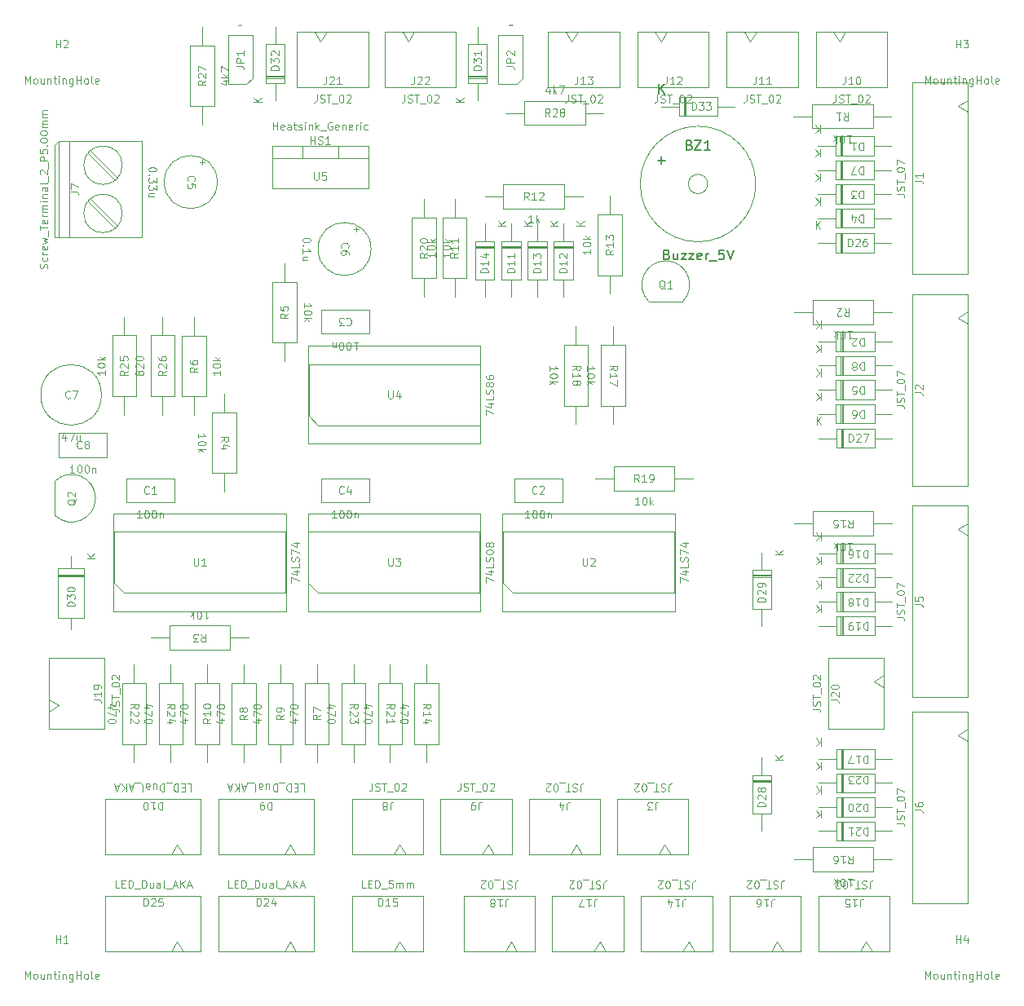
<source format=gbr>
%TF.GenerationSoftware,KiCad,Pcbnew,9.0.3*%
%TF.CreationDate,2025-08-27T16:44:28+03:00*%
%TF.ProjectId,Controller,436f6e74-726f-46c6-9c65-722e6b696361,1.0*%
%TF.SameCoordinates,Original*%
%TF.FileFunction,AssemblyDrawing,Top*%
%FSLAX46Y46*%
G04 Gerber Fmt 4.6, Leading zero omitted, Abs format (unit mm)*
G04 Created by KiCad (PCBNEW 9.0.3) date 2025-08-27 16:44:28*
%MOMM*%
%LPD*%
G01*
G04 APERTURE LIST*
%ADD10C,0.100000*%
%ADD11C,0.150000*%
%ADD12C,0.120000*%
G04 APERTURE END LIST*
D10*
X104739686Y-105034523D02*
X105273020Y-105034523D01*
X104434925Y-105224999D02*
X105006353Y-105415476D01*
X105006353Y-105415476D02*
X105006353Y-104920237D01*
X104473020Y-104691666D02*
X104473020Y-104158332D01*
X104473020Y-104158332D02*
X105273020Y-104501190D01*
X104473020Y-103701189D02*
X104473020Y-103624999D01*
X104473020Y-103624999D02*
X104511115Y-103548808D01*
X104511115Y-103548808D02*
X104549210Y-103510713D01*
X104549210Y-103510713D02*
X104625401Y-103472618D01*
X104625401Y-103472618D02*
X104777782Y-103434523D01*
X104777782Y-103434523D02*
X104968258Y-103434523D01*
X104968258Y-103434523D02*
X105120639Y-103472618D01*
X105120639Y-103472618D02*
X105196829Y-103510713D01*
X105196829Y-103510713D02*
X105234925Y-103548808D01*
X105234925Y-103548808D02*
X105273020Y-103624999D01*
X105273020Y-103624999D02*
X105273020Y-103701189D01*
X105273020Y-103701189D02*
X105234925Y-103777380D01*
X105234925Y-103777380D02*
X105196829Y-103815475D01*
X105196829Y-103815475D02*
X105120639Y-103853570D01*
X105120639Y-103853570D02*
X104968258Y-103891666D01*
X104968258Y-103891666D02*
X104777782Y-103891666D01*
X104777782Y-103891666D02*
X104625401Y-103853570D01*
X104625401Y-103853570D02*
X104549210Y-103815475D01*
X104549210Y-103815475D02*
X104511115Y-103777380D01*
X104511115Y-103777380D02*
X104473020Y-103701189D01*
X107643020Y-104558332D02*
X107262067Y-104824999D01*
X107643020Y-105015475D02*
X106843020Y-105015475D01*
X106843020Y-105015475D02*
X106843020Y-104710713D01*
X106843020Y-104710713D02*
X106881115Y-104634523D01*
X106881115Y-104634523D02*
X106919210Y-104596428D01*
X106919210Y-104596428D02*
X106995401Y-104558332D01*
X106995401Y-104558332D02*
X107109686Y-104558332D01*
X107109686Y-104558332D02*
X107185877Y-104596428D01*
X107185877Y-104596428D02*
X107223972Y-104634523D01*
X107223972Y-104634523D02*
X107262067Y-104710713D01*
X107262067Y-104710713D02*
X107262067Y-105015475D01*
X107185877Y-104101190D02*
X107147782Y-104177380D01*
X107147782Y-104177380D02*
X107109686Y-104215475D01*
X107109686Y-104215475D02*
X107033496Y-104253571D01*
X107033496Y-104253571D02*
X106995401Y-104253571D01*
X106995401Y-104253571D02*
X106919210Y-104215475D01*
X106919210Y-104215475D02*
X106881115Y-104177380D01*
X106881115Y-104177380D02*
X106843020Y-104101190D01*
X106843020Y-104101190D02*
X106843020Y-103948809D01*
X106843020Y-103948809D02*
X106881115Y-103872618D01*
X106881115Y-103872618D02*
X106919210Y-103834523D01*
X106919210Y-103834523D02*
X106995401Y-103796428D01*
X106995401Y-103796428D02*
X107033496Y-103796428D01*
X107033496Y-103796428D02*
X107109686Y-103834523D01*
X107109686Y-103834523D02*
X107147782Y-103872618D01*
X107147782Y-103872618D02*
X107185877Y-103948809D01*
X107185877Y-103948809D02*
X107185877Y-104101190D01*
X107185877Y-104101190D02*
X107223972Y-104177380D01*
X107223972Y-104177380D02*
X107262067Y-104215475D01*
X107262067Y-104215475D02*
X107338258Y-104253571D01*
X107338258Y-104253571D02*
X107490639Y-104253571D01*
X107490639Y-104253571D02*
X107566829Y-104215475D01*
X107566829Y-104215475D02*
X107604925Y-104177380D01*
X107604925Y-104177380D02*
X107643020Y-104101190D01*
X107643020Y-104101190D02*
X107643020Y-103948809D01*
X107643020Y-103948809D02*
X107604925Y-103872618D01*
X107604925Y-103872618D02*
X107566829Y-103834523D01*
X107566829Y-103834523D02*
X107490639Y-103796428D01*
X107490639Y-103796428D02*
X107338258Y-103796428D01*
X107338258Y-103796428D02*
X107262067Y-103834523D01*
X107262067Y-103834523D02*
X107223972Y-103872618D01*
X107223972Y-103872618D02*
X107185877Y-103948809D01*
X137299761Y-53434895D02*
X136842618Y-53434895D01*
X137071190Y-53434895D02*
X137071190Y-52634895D01*
X137071190Y-52634895D02*
X136994999Y-52749180D01*
X136994999Y-52749180D02*
X136918809Y-52825371D01*
X136918809Y-52825371D02*
X136842618Y-52863466D01*
X137642619Y-53434895D02*
X137642619Y-52634895D01*
X137718809Y-53130133D02*
X137947381Y-53434895D01*
X137947381Y-52901561D02*
X137642619Y-53206323D01*
X136880714Y-51064895D02*
X136614047Y-50683942D01*
X136423571Y-51064895D02*
X136423571Y-50264895D01*
X136423571Y-50264895D02*
X136728333Y-50264895D01*
X136728333Y-50264895D02*
X136804523Y-50302990D01*
X136804523Y-50302990D02*
X136842618Y-50341085D01*
X136842618Y-50341085D02*
X136880714Y-50417276D01*
X136880714Y-50417276D02*
X136880714Y-50531561D01*
X136880714Y-50531561D02*
X136842618Y-50607752D01*
X136842618Y-50607752D02*
X136804523Y-50645847D01*
X136804523Y-50645847D02*
X136728333Y-50683942D01*
X136728333Y-50683942D02*
X136423571Y-50683942D01*
X137642618Y-51064895D02*
X137185475Y-51064895D01*
X137414047Y-51064895D02*
X137414047Y-50264895D01*
X137414047Y-50264895D02*
X137337856Y-50379180D01*
X137337856Y-50379180D02*
X137261666Y-50455371D01*
X137261666Y-50455371D02*
X137185475Y-50493466D01*
X137947380Y-50341085D02*
X137985476Y-50302990D01*
X137985476Y-50302990D02*
X138061666Y-50264895D01*
X138061666Y-50264895D02*
X138252142Y-50264895D01*
X138252142Y-50264895D02*
X138328333Y-50302990D01*
X138328333Y-50302990D02*
X138366428Y-50341085D01*
X138366428Y-50341085D02*
X138404523Y-50417276D01*
X138404523Y-50417276D02*
X138404523Y-50493466D01*
X138404523Y-50493466D02*
X138366428Y-50607752D01*
X138366428Y-50607752D02*
X137909285Y-51064895D01*
X137909285Y-51064895D02*
X138404523Y-51064895D01*
X152604895Y-90824286D02*
X152604895Y-90290952D01*
X152604895Y-90290952D02*
X153404895Y-90633810D01*
X152871561Y-89643333D02*
X153404895Y-89643333D01*
X152566800Y-89833809D02*
X153138228Y-90024286D01*
X153138228Y-90024286D02*
X153138228Y-89529047D01*
X153404895Y-88843333D02*
X153404895Y-89224285D01*
X153404895Y-89224285D02*
X152604895Y-89224285D01*
X153366800Y-88614762D02*
X153404895Y-88500476D01*
X153404895Y-88500476D02*
X153404895Y-88310000D01*
X153404895Y-88310000D02*
X153366800Y-88233809D01*
X153366800Y-88233809D02*
X153328704Y-88195714D01*
X153328704Y-88195714D02*
X153252514Y-88157619D01*
X153252514Y-88157619D02*
X153176323Y-88157619D01*
X153176323Y-88157619D02*
X153100133Y-88195714D01*
X153100133Y-88195714D02*
X153062038Y-88233809D01*
X153062038Y-88233809D02*
X153023942Y-88310000D01*
X153023942Y-88310000D02*
X152985847Y-88462381D01*
X152985847Y-88462381D02*
X152947752Y-88538571D01*
X152947752Y-88538571D02*
X152909657Y-88576666D01*
X152909657Y-88576666D02*
X152833466Y-88614762D01*
X152833466Y-88614762D02*
X152757276Y-88614762D01*
X152757276Y-88614762D02*
X152681085Y-88576666D01*
X152681085Y-88576666D02*
X152642990Y-88538571D01*
X152642990Y-88538571D02*
X152604895Y-88462381D01*
X152604895Y-88462381D02*
X152604895Y-88271904D01*
X152604895Y-88271904D02*
X152642990Y-88157619D01*
X152604895Y-87890952D02*
X152604895Y-87357618D01*
X152604895Y-87357618D02*
X153404895Y-87700476D01*
X152871561Y-86709999D02*
X153404895Y-86709999D01*
X152566800Y-86900475D02*
X153138228Y-87090952D01*
X153138228Y-87090952D02*
X153138228Y-86595713D01*
X142480476Y-88274895D02*
X142480476Y-88922514D01*
X142480476Y-88922514D02*
X142518571Y-88998704D01*
X142518571Y-88998704D02*
X142556666Y-89036800D01*
X142556666Y-89036800D02*
X142632857Y-89074895D01*
X142632857Y-89074895D02*
X142785238Y-89074895D01*
X142785238Y-89074895D02*
X142861428Y-89036800D01*
X142861428Y-89036800D02*
X142899523Y-88998704D01*
X142899523Y-88998704D02*
X142937619Y-88922514D01*
X142937619Y-88922514D02*
X142937619Y-88274895D01*
X143280475Y-88351085D02*
X143318571Y-88312990D01*
X143318571Y-88312990D02*
X143394761Y-88274895D01*
X143394761Y-88274895D02*
X143585237Y-88274895D01*
X143585237Y-88274895D02*
X143661428Y-88312990D01*
X143661428Y-88312990D02*
X143699523Y-88351085D01*
X143699523Y-88351085D02*
X143737618Y-88427276D01*
X143737618Y-88427276D02*
X143737618Y-88503466D01*
X143737618Y-88503466D02*
X143699523Y-88617752D01*
X143699523Y-88617752D02*
X143242380Y-89074895D01*
X143242380Y-89074895D02*
X143737618Y-89074895D01*
X93564895Y-103963095D02*
X94136323Y-103963095D01*
X94136323Y-103963095D02*
X94250609Y-104001190D01*
X94250609Y-104001190D02*
X94326800Y-104077381D01*
X94326800Y-104077381D02*
X94364895Y-104191666D01*
X94364895Y-104191666D02*
X94364895Y-104267857D01*
X94326800Y-103620238D02*
X94364895Y-103505952D01*
X94364895Y-103505952D02*
X94364895Y-103315476D01*
X94364895Y-103315476D02*
X94326800Y-103239285D01*
X94326800Y-103239285D02*
X94288704Y-103201190D01*
X94288704Y-103201190D02*
X94212514Y-103163095D01*
X94212514Y-103163095D02*
X94136323Y-103163095D01*
X94136323Y-103163095D02*
X94060133Y-103201190D01*
X94060133Y-103201190D02*
X94022038Y-103239285D01*
X94022038Y-103239285D02*
X93983942Y-103315476D01*
X93983942Y-103315476D02*
X93945847Y-103467857D01*
X93945847Y-103467857D02*
X93907752Y-103544047D01*
X93907752Y-103544047D02*
X93869657Y-103582142D01*
X93869657Y-103582142D02*
X93793466Y-103620238D01*
X93793466Y-103620238D02*
X93717276Y-103620238D01*
X93717276Y-103620238D02*
X93641085Y-103582142D01*
X93641085Y-103582142D02*
X93602990Y-103544047D01*
X93602990Y-103544047D02*
X93564895Y-103467857D01*
X93564895Y-103467857D02*
X93564895Y-103277380D01*
X93564895Y-103277380D02*
X93602990Y-103163095D01*
X93564895Y-102934523D02*
X93564895Y-102477380D01*
X94364895Y-102705952D02*
X93564895Y-102705952D01*
X94441085Y-102401190D02*
X94441085Y-101791666D01*
X93564895Y-101448808D02*
X93564895Y-101372618D01*
X93564895Y-101372618D02*
X93602990Y-101296427D01*
X93602990Y-101296427D02*
X93641085Y-101258332D01*
X93641085Y-101258332D02*
X93717276Y-101220237D01*
X93717276Y-101220237D02*
X93869657Y-101182142D01*
X93869657Y-101182142D02*
X94060133Y-101182142D01*
X94060133Y-101182142D02*
X94212514Y-101220237D01*
X94212514Y-101220237D02*
X94288704Y-101258332D01*
X94288704Y-101258332D02*
X94326800Y-101296427D01*
X94326800Y-101296427D02*
X94364895Y-101372618D01*
X94364895Y-101372618D02*
X94364895Y-101448808D01*
X94364895Y-101448808D02*
X94326800Y-101524999D01*
X94326800Y-101524999D02*
X94288704Y-101563094D01*
X94288704Y-101563094D02*
X94212514Y-101601189D01*
X94212514Y-101601189D02*
X94060133Y-101639285D01*
X94060133Y-101639285D02*
X93869657Y-101639285D01*
X93869657Y-101639285D02*
X93717276Y-101601189D01*
X93717276Y-101601189D02*
X93641085Y-101563094D01*
X93641085Y-101563094D02*
X93602990Y-101524999D01*
X93602990Y-101524999D02*
X93564895Y-101448808D01*
X93641085Y-100877380D02*
X93602990Y-100839284D01*
X93602990Y-100839284D02*
X93564895Y-100763094D01*
X93564895Y-100763094D02*
X93564895Y-100572618D01*
X93564895Y-100572618D02*
X93602990Y-100496427D01*
X93602990Y-100496427D02*
X93641085Y-100458332D01*
X93641085Y-100458332D02*
X93717276Y-100420237D01*
X93717276Y-100420237D02*
X93793466Y-100420237D01*
X93793466Y-100420237D02*
X93907752Y-100458332D01*
X93907752Y-100458332D02*
X94364895Y-100915475D01*
X94364895Y-100915475D02*
X94364895Y-100420237D01*
X91664895Y-102972619D02*
X92236323Y-102972619D01*
X92236323Y-102972619D02*
X92350609Y-103010714D01*
X92350609Y-103010714D02*
X92426800Y-103086905D01*
X92426800Y-103086905D02*
X92464895Y-103201190D01*
X92464895Y-103201190D02*
X92464895Y-103277381D01*
X92464895Y-102172619D02*
X92464895Y-102629762D01*
X92464895Y-102401190D02*
X91664895Y-102401190D01*
X91664895Y-102401190D02*
X91779180Y-102477381D01*
X91779180Y-102477381D02*
X91855371Y-102553571D01*
X91855371Y-102553571D02*
X91893466Y-102629762D01*
X92464895Y-101791666D02*
X92464895Y-101639285D01*
X92464895Y-101639285D02*
X92426800Y-101563095D01*
X92426800Y-101563095D02*
X92388704Y-101524999D01*
X92388704Y-101524999D02*
X92274419Y-101448809D01*
X92274419Y-101448809D02*
X92122038Y-101410714D01*
X92122038Y-101410714D02*
X91817276Y-101410714D01*
X91817276Y-101410714D02*
X91741085Y-101448809D01*
X91741085Y-101448809D02*
X91702990Y-101486904D01*
X91702990Y-101486904D02*
X91664895Y-101563095D01*
X91664895Y-101563095D02*
X91664895Y-101715476D01*
X91664895Y-101715476D02*
X91702990Y-101791666D01*
X91702990Y-101791666D02*
X91741085Y-101829761D01*
X91741085Y-101829761D02*
X91817276Y-101867857D01*
X91817276Y-101867857D02*
X92007752Y-101867857D01*
X92007752Y-101867857D02*
X92083942Y-101829761D01*
X92083942Y-101829761D02*
X92122038Y-101791666D01*
X92122038Y-101791666D02*
X92160133Y-101715476D01*
X92160133Y-101715476D02*
X92160133Y-101563095D01*
X92160133Y-101563095D02*
X92122038Y-101486904D01*
X92122038Y-101486904D02*
X92083942Y-101448809D01*
X92083942Y-101448809D02*
X92007752Y-101410714D01*
X114600476Y-48214895D02*
X114600476Y-48862514D01*
X114600476Y-48862514D02*
X114638571Y-48938704D01*
X114638571Y-48938704D02*
X114676666Y-48976800D01*
X114676666Y-48976800D02*
X114752857Y-49014895D01*
X114752857Y-49014895D02*
X114905238Y-49014895D01*
X114905238Y-49014895D02*
X114981428Y-48976800D01*
X114981428Y-48976800D02*
X115019523Y-48938704D01*
X115019523Y-48938704D02*
X115057619Y-48862514D01*
X115057619Y-48862514D02*
X115057619Y-48214895D01*
X115819523Y-48214895D02*
X115438571Y-48214895D01*
X115438571Y-48214895D02*
X115400475Y-48595847D01*
X115400475Y-48595847D02*
X115438571Y-48557752D01*
X115438571Y-48557752D02*
X115514761Y-48519657D01*
X115514761Y-48519657D02*
X115705237Y-48519657D01*
X115705237Y-48519657D02*
X115781428Y-48557752D01*
X115781428Y-48557752D02*
X115819523Y-48595847D01*
X115819523Y-48595847D02*
X115857618Y-48672038D01*
X115857618Y-48672038D02*
X115857618Y-48862514D01*
X115857618Y-48862514D02*
X115819523Y-48938704D01*
X115819523Y-48938704D02*
X115781428Y-48976800D01*
X115781428Y-48976800D02*
X115705237Y-49014895D01*
X115705237Y-49014895D02*
X115514761Y-49014895D01*
X115514761Y-49014895D02*
X115438571Y-48976800D01*
X115438571Y-48976800D02*
X115400475Y-48938704D01*
X135438095Y-122585104D02*
X135438095Y-122013676D01*
X135438095Y-122013676D02*
X135476190Y-121899390D01*
X135476190Y-121899390D02*
X135552381Y-121823200D01*
X135552381Y-121823200D02*
X135666666Y-121785104D01*
X135666666Y-121785104D02*
X135742857Y-121785104D01*
X135095238Y-121823200D02*
X134980952Y-121785104D01*
X134980952Y-121785104D02*
X134790476Y-121785104D01*
X134790476Y-121785104D02*
X134714285Y-121823200D01*
X134714285Y-121823200D02*
X134676190Y-121861295D01*
X134676190Y-121861295D02*
X134638095Y-121937485D01*
X134638095Y-121937485D02*
X134638095Y-122013676D01*
X134638095Y-122013676D02*
X134676190Y-122089866D01*
X134676190Y-122089866D02*
X134714285Y-122127961D01*
X134714285Y-122127961D02*
X134790476Y-122166057D01*
X134790476Y-122166057D02*
X134942857Y-122204152D01*
X134942857Y-122204152D02*
X135019047Y-122242247D01*
X135019047Y-122242247D02*
X135057142Y-122280342D01*
X135057142Y-122280342D02*
X135095238Y-122356533D01*
X135095238Y-122356533D02*
X135095238Y-122432723D01*
X135095238Y-122432723D02*
X135057142Y-122508914D01*
X135057142Y-122508914D02*
X135019047Y-122547009D01*
X135019047Y-122547009D02*
X134942857Y-122585104D01*
X134942857Y-122585104D02*
X134752380Y-122585104D01*
X134752380Y-122585104D02*
X134638095Y-122547009D01*
X134409523Y-122585104D02*
X133952380Y-122585104D01*
X134180952Y-121785104D02*
X134180952Y-122585104D01*
X133876190Y-121708914D02*
X133266666Y-121708914D01*
X132923808Y-122585104D02*
X132847618Y-122585104D01*
X132847618Y-122585104D02*
X132771427Y-122547009D01*
X132771427Y-122547009D02*
X132733332Y-122508914D01*
X132733332Y-122508914D02*
X132695237Y-122432723D01*
X132695237Y-122432723D02*
X132657142Y-122280342D01*
X132657142Y-122280342D02*
X132657142Y-122089866D01*
X132657142Y-122089866D02*
X132695237Y-121937485D01*
X132695237Y-121937485D02*
X132733332Y-121861295D01*
X132733332Y-121861295D02*
X132771427Y-121823200D01*
X132771427Y-121823200D02*
X132847618Y-121785104D01*
X132847618Y-121785104D02*
X132923808Y-121785104D01*
X132923808Y-121785104D02*
X132999999Y-121823200D01*
X132999999Y-121823200D02*
X133038094Y-121861295D01*
X133038094Y-121861295D02*
X133076189Y-121937485D01*
X133076189Y-121937485D02*
X133114285Y-122089866D01*
X133114285Y-122089866D02*
X133114285Y-122280342D01*
X133114285Y-122280342D02*
X133076189Y-122432723D01*
X133076189Y-122432723D02*
X133038094Y-122508914D01*
X133038094Y-122508914D02*
X132999999Y-122547009D01*
X132999999Y-122547009D02*
X132923808Y-122585104D01*
X132352380Y-122508914D02*
X132314284Y-122547009D01*
X132314284Y-122547009D02*
X132238094Y-122585104D01*
X132238094Y-122585104D02*
X132047618Y-122585104D01*
X132047618Y-122585104D02*
X131971427Y-122547009D01*
X131971427Y-122547009D02*
X131933332Y-122508914D01*
X131933332Y-122508914D02*
X131895237Y-122432723D01*
X131895237Y-122432723D02*
X131895237Y-122356533D01*
X131895237Y-122356533D02*
X131933332Y-122242247D01*
X131933332Y-122242247D02*
X132390475Y-121785104D01*
X132390475Y-121785104D02*
X131895237Y-121785104D01*
X134447619Y-124485104D02*
X134447619Y-123913676D01*
X134447619Y-123913676D02*
X134485714Y-123799390D01*
X134485714Y-123799390D02*
X134561905Y-123723200D01*
X134561905Y-123723200D02*
X134676190Y-123685104D01*
X134676190Y-123685104D02*
X134752381Y-123685104D01*
X133647619Y-123685104D02*
X134104762Y-123685104D01*
X133876190Y-123685104D02*
X133876190Y-124485104D01*
X133876190Y-124485104D02*
X133952381Y-124370819D01*
X133952381Y-124370819D02*
X134028571Y-124294628D01*
X134028571Y-124294628D02*
X134104762Y-124256533D01*
X133190476Y-124142247D02*
X133266666Y-124180342D01*
X133266666Y-124180342D02*
X133304761Y-124218438D01*
X133304761Y-124218438D02*
X133342857Y-124294628D01*
X133342857Y-124294628D02*
X133342857Y-124332723D01*
X133342857Y-124332723D02*
X133304761Y-124408914D01*
X133304761Y-124408914D02*
X133266666Y-124447009D01*
X133266666Y-124447009D02*
X133190476Y-124485104D01*
X133190476Y-124485104D02*
X133038095Y-124485104D01*
X133038095Y-124485104D02*
X132961904Y-124447009D01*
X132961904Y-124447009D02*
X132923809Y-124408914D01*
X132923809Y-124408914D02*
X132885714Y-124332723D01*
X132885714Y-124332723D02*
X132885714Y-124294628D01*
X132885714Y-124294628D02*
X132923809Y-124218438D01*
X132923809Y-124218438D02*
X132961904Y-124180342D01*
X132961904Y-124180342D02*
X133038095Y-124142247D01*
X133038095Y-124142247D02*
X133190476Y-124142247D01*
X133190476Y-124142247D02*
X133266666Y-124104152D01*
X133266666Y-124104152D02*
X133304761Y-124066057D01*
X133304761Y-124066057D02*
X133342857Y-123989866D01*
X133342857Y-123989866D02*
X133342857Y-123837485D01*
X133342857Y-123837485D02*
X133304761Y-123761295D01*
X133304761Y-123761295D02*
X133266666Y-123723200D01*
X133266666Y-123723200D02*
X133190476Y-123685104D01*
X133190476Y-123685104D02*
X133038095Y-123685104D01*
X133038095Y-123685104D02*
X132961904Y-123723200D01*
X132961904Y-123723200D02*
X132923809Y-123761295D01*
X132923809Y-123761295D02*
X132885714Y-123837485D01*
X132885714Y-123837485D02*
X132885714Y-123989866D01*
X132885714Y-123989866D02*
X132923809Y-124066057D01*
X132923809Y-124066057D02*
X132961904Y-124104152D01*
X132961904Y-124104152D02*
X133038095Y-124142247D01*
X103176190Y-93785104D02*
X103633333Y-93785104D01*
X103404761Y-93785104D02*
X103404761Y-94585104D01*
X103404761Y-94585104D02*
X103480952Y-94470819D01*
X103480952Y-94470819D02*
X103557142Y-94394628D01*
X103557142Y-94394628D02*
X103633333Y-94356533D01*
X102680951Y-94585104D02*
X102604761Y-94585104D01*
X102604761Y-94585104D02*
X102528570Y-94547009D01*
X102528570Y-94547009D02*
X102490475Y-94508914D01*
X102490475Y-94508914D02*
X102452380Y-94432723D01*
X102452380Y-94432723D02*
X102414285Y-94280342D01*
X102414285Y-94280342D02*
X102414285Y-94089866D01*
X102414285Y-94089866D02*
X102452380Y-93937485D01*
X102452380Y-93937485D02*
X102490475Y-93861295D01*
X102490475Y-93861295D02*
X102528570Y-93823200D01*
X102528570Y-93823200D02*
X102604761Y-93785104D01*
X102604761Y-93785104D02*
X102680951Y-93785104D01*
X102680951Y-93785104D02*
X102757142Y-93823200D01*
X102757142Y-93823200D02*
X102795237Y-93861295D01*
X102795237Y-93861295D02*
X102833332Y-93937485D01*
X102833332Y-93937485D02*
X102871428Y-94089866D01*
X102871428Y-94089866D02*
X102871428Y-94280342D01*
X102871428Y-94280342D02*
X102833332Y-94432723D01*
X102833332Y-94432723D02*
X102795237Y-94508914D01*
X102795237Y-94508914D02*
X102757142Y-94547009D01*
X102757142Y-94547009D02*
X102680951Y-94585104D01*
X102071427Y-93785104D02*
X102071427Y-94585104D01*
X101995237Y-94089866D02*
X101766665Y-93785104D01*
X101766665Y-94318438D02*
X102071427Y-94013676D01*
X102833332Y-96155104D02*
X103099999Y-96536057D01*
X103290475Y-96155104D02*
X103290475Y-96955104D01*
X103290475Y-96955104D02*
X102985713Y-96955104D01*
X102985713Y-96955104D02*
X102909523Y-96917009D01*
X102909523Y-96917009D02*
X102871428Y-96878914D01*
X102871428Y-96878914D02*
X102833332Y-96802723D01*
X102833332Y-96802723D02*
X102833332Y-96688438D01*
X102833332Y-96688438D02*
X102871428Y-96612247D01*
X102871428Y-96612247D02*
X102909523Y-96574152D01*
X102909523Y-96574152D02*
X102985713Y-96536057D01*
X102985713Y-96536057D02*
X103290475Y-96536057D01*
X102566666Y-96955104D02*
X102071428Y-96955104D01*
X102071428Y-96955104D02*
X102338094Y-96650342D01*
X102338094Y-96650342D02*
X102223809Y-96650342D01*
X102223809Y-96650342D02*
X102147618Y-96612247D01*
X102147618Y-96612247D02*
X102109523Y-96574152D01*
X102109523Y-96574152D02*
X102071428Y-96497961D01*
X102071428Y-96497961D02*
X102071428Y-96307485D01*
X102071428Y-96307485D02*
X102109523Y-96231295D01*
X102109523Y-96231295D02*
X102147618Y-96193200D01*
X102147618Y-96193200D02*
X102223809Y-96155104D01*
X102223809Y-96155104D02*
X102452380Y-96155104D01*
X102452380Y-96155104D02*
X102528571Y-96193200D01*
X102528571Y-96193200D02*
X102566666Y-96231295D01*
X172063095Y-87435770D02*
X172063095Y-88235770D01*
X172063095Y-88235770D02*
X171872619Y-88235770D01*
X171872619Y-88235770D02*
X171758333Y-88197675D01*
X171758333Y-88197675D02*
X171682143Y-88121485D01*
X171682143Y-88121485D02*
X171644048Y-88045294D01*
X171644048Y-88045294D02*
X171605952Y-87892913D01*
X171605952Y-87892913D02*
X171605952Y-87778627D01*
X171605952Y-87778627D02*
X171644048Y-87626246D01*
X171644048Y-87626246D02*
X171682143Y-87550056D01*
X171682143Y-87550056D02*
X171758333Y-87473866D01*
X171758333Y-87473866D02*
X171872619Y-87435770D01*
X171872619Y-87435770D02*
X172063095Y-87435770D01*
X170844048Y-87435770D02*
X171301191Y-87435770D01*
X171072619Y-87435770D02*
X171072619Y-88235770D01*
X171072619Y-88235770D02*
X171148810Y-88121485D01*
X171148810Y-88121485D02*
X171225000Y-88045294D01*
X171225000Y-88045294D02*
X171301191Y-88007199D01*
X170158333Y-88235770D02*
X170310714Y-88235770D01*
X170310714Y-88235770D02*
X170386905Y-88197675D01*
X170386905Y-88197675D02*
X170425000Y-88159580D01*
X170425000Y-88159580D02*
X170501190Y-88045294D01*
X170501190Y-88045294D02*
X170539286Y-87892913D01*
X170539286Y-87892913D02*
X170539286Y-87588151D01*
X170539286Y-87588151D02*
X170501190Y-87511961D01*
X170501190Y-87511961D02*
X170463095Y-87473866D01*
X170463095Y-87473866D02*
X170386905Y-87435770D01*
X170386905Y-87435770D02*
X170234524Y-87435770D01*
X170234524Y-87435770D02*
X170158333Y-87473866D01*
X170158333Y-87473866D02*
X170120238Y-87511961D01*
X170120238Y-87511961D02*
X170082143Y-87588151D01*
X170082143Y-87588151D02*
X170082143Y-87778627D01*
X170082143Y-87778627D02*
X170120238Y-87854818D01*
X170120238Y-87854818D02*
X170158333Y-87892913D01*
X170158333Y-87892913D02*
X170234524Y-87931008D01*
X170234524Y-87931008D02*
X170386905Y-87931008D01*
X170386905Y-87931008D02*
X170463095Y-87892913D01*
X170463095Y-87892913D02*
X170501190Y-87854818D01*
X170501190Y-87854818D02*
X170539286Y-87778627D01*
X167191190Y-85635770D02*
X167191190Y-86435770D01*
X166734047Y-85635770D02*
X167076905Y-86092913D01*
X166734047Y-86435770D02*
X167191190Y-85978627D01*
X151023809Y-60326085D02*
X150947619Y-60287990D01*
X150947619Y-60287990D02*
X150871428Y-60211800D01*
X150871428Y-60211800D02*
X150757142Y-60097514D01*
X150757142Y-60097514D02*
X150680952Y-60059419D01*
X150680952Y-60059419D02*
X150604761Y-60059419D01*
X150642857Y-60249895D02*
X150566666Y-60211800D01*
X150566666Y-60211800D02*
X150490476Y-60135609D01*
X150490476Y-60135609D02*
X150452380Y-59983228D01*
X150452380Y-59983228D02*
X150452380Y-59716561D01*
X150452380Y-59716561D02*
X150490476Y-59564180D01*
X150490476Y-59564180D02*
X150566666Y-59487990D01*
X150566666Y-59487990D02*
X150642857Y-59449895D01*
X150642857Y-59449895D02*
X150795238Y-59449895D01*
X150795238Y-59449895D02*
X150871428Y-59487990D01*
X150871428Y-59487990D02*
X150947619Y-59564180D01*
X150947619Y-59564180D02*
X150985714Y-59716561D01*
X150985714Y-59716561D02*
X150985714Y-59983228D01*
X150985714Y-59983228D02*
X150947619Y-60135609D01*
X150947619Y-60135609D02*
X150871428Y-60211800D01*
X150871428Y-60211800D02*
X150795238Y-60249895D01*
X150795238Y-60249895D02*
X150642857Y-60249895D01*
X151747618Y-60249895D02*
X151290475Y-60249895D01*
X151519047Y-60249895D02*
X151519047Y-59449895D01*
X151519047Y-59449895D02*
X151442856Y-59564180D01*
X151442856Y-59564180D02*
X151366666Y-59640371D01*
X151366666Y-59640371D02*
X151290475Y-59678466D01*
X172281845Y-122585104D02*
X172281845Y-122013676D01*
X172281845Y-122013676D02*
X172319940Y-121899390D01*
X172319940Y-121899390D02*
X172396131Y-121823200D01*
X172396131Y-121823200D02*
X172510416Y-121785104D01*
X172510416Y-121785104D02*
X172586607Y-121785104D01*
X171938988Y-121823200D02*
X171824702Y-121785104D01*
X171824702Y-121785104D02*
X171634226Y-121785104D01*
X171634226Y-121785104D02*
X171558035Y-121823200D01*
X171558035Y-121823200D02*
X171519940Y-121861295D01*
X171519940Y-121861295D02*
X171481845Y-121937485D01*
X171481845Y-121937485D02*
X171481845Y-122013676D01*
X171481845Y-122013676D02*
X171519940Y-122089866D01*
X171519940Y-122089866D02*
X171558035Y-122127961D01*
X171558035Y-122127961D02*
X171634226Y-122166057D01*
X171634226Y-122166057D02*
X171786607Y-122204152D01*
X171786607Y-122204152D02*
X171862797Y-122242247D01*
X171862797Y-122242247D02*
X171900892Y-122280342D01*
X171900892Y-122280342D02*
X171938988Y-122356533D01*
X171938988Y-122356533D02*
X171938988Y-122432723D01*
X171938988Y-122432723D02*
X171900892Y-122508914D01*
X171900892Y-122508914D02*
X171862797Y-122547009D01*
X171862797Y-122547009D02*
X171786607Y-122585104D01*
X171786607Y-122585104D02*
X171596130Y-122585104D01*
X171596130Y-122585104D02*
X171481845Y-122547009D01*
X171253273Y-122585104D02*
X170796130Y-122585104D01*
X171024702Y-121785104D02*
X171024702Y-122585104D01*
X170719940Y-121708914D02*
X170110416Y-121708914D01*
X169767558Y-122585104D02*
X169691368Y-122585104D01*
X169691368Y-122585104D02*
X169615177Y-122547009D01*
X169615177Y-122547009D02*
X169577082Y-122508914D01*
X169577082Y-122508914D02*
X169538987Y-122432723D01*
X169538987Y-122432723D02*
X169500892Y-122280342D01*
X169500892Y-122280342D02*
X169500892Y-122089866D01*
X169500892Y-122089866D02*
X169538987Y-121937485D01*
X169538987Y-121937485D02*
X169577082Y-121861295D01*
X169577082Y-121861295D02*
X169615177Y-121823200D01*
X169615177Y-121823200D02*
X169691368Y-121785104D01*
X169691368Y-121785104D02*
X169767558Y-121785104D01*
X169767558Y-121785104D02*
X169843749Y-121823200D01*
X169843749Y-121823200D02*
X169881844Y-121861295D01*
X169881844Y-121861295D02*
X169919939Y-121937485D01*
X169919939Y-121937485D02*
X169958035Y-122089866D01*
X169958035Y-122089866D02*
X169958035Y-122280342D01*
X169958035Y-122280342D02*
X169919939Y-122432723D01*
X169919939Y-122432723D02*
X169881844Y-122508914D01*
X169881844Y-122508914D02*
X169843749Y-122547009D01*
X169843749Y-122547009D02*
X169767558Y-122585104D01*
X169196130Y-122508914D02*
X169158034Y-122547009D01*
X169158034Y-122547009D02*
X169081844Y-122585104D01*
X169081844Y-122585104D02*
X168891368Y-122585104D01*
X168891368Y-122585104D02*
X168815177Y-122547009D01*
X168815177Y-122547009D02*
X168777082Y-122508914D01*
X168777082Y-122508914D02*
X168738987Y-122432723D01*
X168738987Y-122432723D02*
X168738987Y-122356533D01*
X168738987Y-122356533D02*
X168777082Y-122242247D01*
X168777082Y-122242247D02*
X169234225Y-121785104D01*
X169234225Y-121785104D02*
X168738987Y-121785104D01*
X171291369Y-124485104D02*
X171291369Y-123913676D01*
X171291369Y-123913676D02*
X171329464Y-123799390D01*
X171329464Y-123799390D02*
X171405655Y-123723200D01*
X171405655Y-123723200D02*
X171519940Y-123685104D01*
X171519940Y-123685104D02*
X171596131Y-123685104D01*
X170491369Y-123685104D02*
X170948512Y-123685104D01*
X170719940Y-123685104D02*
X170719940Y-124485104D01*
X170719940Y-124485104D02*
X170796131Y-124370819D01*
X170796131Y-124370819D02*
X170872321Y-124294628D01*
X170872321Y-124294628D02*
X170948512Y-124256533D01*
X169767559Y-124485104D02*
X170148511Y-124485104D01*
X170148511Y-124485104D02*
X170186607Y-124104152D01*
X170186607Y-124104152D02*
X170148511Y-124142247D01*
X170148511Y-124142247D02*
X170072321Y-124180342D01*
X170072321Y-124180342D02*
X169881845Y-124180342D01*
X169881845Y-124180342D02*
X169805654Y-124142247D01*
X169805654Y-124142247D02*
X169767559Y-124104152D01*
X169767559Y-124104152D02*
X169729464Y-124027961D01*
X169729464Y-124027961D02*
X169729464Y-123837485D01*
X169729464Y-123837485D02*
X169767559Y-123761295D01*
X169767559Y-123761295D02*
X169805654Y-123723200D01*
X169805654Y-123723200D02*
X169881845Y-123685104D01*
X169881845Y-123685104D02*
X170072321Y-123685104D01*
X170072321Y-123685104D02*
X170148511Y-123723200D01*
X170148511Y-123723200D02*
X170186607Y-123761295D01*
X92869895Y-68776190D02*
X92869895Y-69233333D01*
X92869895Y-69004761D02*
X92069895Y-69004761D01*
X92069895Y-69004761D02*
X92184180Y-69080952D01*
X92184180Y-69080952D02*
X92260371Y-69157142D01*
X92260371Y-69157142D02*
X92298466Y-69233333D01*
X92069895Y-68280951D02*
X92069895Y-68204761D01*
X92069895Y-68204761D02*
X92107990Y-68128570D01*
X92107990Y-68128570D02*
X92146085Y-68090475D01*
X92146085Y-68090475D02*
X92222276Y-68052380D01*
X92222276Y-68052380D02*
X92374657Y-68014285D01*
X92374657Y-68014285D02*
X92565133Y-68014285D01*
X92565133Y-68014285D02*
X92717514Y-68052380D01*
X92717514Y-68052380D02*
X92793704Y-68090475D01*
X92793704Y-68090475D02*
X92831800Y-68128570D01*
X92831800Y-68128570D02*
X92869895Y-68204761D01*
X92869895Y-68204761D02*
X92869895Y-68280951D01*
X92869895Y-68280951D02*
X92831800Y-68357142D01*
X92831800Y-68357142D02*
X92793704Y-68395237D01*
X92793704Y-68395237D02*
X92717514Y-68433332D01*
X92717514Y-68433332D02*
X92565133Y-68471428D01*
X92565133Y-68471428D02*
X92374657Y-68471428D01*
X92374657Y-68471428D02*
X92222276Y-68433332D01*
X92222276Y-68433332D02*
X92146085Y-68395237D01*
X92146085Y-68395237D02*
X92107990Y-68357142D01*
X92107990Y-68357142D02*
X92069895Y-68280951D01*
X92869895Y-67671427D02*
X92069895Y-67671427D01*
X92565133Y-67595237D02*
X92869895Y-67366665D01*
X92336561Y-67366665D02*
X92641323Y-67671427D01*
X95239895Y-68814285D02*
X94858942Y-69080952D01*
X95239895Y-69271428D02*
X94439895Y-69271428D01*
X94439895Y-69271428D02*
X94439895Y-68966666D01*
X94439895Y-68966666D02*
X94477990Y-68890476D01*
X94477990Y-68890476D02*
X94516085Y-68852381D01*
X94516085Y-68852381D02*
X94592276Y-68814285D01*
X94592276Y-68814285D02*
X94706561Y-68814285D01*
X94706561Y-68814285D02*
X94782752Y-68852381D01*
X94782752Y-68852381D02*
X94820847Y-68890476D01*
X94820847Y-68890476D02*
X94858942Y-68966666D01*
X94858942Y-68966666D02*
X94858942Y-69271428D01*
X94516085Y-68509524D02*
X94477990Y-68471428D01*
X94477990Y-68471428D02*
X94439895Y-68395238D01*
X94439895Y-68395238D02*
X94439895Y-68204762D01*
X94439895Y-68204762D02*
X94477990Y-68128571D01*
X94477990Y-68128571D02*
X94516085Y-68090476D01*
X94516085Y-68090476D02*
X94592276Y-68052381D01*
X94592276Y-68052381D02*
X94668466Y-68052381D01*
X94668466Y-68052381D02*
X94782752Y-68090476D01*
X94782752Y-68090476D02*
X95239895Y-68547619D01*
X95239895Y-68547619D02*
X95239895Y-68052381D01*
X94439895Y-67328571D02*
X94439895Y-67709523D01*
X94439895Y-67709523D02*
X94820847Y-67747619D01*
X94820847Y-67747619D02*
X94782752Y-67709523D01*
X94782752Y-67709523D02*
X94744657Y-67633333D01*
X94744657Y-67633333D02*
X94744657Y-67442857D01*
X94744657Y-67442857D02*
X94782752Y-67366666D01*
X94782752Y-67366666D02*
X94820847Y-67328571D01*
X94820847Y-67328571D02*
X94897038Y-67290476D01*
X94897038Y-67290476D02*
X95087514Y-67290476D01*
X95087514Y-67290476D02*
X95163704Y-67328571D01*
X95163704Y-67328571D02*
X95201800Y-67366666D01*
X95201800Y-67366666D02*
X95239895Y-67442857D01*
X95239895Y-67442857D02*
X95239895Y-67633333D01*
X95239895Y-67633333D02*
X95201800Y-67709523D01*
X95201800Y-67709523D02*
X95163704Y-67747619D01*
X135389895Y-58616428D02*
X134589895Y-58616428D01*
X134589895Y-58616428D02*
X134589895Y-58425952D01*
X134589895Y-58425952D02*
X134627990Y-58311666D01*
X134627990Y-58311666D02*
X134704180Y-58235476D01*
X134704180Y-58235476D02*
X134780371Y-58197381D01*
X134780371Y-58197381D02*
X134932752Y-58159285D01*
X134932752Y-58159285D02*
X135047038Y-58159285D01*
X135047038Y-58159285D02*
X135199419Y-58197381D01*
X135199419Y-58197381D02*
X135275609Y-58235476D01*
X135275609Y-58235476D02*
X135351800Y-58311666D01*
X135351800Y-58311666D02*
X135389895Y-58425952D01*
X135389895Y-58425952D02*
X135389895Y-58616428D01*
X135389895Y-57397381D02*
X135389895Y-57854524D01*
X135389895Y-57625952D02*
X134589895Y-57625952D01*
X134589895Y-57625952D02*
X134704180Y-57702143D01*
X134704180Y-57702143D02*
X134780371Y-57778333D01*
X134780371Y-57778333D02*
X134818466Y-57854524D01*
X135389895Y-56635476D02*
X135389895Y-57092619D01*
X135389895Y-56864047D02*
X134589895Y-56864047D01*
X134589895Y-56864047D02*
X134704180Y-56940238D01*
X134704180Y-56940238D02*
X134780371Y-57016428D01*
X134780371Y-57016428D02*
X134818466Y-57092619D01*
X137189895Y-53744523D02*
X136389895Y-53744523D01*
X137189895Y-53287380D02*
X136732752Y-53630238D01*
X136389895Y-53287380D02*
X136847038Y-53744523D01*
X175064895Y-115788095D02*
X175636323Y-115788095D01*
X175636323Y-115788095D02*
X175750609Y-115826190D01*
X175750609Y-115826190D02*
X175826800Y-115902381D01*
X175826800Y-115902381D02*
X175864895Y-116016666D01*
X175864895Y-116016666D02*
X175864895Y-116092857D01*
X175826800Y-115445238D02*
X175864895Y-115330952D01*
X175864895Y-115330952D02*
X175864895Y-115140476D01*
X175864895Y-115140476D02*
X175826800Y-115064285D01*
X175826800Y-115064285D02*
X175788704Y-115026190D01*
X175788704Y-115026190D02*
X175712514Y-114988095D01*
X175712514Y-114988095D02*
X175636323Y-114988095D01*
X175636323Y-114988095D02*
X175560133Y-115026190D01*
X175560133Y-115026190D02*
X175522038Y-115064285D01*
X175522038Y-115064285D02*
X175483942Y-115140476D01*
X175483942Y-115140476D02*
X175445847Y-115292857D01*
X175445847Y-115292857D02*
X175407752Y-115369047D01*
X175407752Y-115369047D02*
X175369657Y-115407142D01*
X175369657Y-115407142D02*
X175293466Y-115445238D01*
X175293466Y-115445238D02*
X175217276Y-115445238D01*
X175217276Y-115445238D02*
X175141085Y-115407142D01*
X175141085Y-115407142D02*
X175102990Y-115369047D01*
X175102990Y-115369047D02*
X175064895Y-115292857D01*
X175064895Y-115292857D02*
X175064895Y-115102380D01*
X175064895Y-115102380D02*
X175102990Y-114988095D01*
X175064895Y-114759523D02*
X175064895Y-114302380D01*
X175864895Y-114530952D02*
X175064895Y-114530952D01*
X175941085Y-114226190D02*
X175941085Y-113616666D01*
X175064895Y-113273808D02*
X175064895Y-113197618D01*
X175064895Y-113197618D02*
X175102990Y-113121427D01*
X175102990Y-113121427D02*
X175141085Y-113083332D01*
X175141085Y-113083332D02*
X175217276Y-113045237D01*
X175217276Y-113045237D02*
X175369657Y-113007142D01*
X175369657Y-113007142D02*
X175560133Y-113007142D01*
X175560133Y-113007142D02*
X175712514Y-113045237D01*
X175712514Y-113045237D02*
X175788704Y-113083332D01*
X175788704Y-113083332D02*
X175826800Y-113121427D01*
X175826800Y-113121427D02*
X175864895Y-113197618D01*
X175864895Y-113197618D02*
X175864895Y-113273808D01*
X175864895Y-113273808D02*
X175826800Y-113349999D01*
X175826800Y-113349999D02*
X175788704Y-113388094D01*
X175788704Y-113388094D02*
X175712514Y-113426189D01*
X175712514Y-113426189D02*
X175560133Y-113464285D01*
X175560133Y-113464285D02*
X175369657Y-113464285D01*
X175369657Y-113464285D02*
X175217276Y-113426189D01*
X175217276Y-113426189D02*
X175141085Y-113388094D01*
X175141085Y-113388094D02*
X175102990Y-113349999D01*
X175102990Y-113349999D02*
X175064895Y-113273808D01*
X175064895Y-112740475D02*
X175064895Y-112207141D01*
X175064895Y-112207141D02*
X175864895Y-112549999D01*
X176964895Y-114416666D02*
X177536323Y-114416666D01*
X177536323Y-114416666D02*
X177650609Y-114454761D01*
X177650609Y-114454761D02*
X177726800Y-114530952D01*
X177726800Y-114530952D02*
X177764895Y-114645237D01*
X177764895Y-114645237D02*
X177764895Y-114721428D01*
X176964895Y-113692856D02*
X176964895Y-113845237D01*
X176964895Y-113845237D02*
X177002990Y-113921428D01*
X177002990Y-113921428D02*
X177041085Y-113959523D01*
X177041085Y-113959523D02*
X177155371Y-114035713D01*
X177155371Y-114035713D02*
X177307752Y-114073809D01*
X177307752Y-114073809D02*
X177612514Y-114073809D01*
X177612514Y-114073809D02*
X177688704Y-114035713D01*
X177688704Y-114035713D02*
X177726800Y-113997618D01*
X177726800Y-113997618D02*
X177764895Y-113921428D01*
X177764895Y-113921428D02*
X177764895Y-113769047D01*
X177764895Y-113769047D02*
X177726800Y-113692856D01*
X177726800Y-113692856D02*
X177688704Y-113654761D01*
X177688704Y-113654761D02*
X177612514Y-113616666D01*
X177612514Y-113616666D02*
X177422038Y-113616666D01*
X177422038Y-113616666D02*
X177345847Y-113654761D01*
X177345847Y-113654761D02*
X177307752Y-113692856D01*
X177307752Y-113692856D02*
X177269657Y-113769047D01*
X177269657Y-113769047D02*
X177269657Y-113921428D01*
X177269657Y-113921428D02*
X177307752Y-113997618D01*
X177307752Y-113997618D02*
X177345847Y-114035713D01*
X177345847Y-114035713D02*
X177422038Y-114073809D01*
X148367809Y-82744895D02*
X147910666Y-82744895D01*
X148139238Y-82744895D02*
X148139238Y-81944895D01*
X148139238Y-81944895D02*
X148063047Y-82059180D01*
X148063047Y-82059180D02*
X147986857Y-82135371D01*
X147986857Y-82135371D02*
X147910666Y-82173466D01*
X148863048Y-81944895D02*
X148939238Y-81944895D01*
X148939238Y-81944895D02*
X149015429Y-81982990D01*
X149015429Y-81982990D02*
X149053524Y-82021085D01*
X149053524Y-82021085D02*
X149091619Y-82097276D01*
X149091619Y-82097276D02*
X149129714Y-82249657D01*
X149129714Y-82249657D02*
X149129714Y-82440133D01*
X149129714Y-82440133D02*
X149091619Y-82592514D01*
X149091619Y-82592514D02*
X149053524Y-82668704D01*
X149053524Y-82668704D02*
X149015429Y-82706800D01*
X149015429Y-82706800D02*
X148939238Y-82744895D01*
X148939238Y-82744895D02*
X148863048Y-82744895D01*
X148863048Y-82744895D02*
X148786857Y-82706800D01*
X148786857Y-82706800D02*
X148748762Y-82668704D01*
X148748762Y-82668704D02*
X148710667Y-82592514D01*
X148710667Y-82592514D02*
X148672571Y-82440133D01*
X148672571Y-82440133D02*
X148672571Y-82249657D01*
X148672571Y-82249657D02*
X148710667Y-82097276D01*
X148710667Y-82097276D02*
X148748762Y-82021085D01*
X148748762Y-82021085D02*
X148786857Y-81982990D01*
X148786857Y-81982990D02*
X148863048Y-81944895D01*
X149472572Y-82744895D02*
X149472572Y-81944895D01*
X149548762Y-82440133D02*
X149777334Y-82744895D01*
X149777334Y-82211561D02*
X149472572Y-82516323D01*
X148329714Y-80374895D02*
X148063047Y-79993942D01*
X147872571Y-80374895D02*
X147872571Y-79574895D01*
X147872571Y-79574895D02*
X148177333Y-79574895D01*
X148177333Y-79574895D02*
X148253523Y-79612990D01*
X148253523Y-79612990D02*
X148291618Y-79651085D01*
X148291618Y-79651085D02*
X148329714Y-79727276D01*
X148329714Y-79727276D02*
X148329714Y-79841561D01*
X148329714Y-79841561D02*
X148291618Y-79917752D01*
X148291618Y-79917752D02*
X148253523Y-79955847D01*
X148253523Y-79955847D02*
X148177333Y-79993942D01*
X148177333Y-79993942D02*
X147872571Y-79993942D01*
X149091618Y-80374895D02*
X148634475Y-80374895D01*
X148863047Y-80374895D02*
X148863047Y-79574895D01*
X148863047Y-79574895D02*
X148786856Y-79689180D01*
X148786856Y-79689180D02*
X148710666Y-79765371D01*
X148710666Y-79765371D02*
X148634475Y-79803466D01*
X149472571Y-80374895D02*
X149624952Y-80374895D01*
X149624952Y-80374895D02*
X149701142Y-80336800D01*
X149701142Y-80336800D02*
X149739238Y-80298704D01*
X149739238Y-80298704D02*
X149815428Y-80184419D01*
X149815428Y-80184419D02*
X149853523Y-80032038D01*
X149853523Y-80032038D02*
X149853523Y-79727276D01*
X149853523Y-79727276D02*
X149815428Y-79651085D01*
X149815428Y-79651085D02*
X149777333Y-79612990D01*
X149777333Y-79612990D02*
X149701142Y-79574895D01*
X149701142Y-79574895D02*
X149548761Y-79574895D01*
X149548761Y-79574895D02*
X149472571Y-79612990D01*
X149472571Y-79612990D02*
X149434476Y-79651085D01*
X149434476Y-79651085D02*
X149396380Y-79727276D01*
X149396380Y-79727276D02*
X149396380Y-79917752D01*
X149396380Y-79917752D02*
X149434476Y-79993942D01*
X149434476Y-79993942D02*
X149472571Y-80032038D01*
X149472571Y-80032038D02*
X149548761Y-80070133D01*
X149548761Y-80070133D02*
X149701142Y-80070133D01*
X149701142Y-80070133D02*
X149777333Y-80032038D01*
X149777333Y-80032038D02*
X149815428Y-79993942D01*
X149815428Y-79993942D02*
X149853523Y-79917752D01*
X132419895Y-73439286D02*
X132419895Y-72905952D01*
X132419895Y-72905952D02*
X133219895Y-73248810D01*
X132686561Y-72258333D02*
X133219895Y-72258333D01*
X132381800Y-72448809D02*
X132953228Y-72639286D01*
X132953228Y-72639286D02*
X132953228Y-72144047D01*
X133219895Y-71458333D02*
X133219895Y-71839285D01*
X133219895Y-71839285D02*
X132419895Y-71839285D01*
X133181800Y-71229762D02*
X133219895Y-71115476D01*
X133219895Y-71115476D02*
X133219895Y-70925000D01*
X133219895Y-70925000D02*
X133181800Y-70848809D01*
X133181800Y-70848809D02*
X133143704Y-70810714D01*
X133143704Y-70810714D02*
X133067514Y-70772619D01*
X133067514Y-70772619D02*
X132991323Y-70772619D01*
X132991323Y-70772619D02*
X132915133Y-70810714D01*
X132915133Y-70810714D02*
X132877038Y-70848809D01*
X132877038Y-70848809D02*
X132838942Y-70925000D01*
X132838942Y-70925000D02*
X132800847Y-71077381D01*
X132800847Y-71077381D02*
X132762752Y-71153571D01*
X132762752Y-71153571D02*
X132724657Y-71191666D01*
X132724657Y-71191666D02*
X132648466Y-71229762D01*
X132648466Y-71229762D02*
X132572276Y-71229762D01*
X132572276Y-71229762D02*
X132496085Y-71191666D01*
X132496085Y-71191666D02*
X132457990Y-71153571D01*
X132457990Y-71153571D02*
X132419895Y-71077381D01*
X132419895Y-71077381D02*
X132419895Y-70886904D01*
X132419895Y-70886904D02*
X132457990Y-70772619D01*
X132762752Y-70315476D02*
X132724657Y-70391666D01*
X132724657Y-70391666D02*
X132686561Y-70429761D01*
X132686561Y-70429761D02*
X132610371Y-70467857D01*
X132610371Y-70467857D02*
X132572276Y-70467857D01*
X132572276Y-70467857D02*
X132496085Y-70429761D01*
X132496085Y-70429761D02*
X132457990Y-70391666D01*
X132457990Y-70391666D02*
X132419895Y-70315476D01*
X132419895Y-70315476D02*
X132419895Y-70163095D01*
X132419895Y-70163095D02*
X132457990Y-70086904D01*
X132457990Y-70086904D02*
X132496085Y-70048809D01*
X132496085Y-70048809D02*
X132572276Y-70010714D01*
X132572276Y-70010714D02*
X132610371Y-70010714D01*
X132610371Y-70010714D02*
X132686561Y-70048809D01*
X132686561Y-70048809D02*
X132724657Y-70086904D01*
X132724657Y-70086904D02*
X132762752Y-70163095D01*
X132762752Y-70163095D02*
X132762752Y-70315476D01*
X132762752Y-70315476D02*
X132800847Y-70391666D01*
X132800847Y-70391666D02*
X132838942Y-70429761D01*
X132838942Y-70429761D02*
X132915133Y-70467857D01*
X132915133Y-70467857D02*
X133067514Y-70467857D01*
X133067514Y-70467857D02*
X133143704Y-70429761D01*
X133143704Y-70429761D02*
X133181800Y-70391666D01*
X133181800Y-70391666D02*
X133219895Y-70315476D01*
X133219895Y-70315476D02*
X133219895Y-70163095D01*
X133219895Y-70163095D02*
X133181800Y-70086904D01*
X133181800Y-70086904D02*
X133143704Y-70048809D01*
X133143704Y-70048809D02*
X133067514Y-70010714D01*
X133067514Y-70010714D02*
X132915133Y-70010714D01*
X132915133Y-70010714D02*
X132838942Y-70048809D01*
X132838942Y-70048809D02*
X132800847Y-70086904D01*
X132800847Y-70086904D02*
X132762752Y-70163095D01*
X132419895Y-69324999D02*
X132419895Y-69477380D01*
X132419895Y-69477380D02*
X132457990Y-69553571D01*
X132457990Y-69553571D02*
X132496085Y-69591666D01*
X132496085Y-69591666D02*
X132610371Y-69667856D01*
X132610371Y-69667856D02*
X132762752Y-69705952D01*
X132762752Y-69705952D02*
X133067514Y-69705952D01*
X133067514Y-69705952D02*
X133143704Y-69667856D01*
X133143704Y-69667856D02*
X133181800Y-69629761D01*
X133181800Y-69629761D02*
X133219895Y-69553571D01*
X133219895Y-69553571D02*
X133219895Y-69401190D01*
X133219895Y-69401190D02*
X133181800Y-69324999D01*
X133181800Y-69324999D02*
X133143704Y-69286904D01*
X133143704Y-69286904D02*
X133067514Y-69248809D01*
X133067514Y-69248809D02*
X132877038Y-69248809D01*
X132877038Y-69248809D02*
X132800847Y-69286904D01*
X132800847Y-69286904D02*
X132762752Y-69324999D01*
X132762752Y-69324999D02*
X132724657Y-69401190D01*
X132724657Y-69401190D02*
X132724657Y-69553571D01*
X132724657Y-69553571D02*
X132762752Y-69629761D01*
X132762752Y-69629761D02*
X132800847Y-69667856D01*
X132800847Y-69667856D02*
X132877038Y-69705952D01*
X122295476Y-70889895D02*
X122295476Y-71537514D01*
X122295476Y-71537514D02*
X122333571Y-71613704D01*
X122333571Y-71613704D02*
X122371666Y-71651800D01*
X122371666Y-71651800D02*
X122447857Y-71689895D01*
X122447857Y-71689895D02*
X122600238Y-71689895D01*
X122600238Y-71689895D02*
X122676428Y-71651800D01*
X122676428Y-71651800D02*
X122714523Y-71613704D01*
X122714523Y-71613704D02*
X122752619Y-71537514D01*
X122752619Y-71537514D02*
X122752619Y-70889895D01*
X123476428Y-71156561D02*
X123476428Y-71689895D01*
X123285952Y-70851800D02*
X123095475Y-71423228D01*
X123095475Y-71423228D02*
X123590714Y-71423228D01*
X116467188Y-103815476D02*
X115933854Y-103815476D01*
X116771950Y-103625000D02*
X116200521Y-103434523D01*
X116200521Y-103434523D02*
X116200521Y-103929762D01*
X116733854Y-104158333D02*
X116733854Y-104691667D01*
X116733854Y-104691667D02*
X115933854Y-104348809D01*
X116733854Y-105148810D02*
X116733854Y-105225000D01*
X116733854Y-105225000D02*
X116695759Y-105301191D01*
X116695759Y-105301191D02*
X116657664Y-105339286D01*
X116657664Y-105339286D02*
X116581473Y-105377381D01*
X116581473Y-105377381D02*
X116429092Y-105415476D01*
X116429092Y-105415476D02*
X116238616Y-105415476D01*
X116238616Y-105415476D02*
X116086235Y-105377381D01*
X116086235Y-105377381D02*
X116010045Y-105339286D01*
X116010045Y-105339286D02*
X115971950Y-105301191D01*
X115971950Y-105301191D02*
X115933854Y-105225000D01*
X115933854Y-105225000D02*
X115933854Y-105148810D01*
X115933854Y-105148810D02*
X115971950Y-105072619D01*
X115971950Y-105072619D02*
X116010045Y-105034524D01*
X116010045Y-105034524D02*
X116086235Y-104996429D01*
X116086235Y-104996429D02*
X116238616Y-104958333D01*
X116238616Y-104958333D02*
X116429092Y-104958333D01*
X116429092Y-104958333D02*
X116581473Y-104996429D01*
X116581473Y-104996429D02*
X116657664Y-105034524D01*
X116657664Y-105034524D02*
X116695759Y-105072619D01*
X116695759Y-105072619D02*
X116733854Y-105148810D01*
X118303854Y-103910714D02*
X118684807Y-103644047D01*
X118303854Y-103453571D02*
X119103854Y-103453571D01*
X119103854Y-103453571D02*
X119103854Y-103758333D01*
X119103854Y-103758333D02*
X119065759Y-103834523D01*
X119065759Y-103834523D02*
X119027664Y-103872618D01*
X119027664Y-103872618D02*
X118951473Y-103910714D01*
X118951473Y-103910714D02*
X118837188Y-103910714D01*
X118837188Y-103910714D02*
X118760997Y-103872618D01*
X118760997Y-103872618D02*
X118722902Y-103834523D01*
X118722902Y-103834523D02*
X118684807Y-103758333D01*
X118684807Y-103758333D02*
X118684807Y-103453571D01*
X119027664Y-104215475D02*
X119065759Y-104253571D01*
X119065759Y-104253571D02*
X119103854Y-104329761D01*
X119103854Y-104329761D02*
X119103854Y-104520237D01*
X119103854Y-104520237D02*
X119065759Y-104596428D01*
X119065759Y-104596428D02*
X119027664Y-104634523D01*
X119027664Y-104634523D02*
X118951473Y-104672618D01*
X118951473Y-104672618D02*
X118875283Y-104672618D01*
X118875283Y-104672618D02*
X118760997Y-104634523D01*
X118760997Y-104634523D02*
X118303854Y-104177380D01*
X118303854Y-104177380D02*
X118303854Y-104672618D01*
X119103854Y-104939285D02*
X119103854Y-105434523D01*
X119103854Y-105434523D02*
X118799092Y-105167857D01*
X118799092Y-105167857D02*
X118799092Y-105282142D01*
X118799092Y-105282142D02*
X118760997Y-105358333D01*
X118760997Y-105358333D02*
X118722902Y-105396428D01*
X118722902Y-105396428D02*
X118646711Y-105434523D01*
X118646711Y-105434523D02*
X118456235Y-105434523D01*
X118456235Y-105434523D02*
X118380045Y-105396428D01*
X118380045Y-105396428D02*
X118341950Y-105358333D01*
X118341950Y-105358333D02*
X118303854Y-105282142D01*
X118303854Y-105282142D02*
X118303854Y-105053571D01*
X118303854Y-105053571D02*
X118341950Y-104977380D01*
X118341950Y-104977380D02*
X118380045Y-104939285D01*
X167199523Y-106960104D02*
X167199523Y-107760104D01*
X166742380Y-106960104D02*
X167085238Y-107417247D01*
X166742380Y-107760104D02*
X167199523Y-107302961D01*
X172071428Y-108760104D02*
X172071428Y-109560104D01*
X172071428Y-109560104D02*
X171880952Y-109560104D01*
X171880952Y-109560104D02*
X171766666Y-109522009D01*
X171766666Y-109522009D02*
X171690476Y-109445819D01*
X171690476Y-109445819D02*
X171652381Y-109369628D01*
X171652381Y-109369628D02*
X171614285Y-109217247D01*
X171614285Y-109217247D02*
X171614285Y-109102961D01*
X171614285Y-109102961D02*
X171652381Y-108950580D01*
X171652381Y-108950580D02*
X171690476Y-108874390D01*
X171690476Y-108874390D02*
X171766666Y-108798200D01*
X171766666Y-108798200D02*
X171880952Y-108760104D01*
X171880952Y-108760104D02*
X172071428Y-108760104D01*
X170852381Y-108760104D02*
X171309524Y-108760104D01*
X171080952Y-108760104D02*
X171080952Y-109560104D01*
X171080952Y-109560104D02*
X171157143Y-109445819D01*
X171157143Y-109445819D02*
X171233333Y-109369628D01*
X171233333Y-109369628D02*
X171309524Y-109331533D01*
X170585714Y-109560104D02*
X170052380Y-109560104D01*
X170052380Y-109560104D02*
X170395238Y-108760104D01*
X139914895Y-53744523D02*
X139114895Y-53744523D01*
X139914895Y-53287380D02*
X139457752Y-53630238D01*
X139114895Y-53287380D02*
X139572038Y-53744523D01*
X138114895Y-58616428D02*
X137314895Y-58616428D01*
X137314895Y-58616428D02*
X137314895Y-58425952D01*
X137314895Y-58425952D02*
X137352990Y-58311666D01*
X137352990Y-58311666D02*
X137429180Y-58235476D01*
X137429180Y-58235476D02*
X137505371Y-58197381D01*
X137505371Y-58197381D02*
X137657752Y-58159285D01*
X137657752Y-58159285D02*
X137772038Y-58159285D01*
X137772038Y-58159285D02*
X137924419Y-58197381D01*
X137924419Y-58197381D02*
X138000609Y-58235476D01*
X138000609Y-58235476D02*
X138076800Y-58311666D01*
X138076800Y-58311666D02*
X138114895Y-58425952D01*
X138114895Y-58425952D02*
X138114895Y-58616428D01*
X138114895Y-57397381D02*
X138114895Y-57854524D01*
X138114895Y-57625952D02*
X137314895Y-57625952D01*
X137314895Y-57625952D02*
X137429180Y-57702143D01*
X137429180Y-57702143D02*
X137505371Y-57778333D01*
X137505371Y-57778333D02*
X137543466Y-57854524D01*
X137314895Y-57130714D02*
X137314895Y-56635476D01*
X137314895Y-56635476D02*
X137619657Y-56902142D01*
X137619657Y-56902142D02*
X137619657Y-56787857D01*
X137619657Y-56787857D02*
X137657752Y-56711666D01*
X137657752Y-56711666D02*
X137695847Y-56673571D01*
X137695847Y-56673571D02*
X137772038Y-56635476D01*
X137772038Y-56635476D02*
X137962514Y-56635476D01*
X137962514Y-56635476D02*
X138038704Y-56673571D01*
X138038704Y-56673571D02*
X138076800Y-56711666D01*
X138076800Y-56711666D02*
X138114895Y-56787857D01*
X138114895Y-56787857D02*
X138114895Y-57016428D01*
X138114895Y-57016428D02*
X138076800Y-57092619D01*
X138076800Y-57092619D02*
X138038704Y-57130714D01*
X169989523Y-64726271D02*
X170446666Y-64726271D01*
X170218094Y-64726271D02*
X170218094Y-65526271D01*
X170218094Y-65526271D02*
X170294285Y-65411986D01*
X170294285Y-65411986D02*
X170370475Y-65335795D01*
X170370475Y-65335795D02*
X170446666Y-65297700D01*
X169494284Y-65526271D02*
X169418094Y-65526271D01*
X169418094Y-65526271D02*
X169341903Y-65488176D01*
X169341903Y-65488176D02*
X169303808Y-65450081D01*
X169303808Y-65450081D02*
X169265713Y-65373890D01*
X169265713Y-65373890D02*
X169227618Y-65221509D01*
X169227618Y-65221509D02*
X169227618Y-65031033D01*
X169227618Y-65031033D02*
X169265713Y-64878652D01*
X169265713Y-64878652D02*
X169303808Y-64802462D01*
X169303808Y-64802462D02*
X169341903Y-64764367D01*
X169341903Y-64764367D02*
X169418094Y-64726271D01*
X169418094Y-64726271D02*
X169494284Y-64726271D01*
X169494284Y-64726271D02*
X169570475Y-64764367D01*
X169570475Y-64764367D02*
X169608570Y-64802462D01*
X169608570Y-64802462D02*
X169646665Y-64878652D01*
X169646665Y-64878652D02*
X169684761Y-65031033D01*
X169684761Y-65031033D02*
X169684761Y-65221509D01*
X169684761Y-65221509D02*
X169646665Y-65373890D01*
X169646665Y-65373890D02*
X169608570Y-65450081D01*
X169608570Y-65450081D02*
X169570475Y-65488176D01*
X169570475Y-65488176D02*
X169494284Y-65526271D01*
X168884760Y-64726271D02*
X168884760Y-65526271D01*
X168808570Y-65031033D02*
X168579998Y-64726271D01*
X168579998Y-65259605D02*
X168884760Y-64954843D01*
X169646665Y-62356271D02*
X169913332Y-62737224D01*
X170103808Y-62356271D02*
X170103808Y-63156271D01*
X170103808Y-63156271D02*
X169799046Y-63156271D01*
X169799046Y-63156271D02*
X169722856Y-63118176D01*
X169722856Y-63118176D02*
X169684761Y-63080081D01*
X169684761Y-63080081D02*
X169646665Y-63003890D01*
X169646665Y-63003890D02*
X169646665Y-62889605D01*
X169646665Y-62889605D02*
X169684761Y-62813414D01*
X169684761Y-62813414D02*
X169722856Y-62775319D01*
X169722856Y-62775319D02*
X169799046Y-62737224D01*
X169799046Y-62737224D02*
X170103808Y-62737224D01*
X169341904Y-63080081D02*
X169303808Y-63118176D01*
X169303808Y-63118176D02*
X169227618Y-63156271D01*
X169227618Y-63156271D02*
X169037142Y-63156271D01*
X169037142Y-63156271D02*
X168960951Y-63118176D01*
X168960951Y-63118176D02*
X168922856Y-63080081D01*
X168922856Y-63080081D02*
X168884761Y-63003890D01*
X168884761Y-63003890D02*
X168884761Y-62927700D01*
X168884761Y-62927700D02*
X168922856Y-62813414D01*
X168922856Y-62813414D02*
X169379999Y-62356271D01*
X169379999Y-62356271D02*
X168884761Y-62356271D01*
X110314762Y-43789895D02*
X110314762Y-42989895D01*
X110314762Y-43370847D02*
X110771905Y-43370847D01*
X110771905Y-43789895D02*
X110771905Y-42989895D01*
X111457619Y-43751800D02*
X111381428Y-43789895D01*
X111381428Y-43789895D02*
X111229047Y-43789895D01*
X111229047Y-43789895D02*
X111152857Y-43751800D01*
X111152857Y-43751800D02*
X111114761Y-43675609D01*
X111114761Y-43675609D02*
X111114761Y-43370847D01*
X111114761Y-43370847D02*
X111152857Y-43294657D01*
X111152857Y-43294657D02*
X111229047Y-43256561D01*
X111229047Y-43256561D02*
X111381428Y-43256561D01*
X111381428Y-43256561D02*
X111457619Y-43294657D01*
X111457619Y-43294657D02*
X111495714Y-43370847D01*
X111495714Y-43370847D02*
X111495714Y-43447038D01*
X111495714Y-43447038D02*
X111114761Y-43523228D01*
X112181428Y-43789895D02*
X112181428Y-43370847D01*
X112181428Y-43370847D02*
X112143333Y-43294657D01*
X112143333Y-43294657D02*
X112067142Y-43256561D01*
X112067142Y-43256561D02*
X111914761Y-43256561D01*
X111914761Y-43256561D02*
X111838571Y-43294657D01*
X112181428Y-43751800D02*
X112105237Y-43789895D01*
X112105237Y-43789895D02*
X111914761Y-43789895D01*
X111914761Y-43789895D02*
X111838571Y-43751800D01*
X111838571Y-43751800D02*
X111800475Y-43675609D01*
X111800475Y-43675609D02*
X111800475Y-43599419D01*
X111800475Y-43599419D02*
X111838571Y-43523228D01*
X111838571Y-43523228D02*
X111914761Y-43485133D01*
X111914761Y-43485133D02*
X112105237Y-43485133D01*
X112105237Y-43485133D02*
X112181428Y-43447038D01*
X112448095Y-43256561D02*
X112752857Y-43256561D01*
X112562381Y-42989895D02*
X112562381Y-43675609D01*
X112562381Y-43675609D02*
X112600476Y-43751800D01*
X112600476Y-43751800D02*
X112676666Y-43789895D01*
X112676666Y-43789895D02*
X112752857Y-43789895D01*
X112981428Y-43751800D02*
X113057619Y-43789895D01*
X113057619Y-43789895D02*
X113210000Y-43789895D01*
X113210000Y-43789895D02*
X113286190Y-43751800D01*
X113286190Y-43751800D02*
X113324286Y-43675609D01*
X113324286Y-43675609D02*
X113324286Y-43637514D01*
X113324286Y-43637514D02*
X113286190Y-43561323D01*
X113286190Y-43561323D02*
X113210000Y-43523228D01*
X113210000Y-43523228D02*
X113095714Y-43523228D01*
X113095714Y-43523228D02*
X113019524Y-43485133D01*
X113019524Y-43485133D02*
X112981428Y-43408942D01*
X112981428Y-43408942D02*
X112981428Y-43370847D01*
X112981428Y-43370847D02*
X113019524Y-43294657D01*
X113019524Y-43294657D02*
X113095714Y-43256561D01*
X113095714Y-43256561D02*
X113210000Y-43256561D01*
X113210000Y-43256561D02*
X113286190Y-43294657D01*
X113667143Y-43789895D02*
X113667143Y-43256561D01*
X113667143Y-42989895D02*
X113629047Y-43027990D01*
X113629047Y-43027990D02*
X113667143Y-43066085D01*
X113667143Y-43066085D02*
X113705238Y-43027990D01*
X113705238Y-43027990D02*
X113667143Y-42989895D01*
X113667143Y-42989895D02*
X113667143Y-43066085D01*
X114048095Y-43256561D02*
X114048095Y-43789895D01*
X114048095Y-43332752D02*
X114086190Y-43294657D01*
X114086190Y-43294657D02*
X114162380Y-43256561D01*
X114162380Y-43256561D02*
X114276666Y-43256561D01*
X114276666Y-43256561D02*
X114352857Y-43294657D01*
X114352857Y-43294657D02*
X114390952Y-43370847D01*
X114390952Y-43370847D02*
X114390952Y-43789895D01*
X114771905Y-43789895D02*
X114771905Y-42989895D01*
X114848095Y-43485133D02*
X115076667Y-43789895D01*
X115076667Y-43256561D02*
X114771905Y-43561323D01*
X115229048Y-43866085D02*
X115838571Y-43866085D01*
X116448095Y-43027990D02*
X116371905Y-42989895D01*
X116371905Y-42989895D02*
X116257619Y-42989895D01*
X116257619Y-42989895D02*
X116143333Y-43027990D01*
X116143333Y-43027990D02*
X116067143Y-43104180D01*
X116067143Y-43104180D02*
X116029048Y-43180371D01*
X116029048Y-43180371D02*
X115990952Y-43332752D01*
X115990952Y-43332752D02*
X115990952Y-43447038D01*
X115990952Y-43447038D02*
X116029048Y-43599419D01*
X116029048Y-43599419D02*
X116067143Y-43675609D01*
X116067143Y-43675609D02*
X116143333Y-43751800D01*
X116143333Y-43751800D02*
X116257619Y-43789895D01*
X116257619Y-43789895D02*
X116333810Y-43789895D01*
X116333810Y-43789895D02*
X116448095Y-43751800D01*
X116448095Y-43751800D02*
X116486191Y-43713704D01*
X116486191Y-43713704D02*
X116486191Y-43447038D01*
X116486191Y-43447038D02*
X116333810Y-43447038D01*
X117133810Y-43751800D02*
X117057619Y-43789895D01*
X117057619Y-43789895D02*
X116905238Y-43789895D01*
X116905238Y-43789895D02*
X116829048Y-43751800D01*
X116829048Y-43751800D02*
X116790952Y-43675609D01*
X116790952Y-43675609D02*
X116790952Y-43370847D01*
X116790952Y-43370847D02*
X116829048Y-43294657D01*
X116829048Y-43294657D02*
X116905238Y-43256561D01*
X116905238Y-43256561D02*
X117057619Y-43256561D01*
X117057619Y-43256561D02*
X117133810Y-43294657D01*
X117133810Y-43294657D02*
X117171905Y-43370847D01*
X117171905Y-43370847D02*
X117171905Y-43447038D01*
X117171905Y-43447038D02*
X116790952Y-43523228D01*
X117514762Y-43256561D02*
X117514762Y-43789895D01*
X117514762Y-43332752D02*
X117552857Y-43294657D01*
X117552857Y-43294657D02*
X117629047Y-43256561D01*
X117629047Y-43256561D02*
X117743333Y-43256561D01*
X117743333Y-43256561D02*
X117819524Y-43294657D01*
X117819524Y-43294657D02*
X117857619Y-43370847D01*
X117857619Y-43370847D02*
X117857619Y-43789895D01*
X118543334Y-43751800D02*
X118467143Y-43789895D01*
X118467143Y-43789895D02*
X118314762Y-43789895D01*
X118314762Y-43789895D02*
X118238572Y-43751800D01*
X118238572Y-43751800D02*
X118200476Y-43675609D01*
X118200476Y-43675609D02*
X118200476Y-43370847D01*
X118200476Y-43370847D02*
X118238572Y-43294657D01*
X118238572Y-43294657D02*
X118314762Y-43256561D01*
X118314762Y-43256561D02*
X118467143Y-43256561D01*
X118467143Y-43256561D02*
X118543334Y-43294657D01*
X118543334Y-43294657D02*
X118581429Y-43370847D01*
X118581429Y-43370847D02*
X118581429Y-43447038D01*
X118581429Y-43447038D02*
X118200476Y-43523228D01*
X118924286Y-43789895D02*
X118924286Y-43256561D01*
X118924286Y-43408942D02*
X118962381Y-43332752D01*
X118962381Y-43332752D02*
X119000476Y-43294657D01*
X119000476Y-43294657D02*
X119076667Y-43256561D01*
X119076667Y-43256561D02*
X119152857Y-43256561D01*
X119419524Y-43789895D02*
X119419524Y-43256561D01*
X119419524Y-42989895D02*
X119381428Y-43027990D01*
X119381428Y-43027990D02*
X119419524Y-43066085D01*
X119419524Y-43066085D02*
X119457619Y-43027990D01*
X119457619Y-43027990D02*
X119419524Y-42989895D01*
X119419524Y-42989895D02*
X119419524Y-43066085D01*
X120143333Y-43751800D02*
X120067142Y-43789895D01*
X120067142Y-43789895D02*
X119914761Y-43789895D01*
X119914761Y-43789895D02*
X119838571Y-43751800D01*
X119838571Y-43751800D02*
X119800476Y-43713704D01*
X119800476Y-43713704D02*
X119762380Y-43637514D01*
X119762380Y-43637514D02*
X119762380Y-43408942D01*
X119762380Y-43408942D02*
X119800476Y-43332752D01*
X119800476Y-43332752D02*
X119838571Y-43294657D01*
X119838571Y-43294657D02*
X119914761Y-43256561D01*
X119914761Y-43256561D02*
X120067142Y-43256561D01*
X120067142Y-43256561D02*
X120143333Y-43294657D01*
X114219524Y-45289895D02*
X114219524Y-44489895D01*
X114219524Y-44870847D02*
X114676667Y-44870847D01*
X114676667Y-45289895D02*
X114676667Y-44489895D01*
X115019523Y-45251800D02*
X115133809Y-45289895D01*
X115133809Y-45289895D02*
X115324285Y-45289895D01*
X115324285Y-45289895D02*
X115400476Y-45251800D01*
X115400476Y-45251800D02*
X115438571Y-45213704D01*
X115438571Y-45213704D02*
X115476666Y-45137514D01*
X115476666Y-45137514D02*
X115476666Y-45061323D01*
X115476666Y-45061323D02*
X115438571Y-44985133D01*
X115438571Y-44985133D02*
X115400476Y-44947038D01*
X115400476Y-44947038D02*
X115324285Y-44908942D01*
X115324285Y-44908942D02*
X115171904Y-44870847D01*
X115171904Y-44870847D02*
X115095714Y-44832752D01*
X115095714Y-44832752D02*
X115057619Y-44794657D01*
X115057619Y-44794657D02*
X115019523Y-44718466D01*
X115019523Y-44718466D02*
X115019523Y-44642276D01*
X115019523Y-44642276D02*
X115057619Y-44566085D01*
X115057619Y-44566085D02*
X115095714Y-44527990D01*
X115095714Y-44527990D02*
X115171904Y-44489895D01*
X115171904Y-44489895D02*
X115362381Y-44489895D01*
X115362381Y-44489895D02*
X115476666Y-44527990D01*
X116238571Y-45289895D02*
X115781428Y-45289895D01*
X116010000Y-45289895D02*
X116010000Y-44489895D01*
X116010000Y-44489895D02*
X115933809Y-44604180D01*
X115933809Y-44604180D02*
X115857619Y-44680371D01*
X115857619Y-44680371D02*
X115781428Y-44718466D01*
X100942811Y-105034523D02*
X101476145Y-105034523D01*
X100638050Y-105224999D02*
X101209478Y-105415476D01*
X101209478Y-105415476D02*
X101209478Y-104920237D01*
X100676145Y-104691666D02*
X100676145Y-104158332D01*
X100676145Y-104158332D02*
X101476145Y-104501190D01*
X100676145Y-103701189D02*
X100676145Y-103624999D01*
X100676145Y-103624999D02*
X100714240Y-103548808D01*
X100714240Y-103548808D02*
X100752335Y-103510713D01*
X100752335Y-103510713D02*
X100828526Y-103472618D01*
X100828526Y-103472618D02*
X100980907Y-103434523D01*
X100980907Y-103434523D02*
X101171383Y-103434523D01*
X101171383Y-103434523D02*
X101323764Y-103472618D01*
X101323764Y-103472618D02*
X101399954Y-103510713D01*
X101399954Y-103510713D02*
X101438050Y-103548808D01*
X101438050Y-103548808D02*
X101476145Y-103624999D01*
X101476145Y-103624999D02*
X101476145Y-103701189D01*
X101476145Y-103701189D02*
X101438050Y-103777380D01*
X101438050Y-103777380D02*
X101399954Y-103815475D01*
X101399954Y-103815475D02*
X101323764Y-103853570D01*
X101323764Y-103853570D02*
X101171383Y-103891666D01*
X101171383Y-103891666D02*
X100980907Y-103891666D01*
X100980907Y-103891666D02*
X100828526Y-103853570D01*
X100828526Y-103853570D02*
X100752335Y-103815475D01*
X100752335Y-103815475D02*
X100714240Y-103777380D01*
X100714240Y-103777380D02*
X100676145Y-103701189D01*
X103846145Y-104939285D02*
X103465192Y-105205952D01*
X103846145Y-105396428D02*
X103046145Y-105396428D01*
X103046145Y-105396428D02*
X103046145Y-105091666D01*
X103046145Y-105091666D02*
X103084240Y-105015476D01*
X103084240Y-105015476D02*
X103122335Y-104977381D01*
X103122335Y-104977381D02*
X103198526Y-104939285D01*
X103198526Y-104939285D02*
X103312811Y-104939285D01*
X103312811Y-104939285D02*
X103389002Y-104977381D01*
X103389002Y-104977381D02*
X103427097Y-105015476D01*
X103427097Y-105015476D02*
X103465192Y-105091666D01*
X103465192Y-105091666D02*
X103465192Y-105396428D01*
X103846145Y-104177381D02*
X103846145Y-104634524D01*
X103846145Y-104405952D02*
X103046145Y-104405952D01*
X103046145Y-104405952D02*
X103160430Y-104482143D01*
X103160430Y-104482143D02*
X103236621Y-104558333D01*
X103236621Y-104558333D02*
X103274716Y-104634524D01*
X103046145Y-103682142D02*
X103046145Y-103605952D01*
X103046145Y-103605952D02*
X103084240Y-103529761D01*
X103084240Y-103529761D02*
X103122335Y-103491666D01*
X103122335Y-103491666D02*
X103198526Y-103453571D01*
X103198526Y-103453571D02*
X103350907Y-103415476D01*
X103350907Y-103415476D02*
X103541383Y-103415476D01*
X103541383Y-103415476D02*
X103693764Y-103453571D01*
X103693764Y-103453571D02*
X103769954Y-103491666D01*
X103769954Y-103491666D02*
X103808050Y-103529761D01*
X103808050Y-103529761D02*
X103846145Y-103605952D01*
X103846145Y-103605952D02*
X103846145Y-103682142D01*
X103846145Y-103682142D02*
X103808050Y-103758333D01*
X103808050Y-103758333D02*
X103769954Y-103796428D01*
X103769954Y-103796428D02*
X103693764Y-103834523D01*
X103693764Y-103834523D02*
X103541383Y-103872619D01*
X103541383Y-103872619D02*
X103350907Y-103872619D01*
X103350907Y-103872619D02*
X103198526Y-103834523D01*
X103198526Y-103834523D02*
X103122335Y-103796428D01*
X103122335Y-103796428D02*
X103084240Y-103758333D01*
X103084240Y-103758333D02*
X103046145Y-103682142D01*
X167199523Y-109460104D02*
X167199523Y-110260104D01*
X166742380Y-109460104D02*
X167085238Y-109917247D01*
X166742380Y-110260104D02*
X167199523Y-109802961D01*
X172071428Y-110910104D02*
X172071428Y-111710104D01*
X172071428Y-111710104D02*
X171880952Y-111710104D01*
X171880952Y-111710104D02*
X171766666Y-111672009D01*
X171766666Y-111672009D02*
X171690476Y-111595819D01*
X171690476Y-111595819D02*
X171652381Y-111519628D01*
X171652381Y-111519628D02*
X171614285Y-111367247D01*
X171614285Y-111367247D02*
X171614285Y-111252961D01*
X171614285Y-111252961D02*
X171652381Y-111100580D01*
X171652381Y-111100580D02*
X171690476Y-111024390D01*
X171690476Y-111024390D02*
X171766666Y-110948200D01*
X171766666Y-110948200D02*
X171880952Y-110910104D01*
X171880952Y-110910104D02*
X172071428Y-110910104D01*
X171309524Y-111633914D02*
X171271428Y-111672009D01*
X171271428Y-111672009D02*
X171195238Y-111710104D01*
X171195238Y-111710104D02*
X171004762Y-111710104D01*
X171004762Y-111710104D02*
X170928571Y-111672009D01*
X170928571Y-111672009D02*
X170890476Y-111633914D01*
X170890476Y-111633914D02*
X170852381Y-111557723D01*
X170852381Y-111557723D02*
X170852381Y-111481533D01*
X170852381Y-111481533D02*
X170890476Y-111367247D01*
X170890476Y-111367247D02*
X171347619Y-110910104D01*
X171347619Y-110910104D02*
X170852381Y-110910104D01*
X170585714Y-111710104D02*
X170090476Y-111710104D01*
X170090476Y-111710104D02*
X170357142Y-111405342D01*
X170357142Y-111405342D02*
X170242857Y-111405342D01*
X170242857Y-111405342D02*
X170166666Y-111367247D01*
X170166666Y-111367247D02*
X170128571Y-111329152D01*
X170128571Y-111329152D02*
X170090476Y-111252961D01*
X170090476Y-111252961D02*
X170090476Y-111062485D01*
X170090476Y-111062485D02*
X170128571Y-110986295D01*
X170128571Y-110986295D02*
X170166666Y-110948200D01*
X170166666Y-110948200D02*
X170242857Y-110910104D01*
X170242857Y-110910104D02*
X170471428Y-110910104D01*
X170471428Y-110910104D02*
X170547619Y-110948200D01*
X170547619Y-110948200D02*
X170585714Y-110986295D01*
X171673808Y-65422938D02*
X171673808Y-66222938D01*
X171673808Y-66222938D02*
X171483332Y-66222938D01*
X171483332Y-66222938D02*
X171369046Y-66184843D01*
X171369046Y-66184843D02*
X171292856Y-66108653D01*
X171292856Y-66108653D02*
X171254761Y-66032462D01*
X171254761Y-66032462D02*
X171216665Y-65880081D01*
X171216665Y-65880081D02*
X171216665Y-65765795D01*
X171216665Y-65765795D02*
X171254761Y-65613414D01*
X171254761Y-65613414D02*
X171292856Y-65537224D01*
X171292856Y-65537224D02*
X171369046Y-65461034D01*
X171369046Y-65461034D02*
X171483332Y-65422938D01*
X171483332Y-65422938D02*
X171673808Y-65422938D01*
X170911904Y-66146748D02*
X170873808Y-66184843D01*
X170873808Y-66184843D02*
X170797618Y-66222938D01*
X170797618Y-66222938D02*
X170607142Y-66222938D01*
X170607142Y-66222938D02*
X170530951Y-66184843D01*
X170530951Y-66184843D02*
X170492856Y-66146748D01*
X170492856Y-66146748D02*
X170454761Y-66070557D01*
X170454761Y-66070557D02*
X170454761Y-65994367D01*
X170454761Y-65994367D02*
X170492856Y-65880081D01*
X170492856Y-65880081D02*
X170949999Y-65422938D01*
X170949999Y-65422938D02*
X170454761Y-65422938D01*
X167182856Y-63622938D02*
X167182856Y-64422938D01*
X166725713Y-63622938D02*
X167068571Y-64080081D01*
X166725713Y-64422938D02*
X167182856Y-63965795D01*
X142213095Y-112510104D02*
X142213095Y-111938676D01*
X142213095Y-111938676D02*
X142251190Y-111824390D01*
X142251190Y-111824390D02*
X142327381Y-111748200D01*
X142327381Y-111748200D02*
X142441666Y-111710104D01*
X142441666Y-111710104D02*
X142517857Y-111710104D01*
X141870238Y-111748200D02*
X141755952Y-111710104D01*
X141755952Y-111710104D02*
X141565476Y-111710104D01*
X141565476Y-111710104D02*
X141489285Y-111748200D01*
X141489285Y-111748200D02*
X141451190Y-111786295D01*
X141451190Y-111786295D02*
X141413095Y-111862485D01*
X141413095Y-111862485D02*
X141413095Y-111938676D01*
X141413095Y-111938676D02*
X141451190Y-112014866D01*
X141451190Y-112014866D02*
X141489285Y-112052961D01*
X141489285Y-112052961D02*
X141565476Y-112091057D01*
X141565476Y-112091057D02*
X141717857Y-112129152D01*
X141717857Y-112129152D02*
X141794047Y-112167247D01*
X141794047Y-112167247D02*
X141832142Y-112205342D01*
X141832142Y-112205342D02*
X141870238Y-112281533D01*
X141870238Y-112281533D02*
X141870238Y-112357723D01*
X141870238Y-112357723D02*
X141832142Y-112433914D01*
X141832142Y-112433914D02*
X141794047Y-112472009D01*
X141794047Y-112472009D02*
X141717857Y-112510104D01*
X141717857Y-112510104D02*
X141527380Y-112510104D01*
X141527380Y-112510104D02*
X141413095Y-112472009D01*
X141184523Y-112510104D02*
X140727380Y-112510104D01*
X140955952Y-111710104D02*
X140955952Y-112510104D01*
X140651190Y-111633914D02*
X140041666Y-111633914D01*
X139698808Y-112510104D02*
X139622618Y-112510104D01*
X139622618Y-112510104D02*
X139546427Y-112472009D01*
X139546427Y-112472009D02*
X139508332Y-112433914D01*
X139508332Y-112433914D02*
X139470237Y-112357723D01*
X139470237Y-112357723D02*
X139432142Y-112205342D01*
X139432142Y-112205342D02*
X139432142Y-112014866D01*
X139432142Y-112014866D02*
X139470237Y-111862485D01*
X139470237Y-111862485D02*
X139508332Y-111786295D01*
X139508332Y-111786295D02*
X139546427Y-111748200D01*
X139546427Y-111748200D02*
X139622618Y-111710104D01*
X139622618Y-111710104D02*
X139698808Y-111710104D01*
X139698808Y-111710104D02*
X139774999Y-111748200D01*
X139774999Y-111748200D02*
X139813094Y-111786295D01*
X139813094Y-111786295D02*
X139851189Y-111862485D01*
X139851189Y-111862485D02*
X139889285Y-112014866D01*
X139889285Y-112014866D02*
X139889285Y-112205342D01*
X139889285Y-112205342D02*
X139851189Y-112357723D01*
X139851189Y-112357723D02*
X139813094Y-112433914D01*
X139813094Y-112433914D02*
X139774999Y-112472009D01*
X139774999Y-112472009D02*
X139698808Y-112510104D01*
X139127380Y-112433914D02*
X139089284Y-112472009D01*
X139089284Y-112472009D02*
X139013094Y-112510104D01*
X139013094Y-112510104D02*
X138822618Y-112510104D01*
X138822618Y-112510104D02*
X138746427Y-112472009D01*
X138746427Y-112472009D02*
X138708332Y-112433914D01*
X138708332Y-112433914D02*
X138670237Y-112357723D01*
X138670237Y-112357723D02*
X138670237Y-112281533D01*
X138670237Y-112281533D02*
X138708332Y-112167247D01*
X138708332Y-112167247D02*
X139165475Y-111710104D01*
X139165475Y-111710104D02*
X138670237Y-111710104D01*
X140841666Y-114410104D02*
X140841666Y-113838676D01*
X140841666Y-113838676D02*
X140879761Y-113724390D01*
X140879761Y-113724390D02*
X140955952Y-113648200D01*
X140955952Y-113648200D02*
X141070237Y-113610104D01*
X141070237Y-113610104D02*
X141146428Y-113610104D01*
X140117856Y-114143438D02*
X140117856Y-113610104D01*
X140308332Y-114448200D02*
X140498809Y-113876771D01*
X140498809Y-113876771D02*
X140003570Y-113876771D01*
X93685938Y-103815476D02*
X93152604Y-103815476D01*
X93990700Y-103625000D02*
X93419271Y-103434523D01*
X93419271Y-103434523D02*
X93419271Y-103929762D01*
X93952604Y-104158333D02*
X93952604Y-104691667D01*
X93952604Y-104691667D02*
X93152604Y-104348809D01*
X93952604Y-105148810D02*
X93952604Y-105225000D01*
X93952604Y-105225000D02*
X93914509Y-105301191D01*
X93914509Y-105301191D02*
X93876414Y-105339286D01*
X93876414Y-105339286D02*
X93800223Y-105377381D01*
X93800223Y-105377381D02*
X93647842Y-105415476D01*
X93647842Y-105415476D02*
X93457366Y-105415476D01*
X93457366Y-105415476D02*
X93304985Y-105377381D01*
X93304985Y-105377381D02*
X93228795Y-105339286D01*
X93228795Y-105339286D02*
X93190700Y-105301191D01*
X93190700Y-105301191D02*
X93152604Y-105225000D01*
X93152604Y-105225000D02*
X93152604Y-105148810D01*
X93152604Y-105148810D02*
X93190700Y-105072619D01*
X93190700Y-105072619D02*
X93228795Y-105034524D01*
X93228795Y-105034524D02*
X93304985Y-104996429D01*
X93304985Y-104996429D02*
X93457366Y-104958333D01*
X93457366Y-104958333D02*
X93647842Y-104958333D01*
X93647842Y-104958333D02*
X93800223Y-104996429D01*
X93800223Y-104996429D02*
X93876414Y-105034524D01*
X93876414Y-105034524D02*
X93914509Y-105072619D01*
X93914509Y-105072619D02*
X93952604Y-105148810D01*
X95522604Y-103910714D02*
X95903557Y-103644047D01*
X95522604Y-103453571D02*
X96322604Y-103453571D01*
X96322604Y-103453571D02*
X96322604Y-103758333D01*
X96322604Y-103758333D02*
X96284509Y-103834523D01*
X96284509Y-103834523D02*
X96246414Y-103872618D01*
X96246414Y-103872618D02*
X96170223Y-103910714D01*
X96170223Y-103910714D02*
X96055938Y-103910714D01*
X96055938Y-103910714D02*
X95979747Y-103872618D01*
X95979747Y-103872618D02*
X95941652Y-103834523D01*
X95941652Y-103834523D02*
X95903557Y-103758333D01*
X95903557Y-103758333D02*
X95903557Y-103453571D01*
X96246414Y-104215475D02*
X96284509Y-104253571D01*
X96284509Y-104253571D02*
X96322604Y-104329761D01*
X96322604Y-104329761D02*
X96322604Y-104520237D01*
X96322604Y-104520237D02*
X96284509Y-104596428D01*
X96284509Y-104596428D02*
X96246414Y-104634523D01*
X96246414Y-104634523D02*
X96170223Y-104672618D01*
X96170223Y-104672618D02*
X96094033Y-104672618D01*
X96094033Y-104672618D02*
X95979747Y-104634523D01*
X95979747Y-104634523D02*
X95522604Y-104177380D01*
X95522604Y-104177380D02*
X95522604Y-104672618D01*
X96246414Y-104977380D02*
X96284509Y-105015476D01*
X96284509Y-105015476D02*
X96322604Y-105091666D01*
X96322604Y-105091666D02*
X96322604Y-105282142D01*
X96322604Y-105282142D02*
X96284509Y-105358333D01*
X96284509Y-105358333D02*
X96246414Y-105396428D01*
X96246414Y-105396428D02*
X96170223Y-105434523D01*
X96170223Y-105434523D02*
X96094033Y-105434523D01*
X96094033Y-105434523D02*
X95979747Y-105396428D01*
X95979747Y-105396428D02*
X95522604Y-104939285D01*
X95522604Y-104939285D02*
X95522604Y-105434523D01*
X161439895Y-92796428D02*
X160639895Y-92796428D01*
X160639895Y-92796428D02*
X160639895Y-92605952D01*
X160639895Y-92605952D02*
X160677990Y-92491666D01*
X160677990Y-92491666D02*
X160754180Y-92415476D01*
X160754180Y-92415476D02*
X160830371Y-92377381D01*
X160830371Y-92377381D02*
X160982752Y-92339285D01*
X160982752Y-92339285D02*
X161097038Y-92339285D01*
X161097038Y-92339285D02*
X161249419Y-92377381D01*
X161249419Y-92377381D02*
X161325609Y-92415476D01*
X161325609Y-92415476D02*
X161401800Y-92491666D01*
X161401800Y-92491666D02*
X161439895Y-92605952D01*
X161439895Y-92605952D02*
X161439895Y-92796428D01*
X160716085Y-92034524D02*
X160677990Y-91996428D01*
X160677990Y-91996428D02*
X160639895Y-91920238D01*
X160639895Y-91920238D02*
X160639895Y-91729762D01*
X160639895Y-91729762D02*
X160677990Y-91653571D01*
X160677990Y-91653571D02*
X160716085Y-91615476D01*
X160716085Y-91615476D02*
X160792276Y-91577381D01*
X160792276Y-91577381D02*
X160868466Y-91577381D01*
X160868466Y-91577381D02*
X160982752Y-91615476D01*
X160982752Y-91615476D02*
X161439895Y-92072619D01*
X161439895Y-92072619D02*
X161439895Y-91577381D01*
X161439895Y-91196428D02*
X161439895Y-91044047D01*
X161439895Y-91044047D02*
X161401800Y-90967857D01*
X161401800Y-90967857D02*
X161363704Y-90929761D01*
X161363704Y-90929761D02*
X161249419Y-90853571D01*
X161249419Y-90853571D02*
X161097038Y-90815476D01*
X161097038Y-90815476D02*
X160792276Y-90815476D01*
X160792276Y-90815476D02*
X160716085Y-90853571D01*
X160716085Y-90853571D02*
X160677990Y-90891666D01*
X160677990Y-90891666D02*
X160639895Y-90967857D01*
X160639895Y-90967857D02*
X160639895Y-91120238D01*
X160639895Y-91120238D02*
X160677990Y-91196428D01*
X160677990Y-91196428D02*
X160716085Y-91234523D01*
X160716085Y-91234523D02*
X160792276Y-91272619D01*
X160792276Y-91272619D02*
X160982752Y-91272619D01*
X160982752Y-91272619D02*
X161058942Y-91234523D01*
X161058942Y-91234523D02*
X161097038Y-91196428D01*
X161097038Y-91196428D02*
X161135133Y-91120238D01*
X161135133Y-91120238D02*
X161135133Y-90967857D01*
X161135133Y-90967857D02*
X161097038Y-90891666D01*
X161097038Y-90891666D02*
X161058942Y-90853571D01*
X161058942Y-90853571D02*
X160982752Y-90815476D01*
X163239895Y-87924523D02*
X162439895Y-87924523D01*
X163239895Y-87467380D02*
X162782752Y-87810238D01*
X162439895Y-87467380D02*
X162897038Y-87924523D01*
X89841085Y-82136190D02*
X89802990Y-82212380D01*
X89802990Y-82212380D02*
X89726800Y-82288571D01*
X89726800Y-82288571D02*
X89612514Y-82402857D01*
X89612514Y-82402857D02*
X89574419Y-82479047D01*
X89574419Y-82479047D02*
X89574419Y-82555238D01*
X89764895Y-82517142D02*
X89726800Y-82593333D01*
X89726800Y-82593333D02*
X89650609Y-82669523D01*
X89650609Y-82669523D02*
X89498228Y-82707619D01*
X89498228Y-82707619D02*
X89231561Y-82707619D01*
X89231561Y-82707619D02*
X89079180Y-82669523D01*
X89079180Y-82669523D02*
X89002990Y-82593333D01*
X89002990Y-82593333D02*
X88964895Y-82517142D01*
X88964895Y-82517142D02*
X88964895Y-82364761D01*
X88964895Y-82364761D02*
X89002990Y-82288571D01*
X89002990Y-82288571D02*
X89079180Y-82212380D01*
X89079180Y-82212380D02*
X89231561Y-82174285D01*
X89231561Y-82174285D02*
X89498228Y-82174285D01*
X89498228Y-82174285D02*
X89650609Y-82212380D01*
X89650609Y-82212380D02*
X89726800Y-82288571D01*
X89726800Y-82288571D02*
X89764895Y-82364761D01*
X89764895Y-82364761D02*
X89764895Y-82517142D01*
X89041085Y-81869524D02*
X89002990Y-81831428D01*
X89002990Y-81831428D02*
X88964895Y-81755238D01*
X88964895Y-81755238D02*
X88964895Y-81564762D01*
X88964895Y-81564762D02*
X89002990Y-81488571D01*
X89002990Y-81488571D02*
X89041085Y-81450476D01*
X89041085Y-81450476D02*
X89117276Y-81412381D01*
X89117276Y-81412381D02*
X89193466Y-81412381D01*
X89193466Y-81412381D02*
X89307752Y-81450476D01*
X89307752Y-81450476D02*
X89764895Y-81907619D01*
X89764895Y-81907619D02*
X89764895Y-81412381D01*
X104842895Y-68802190D02*
X104842895Y-69259333D01*
X104842895Y-69030761D02*
X104042895Y-69030761D01*
X104042895Y-69030761D02*
X104157180Y-69106952D01*
X104157180Y-69106952D02*
X104233371Y-69183142D01*
X104233371Y-69183142D02*
X104271466Y-69259333D01*
X104042895Y-68306951D02*
X104042895Y-68230761D01*
X104042895Y-68230761D02*
X104080990Y-68154570D01*
X104080990Y-68154570D02*
X104119085Y-68116475D01*
X104119085Y-68116475D02*
X104195276Y-68078380D01*
X104195276Y-68078380D02*
X104347657Y-68040285D01*
X104347657Y-68040285D02*
X104538133Y-68040285D01*
X104538133Y-68040285D02*
X104690514Y-68078380D01*
X104690514Y-68078380D02*
X104766704Y-68116475D01*
X104766704Y-68116475D02*
X104804800Y-68154570D01*
X104804800Y-68154570D02*
X104842895Y-68230761D01*
X104842895Y-68230761D02*
X104842895Y-68306951D01*
X104842895Y-68306951D02*
X104804800Y-68383142D01*
X104804800Y-68383142D02*
X104766704Y-68421237D01*
X104766704Y-68421237D02*
X104690514Y-68459332D01*
X104690514Y-68459332D02*
X104538133Y-68497428D01*
X104538133Y-68497428D02*
X104347657Y-68497428D01*
X104347657Y-68497428D02*
X104195276Y-68459332D01*
X104195276Y-68459332D02*
X104119085Y-68421237D01*
X104119085Y-68421237D02*
X104080990Y-68383142D01*
X104080990Y-68383142D02*
X104042895Y-68306951D01*
X104842895Y-67697427D02*
X104042895Y-67697427D01*
X104538133Y-67621237D02*
X104842895Y-67392665D01*
X104309561Y-67392665D02*
X104614323Y-67697427D01*
X102472895Y-68459332D02*
X102091942Y-68725999D01*
X102472895Y-68916475D02*
X101672895Y-68916475D01*
X101672895Y-68916475D02*
X101672895Y-68611713D01*
X101672895Y-68611713D02*
X101710990Y-68535523D01*
X101710990Y-68535523D02*
X101749085Y-68497428D01*
X101749085Y-68497428D02*
X101825276Y-68459332D01*
X101825276Y-68459332D02*
X101939561Y-68459332D01*
X101939561Y-68459332D02*
X102015752Y-68497428D01*
X102015752Y-68497428D02*
X102053847Y-68535523D01*
X102053847Y-68535523D02*
X102091942Y-68611713D01*
X102091942Y-68611713D02*
X102091942Y-68916475D01*
X101672895Y-67773618D02*
X101672895Y-67925999D01*
X101672895Y-67925999D02*
X101710990Y-68002190D01*
X101710990Y-68002190D02*
X101749085Y-68040285D01*
X101749085Y-68040285D02*
X101863371Y-68116475D01*
X101863371Y-68116475D02*
X102015752Y-68154571D01*
X102015752Y-68154571D02*
X102320514Y-68154571D01*
X102320514Y-68154571D02*
X102396704Y-68116475D01*
X102396704Y-68116475D02*
X102434800Y-68078380D01*
X102434800Y-68078380D02*
X102472895Y-68002190D01*
X102472895Y-68002190D02*
X102472895Y-67849809D01*
X102472895Y-67849809D02*
X102434800Y-67773618D01*
X102434800Y-67773618D02*
X102396704Y-67735523D01*
X102396704Y-67735523D02*
X102320514Y-67697428D01*
X102320514Y-67697428D02*
X102130038Y-67697428D01*
X102130038Y-67697428D02*
X102053847Y-67735523D01*
X102053847Y-67735523D02*
X102015752Y-67773618D01*
X102015752Y-67773618D02*
X101977657Y-67849809D01*
X101977657Y-67849809D02*
X101977657Y-68002190D01*
X101977657Y-68002190D02*
X102015752Y-68078380D01*
X102015752Y-68078380D02*
X102053847Y-68116475D01*
X102053847Y-68116475D02*
X102130038Y-68154571D01*
X175073228Y-72434262D02*
X175644656Y-72434262D01*
X175644656Y-72434262D02*
X175758942Y-72472357D01*
X175758942Y-72472357D02*
X175835133Y-72548548D01*
X175835133Y-72548548D02*
X175873228Y-72662833D01*
X175873228Y-72662833D02*
X175873228Y-72739024D01*
X175835133Y-72091405D02*
X175873228Y-71977119D01*
X175873228Y-71977119D02*
X175873228Y-71786643D01*
X175873228Y-71786643D02*
X175835133Y-71710452D01*
X175835133Y-71710452D02*
X175797037Y-71672357D01*
X175797037Y-71672357D02*
X175720847Y-71634262D01*
X175720847Y-71634262D02*
X175644656Y-71634262D01*
X175644656Y-71634262D02*
X175568466Y-71672357D01*
X175568466Y-71672357D02*
X175530371Y-71710452D01*
X175530371Y-71710452D02*
X175492275Y-71786643D01*
X175492275Y-71786643D02*
X175454180Y-71939024D01*
X175454180Y-71939024D02*
X175416085Y-72015214D01*
X175416085Y-72015214D02*
X175377990Y-72053309D01*
X175377990Y-72053309D02*
X175301799Y-72091405D01*
X175301799Y-72091405D02*
X175225609Y-72091405D01*
X175225609Y-72091405D02*
X175149418Y-72053309D01*
X175149418Y-72053309D02*
X175111323Y-72015214D01*
X175111323Y-72015214D02*
X175073228Y-71939024D01*
X175073228Y-71939024D02*
X175073228Y-71748547D01*
X175073228Y-71748547D02*
X175111323Y-71634262D01*
X175073228Y-71405690D02*
X175073228Y-70948547D01*
X175873228Y-71177119D02*
X175073228Y-71177119D01*
X175949418Y-70872357D02*
X175949418Y-70262833D01*
X175073228Y-69919975D02*
X175073228Y-69843785D01*
X175073228Y-69843785D02*
X175111323Y-69767594D01*
X175111323Y-69767594D02*
X175149418Y-69729499D01*
X175149418Y-69729499D02*
X175225609Y-69691404D01*
X175225609Y-69691404D02*
X175377990Y-69653309D01*
X175377990Y-69653309D02*
X175568466Y-69653309D01*
X175568466Y-69653309D02*
X175720847Y-69691404D01*
X175720847Y-69691404D02*
X175797037Y-69729499D01*
X175797037Y-69729499D02*
X175835133Y-69767594D01*
X175835133Y-69767594D02*
X175873228Y-69843785D01*
X175873228Y-69843785D02*
X175873228Y-69919975D01*
X175873228Y-69919975D02*
X175835133Y-69996166D01*
X175835133Y-69996166D02*
X175797037Y-70034261D01*
X175797037Y-70034261D02*
X175720847Y-70072356D01*
X175720847Y-70072356D02*
X175568466Y-70110452D01*
X175568466Y-70110452D02*
X175377990Y-70110452D01*
X175377990Y-70110452D02*
X175225609Y-70072356D01*
X175225609Y-70072356D02*
X175149418Y-70034261D01*
X175149418Y-70034261D02*
X175111323Y-69996166D01*
X175111323Y-69996166D02*
X175073228Y-69919975D01*
X175073228Y-69386642D02*
X175073228Y-68853308D01*
X175073228Y-68853308D02*
X175873228Y-69196166D01*
X176973228Y-71062833D02*
X177544656Y-71062833D01*
X177544656Y-71062833D02*
X177658942Y-71100928D01*
X177658942Y-71100928D02*
X177735133Y-71177119D01*
X177735133Y-71177119D02*
X177773228Y-71291404D01*
X177773228Y-71291404D02*
X177773228Y-71367595D01*
X177049418Y-70719976D02*
X177011323Y-70681880D01*
X177011323Y-70681880D02*
X176973228Y-70605690D01*
X176973228Y-70605690D02*
X176973228Y-70415214D01*
X176973228Y-70415214D02*
X177011323Y-70339023D01*
X177011323Y-70339023D02*
X177049418Y-70300928D01*
X177049418Y-70300928D02*
X177125609Y-70262833D01*
X177125609Y-70262833D02*
X177201799Y-70262833D01*
X177201799Y-70262833D02*
X177316085Y-70300928D01*
X177316085Y-70300928D02*
X177773228Y-70758071D01*
X177773228Y-70758071D02*
X177773228Y-70262833D01*
X139045104Y-68813809D02*
X139045104Y-68356666D01*
X139045104Y-68585238D02*
X139845104Y-68585238D01*
X139845104Y-68585238D02*
X139730819Y-68509047D01*
X139730819Y-68509047D02*
X139654628Y-68432857D01*
X139654628Y-68432857D02*
X139616533Y-68356666D01*
X139845104Y-69309048D02*
X139845104Y-69385238D01*
X139845104Y-69385238D02*
X139807009Y-69461429D01*
X139807009Y-69461429D02*
X139768914Y-69499524D01*
X139768914Y-69499524D02*
X139692723Y-69537619D01*
X139692723Y-69537619D02*
X139540342Y-69575714D01*
X139540342Y-69575714D02*
X139349866Y-69575714D01*
X139349866Y-69575714D02*
X139197485Y-69537619D01*
X139197485Y-69537619D02*
X139121295Y-69499524D01*
X139121295Y-69499524D02*
X139083200Y-69461429D01*
X139083200Y-69461429D02*
X139045104Y-69385238D01*
X139045104Y-69385238D02*
X139045104Y-69309048D01*
X139045104Y-69309048D02*
X139083200Y-69232857D01*
X139083200Y-69232857D02*
X139121295Y-69194762D01*
X139121295Y-69194762D02*
X139197485Y-69156667D01*
X139197485Y-69156667D02*
X139349866Y-69118571D01*
X139349866Y-69118571D02*
X139540342Y-69118571D01*
X139540342Y-69118571D02*
X139692723Y-69156667D01*
X139692723Y-69156667D02*
X139768914Y-69194762D01*
X139768914Y-69194762D02*
X139807009Y-69232857D01*
X139807009Y-69232857D02*
X139845104Y-69309048D01*
X139045104Y-69918572D02*
X139845104Y-69918572D01*
X139349866Y-69994762D02*
X139045104Y-70223334D01*
X139578438Y-70223334D02*
X139273676Y-69918572D01*
X141415104Y-68775714D02*
X141796057Y-68509047D01*
X141415104Y-68318571D02*
X142215104Y-68318571D01*
X142215104Y-68318571D02*
X142215104Y-68623333D01*
X142215104Y-68623333D02*
X142177009Y-68699523D01*
X142177009Y-68699523D02*
X142138914Y-68737618D01*
X142138914Y-68737618D02*
X142062723Y-68775714D01*
X142062723Y-68775714D02*
X141948438Y-68775714D01*
X141948438Y-68775714D02*
X141872247Y-68737618D01*
X141872247Y-68737618D02*
X141834152Y-68699523D01*
X141834152Y-68699523D02*
X141796057Y-68623333D01*
X141796057Y-68623333D02*
X141796057Y-68318571D01*
X141415104Y-69537618D02*
X141415104Y-69080475D01*
X141415104Y-69309047D02*
X142215104Y-69309047D01*
X142215104Y-69309047D02*
X142100819Y-69232856D01*
X142100819Y-69232856D02*
X142024628Y-69156666D01*
X142024628Y-69156666D02*
X141986533Y-69080475D01*
X141872247Y-69994761D02*
X141910342Y-69918571D01*
X141910342Y-69918571D02*
X141948438Y-69880476D01*
X141948438Y-69880476D02*
X142024628Y-69842380D01*
X142024628Y-69842380D02*
X142062723Y-69842380D01*
X142062723Y-69842380D02*
X142138914Y-69880476D01*
X142138914Y-69880476D02*
X142177009Y-69918571D01*
X142177009Y-69918571D02*
X142215104Y-69994761D01*
X142215104Y-69994761D02*
X142215104Y-70147142D01*
X142215104Y-70147142D02*
X142177009Y-70223333D01*
X142177009Y-70223333D02*
X142138914Y-70261428D01*
X142138914Y-70261428D02*
X142062723Y-70299523D01*
X142062723Y-70299523D02*
X142024628Y-70299523D01*
X142024628Y-70299523D02*
X141948438Y-70261428D01*
X141948438Y-70261428D02*
X141910342Y-70223333D01*
X141910342Y-70223333D02*
X141872247Y-70147142D01*
X141872247Y-70147142D02*
X141872247Y-69994761D01*
X141872247Y-69994761D02*
X141834152Y-69918571D01*
X141834152Y-69918571D02*
X141796057Y-69880476D01*
X141796057Y-69880476D02*
X141719866Y-69842380D01*
X141719866Y-69842380D02*
X141567485Y-69842380D01*
X141567485Y-69842380D02*
X141491295Y-69880476D01*
X141491295Y-69880476D02*
X141453200Y-69918571D01*
X141453200Y-69918571D02*
X141415104Y-69994761D01*
X141415104Y-69994761D02*
X141415104Y-70147142D01*
X141415104Y-70147142D02*
X141453200Y-70223333D01*
X141453200Y-70223333D02*
X141491295Y-70261428D01*
X141491295Y-70261428D02*
X141567485Y-70299523D01*
X141567485Y-70299523D02*
X141719866Y-70299523D01*
X141719866Y-70299523D02*
X141796057Y-70261428D01*
X141796057Y-70261428D02*
X141834152Y-70223333D01*
X141834152Y-70223333D02*
X141872247Y-70147142D01*
X171615475Y-52610104D02*
X171615475Y-53410104D01*
X171615475Y-53410104D02*
X171424999Y-53410104D01*
X171424999Y-53410104D02*
X171310713Y-53372009D01*
X171310713Y-53372009D02*
X171234523Y-53295819D01*
X171234523Y-53295819D02*
X171196428Y-53219628D01*
X171196428Y-53219628D02*
X171158332Y-53067247D01*
X171158332Y-53067247D02*
X171158332Y-52952961D01*
X171158332Y-52952961D02*
X171196428Y-52800580D01*
X171196428Y-52800580D02*
X171234523Y-52724390D01*
X171234523Y-52724390D02*
X171310713Y-52648200D01*
X171310713Y-52648200D02*
X171424999Y-52610104D01*
X171424999Y-52610104D02*
X171615475Y-52610104D01*
X170472618Y-53143438D02*
X170472618Y-52610104D01*
X170663094Y-53448200D02*
X170853571Y-52876771D01*
X170853571Y-52876771D02*
X170358332Y-52876771D01*
X167124523Y-50810104D02*
X167124523Y-51610104D01*
X166667380Y-50810104D02*
X167010238Y-51267247D01*
X166667380Y-51610104D02*
X167124523Y-51152961D01*
X101417857Y-111710104D02*
X101798809Y-111710104D01*
X101798809Y-111710104D02*
X101798809Y-112510104D01*
X101151190Y-112129152D02*
X100884524Y-112129152D01*
X100770238Y-111710104D02*
X101151190Y-111710104D01*
X101151190Y-111710104D02*
X101151190Y-112510104D01*
X101151190Y-112510104D02*
X100770238Y-112510104D01*
X100427380Y-111710104D02*
X100427380Y-112510104D01*
X100427380Y-112510104D02*
X100236904Y-112510104D01*
X100236904Y-112510104D02*
X100122618Y-112472009D01*
X100122618Y-112472009D02*
X100046428Y-112395819D01*
X100046428Y-112395819D02*
X100008333Y-112319628D01*
X100008333Y-112319628D02*
X99970237Y-112167247D01*
X99970237Y-112167247D02*
X99970237Y-112052961D01*
X99970237Y-112052961D02*
X100008333Y-111900580D01*
X100008333Y-111900580D02*
X100046428Y-111824390D01*
X100046428Y-111824390D02*
X100122618Y-111748200D01*
X100122618Y-111748200D02*
X100236904Y-111710104D01*
X100236904Y-111710104D02*
X100427380Y-111710104D01*
X99817857Y-111633914D02*
X99208333Y-111633914D01*
X99017856Y-111710104D02*
X99017856Y-112510104D01*
X99017856Y-112510104D02*
X98827380Y-112510104D01*
X98827380Y-112510104D02*
X98713094Y-112472009D01*
X98713094Y-112472009D02*
X98636904Y-112395819D01*
X98636904Y-112395819D02*
X98598809Y-112319628D01*
X98598809Y-112319628D02*
X98560713Y-112167247D01*
X98560713Y-112167247D02*
X98560713Y-112052961D01*
X98560713Y-112052961D02*
X98598809Y-111900580D01*
X98598809Y-111900580D02*
X98636904Y-111824390D01*
X98636904Y-111824390D02*
X98713094Y-111748200D01*
X98713094Y-111748200D02*
X98827380Y-111710104D01*
X98827380Y-111710104D02*
X99017856Y-111710104D01*
X97874999Y-112243438D02*
X97874999Y-111710104D01*
X98217856Y-112243438D02*
X98217856Y-111824390D01*
X98217856Y-111824390D02*
X98179761Y-111748200D01*
X98179761Y-111748200D02*
X98103571Y-111710104D01*
X98103571Y-111710104D02*
X97989285Y-111710104D01*
X97989285Y-111710104D02*
X97913094Y-111748200D01*
X97913094Y-111748200D02*
X97874999Y-111786295D01*
X97151189Y-111710104D02*
X97151189Y-112129152D01*
X97151189Y-112129152D02*
X97189284Y-112205342D01*
X97189284Y-112205342D02*
X97265475Y-112243438D01*
X97265475Y-112243438D02*
X97417856Y-112243438D01*
X97417856Y-112243438D02*
X97494046Y-112205342D01*
X97151189Y-111748200D02*
X97227380Y-111710104D01*
X97227380Y-111710104D02*
X97417856Y-111710104D01*
X97417856Y-111710104D02*
X97494046Y-111748200D01*
X97494046Y-111748200D02*
X97532142Y-111824390D01*
X97532142Y-111824390D02*
X97532142Y-111900580D01*
X97532142Y-111900580D02*
X97494046Y-111976771D01*
X97494046Y-111976771D02*
X97417856Y-112014866D01*
X97417856Y-112014866D02*
X97227380Y-112014866D01*
X97227380Y-112014866D02*
X97151189Y-112052961D01*
X96655951Y-111710104D02*
X96732141Y-111748200D01*
X96732141Y-111748200D02*
X96770236Y-111824390D01*
X96770236Y-111824390D02*
X96770236Y-112510104D01*
X96541665Y-111633914D02*
X95932141Y-111633914D01*
X95779760Y-111938676D02*
X95398807Y-111938676D01*
X95855950Y-111710104D02*
X95589283Y-112510104D01*
X95589283Y-112510104D02*
X95322617Y-111710104D01*
X95055950Y-111710104D02*
X95055950Y-112510104D01*
X94598807Y-111710104D02*
X94941665Y-112167247D01*
X94598807Y-112510104D02*
X95055950Y-112052961D01*
X94294046Y-111938676D02*
X93913093Y-111938676D01*
X94370236Y-111710104D02*
X94103569Y-112510104D01*
X94103569Y-112510104D02*
X93836903Y-111710104D01*
X98846428Y-113610104D02*
X98846428Y-114410104D01*
X98846428Y-114410104D02*
X98655952Y-114410104D01*
X98655952Y-114410104D02*
X98541666Y-114372009D01*
X98541666Y-114372009D02*
X98465476Y-114295819D01*
X98465476Y-114295819D02*
X98427381Y-114219628D01*
X98427381Y-114219628D02*
X98389285Y-114067247D01*
X98389285Y-114067247D02*
X98389285Y-113952961D01*
X98389285Y-113952961D02*
X98427381Y-113800580D01*
X98427381Y-113800580D02*
X98465476Y-113724390D01*
X98465476Y-113724390D02*
X98541666Y-113648200D01*
X98541666Y-113648200D02*
X98655952Y-113610104D01*
X98655952Y-113610104D02*
X98846428Y-113610104D01*
X97627381Y-113610104D02*
X98084524Y-113610104D01*
X97855952Y-113610104D02*
X97855952Y-114410104D01*
X97855952Y-114410104D02*
X97932143Y-114295819D01*
X97932143Y-114295819D02*
X98008333Y-114219628D01*
X98008333Y-114219628D02*
X98084524Y-114181533D01*
X97132142Y-114410104D02*
X97055952Y-114410104D01*
X97055952Y-114410104D02*
X96979761Y-114372009D01*
X96979761Y-114372009D02*
X96941666Y-114333914D01*
X96941666Y-114333914D02*
X96903571Y-114257723D01*
X96903571Y-114257723D02*
X96865476Y-114105342D01*
X96865476Y-114105342D02*
X96865476Y-113914866D01*
X96865476Y-113914866D02*
X96903571Y-113762485D01*
X96903571Y-113762485D02*
X96941666Y-113686295D01*
X96941666Y-113686295D02*
X96979761Y-113648200D01*
X96979761Y-113648200D02*
X97055952Y-113610104D01*
X97055952Y-113610104D02*
X97132142Y-113610104D01*
X97132142Y-113610104D02*
X97208333Y-113648200D01*
X97208333Y-113648200D02*
X97246428Y-113686295D01*
X97246428Y-113686295D02*
X97284523Y-113762485D01*
X97284523Y-113762485D02*
X97322619Y-113914866D01*
X97322619Y-113914866D02*
X97322619Y-114105342D01*
X97322619Y-114105342D02*
X97284523Y-114257723D01*
X97284523Y-114257723D02*
X97246428Y-114333914D01*
X97246428Y-114333914D02*
X97208333Y-114372009D01*
X97208333Y-114372009D02*
X97132142Y-114410104D01*
X167191190Y-88135770D02*
X167191190Y-88935770D01*
X166734047Y-88135770D02*
X167076905Y-88592913D01*
X166734047Y-88935770D02*
X167191190Y-88478627D01*
X172063095Y-89935770D02*
X172063095Y-90735770D01*
X172063095Y-90735770D02*
X171872619Y-90735770D01*
X171872619Y-90735770D02*
X171758333Y-90697675D01*
X171758333Y-90697675D02*
X171682143Y-90621485D01*
X171682143Y-90621485D02*
X171644048Y-90545294D01*
X171644048Y-90545294D02*
X171605952Y-90392913D01*
X171605952Y-90392913D02*
X171605952Y-90278627D01*
X171605952Y-90278627D02*
X171644048Y-90126246D01*
X171644048Y-90126246D02*
X171682143Y-90050056D01*
X171682143Y-90050056D02*
X171758333Y-89973866D01*
X171758333Y-89973866D02*
X171872619Y-89935770D01*
X171872619Y-89935770D02*
X172063095Y-89935770D01*
X171301191Y-90659580D02*
X171263095Y-90697675D01*
X171263095Y-90697675D02*
X171186905Y-90735770D01*
X171186905Y-90735770D02*
X170996429Y-90735770D01*
X170996429Y-90735770D02*
X170920238Y-90697675D01*
X170920238Y-90697675D02*
X170882143Y-90659580D01*
X170882143Y-90659580D02*
X170844048Y-90583389D01*
X170844048Y-90583389D02*
X170844048Y-90507199D01*
X170844048Y-90507199D02*
X170882143Y-90392913D01*
X170882143Y-90392913D02*
X171339286Y-89935770D01*
X171339286Y-89935770D02*
X170844048Y-89935770D01*
X170539286Y-90659580D02*
X170501190Y-90697675D01*
X170501190Y-90697675D02*
X170425000Y-90735770D01*
X170425000Y-90735770D02*
X170234524Y-90735770D01*
X170234524Y-90735770D02*
X170158333Y-90697675D01*
X170158333Y-90697675D02*
X170120238Y-90659580D01*
X170120238Y-90659580D02*
X170082143Y-90583389D01*
X170082143Y-90583389D02*
X170082143Y-90507199D01*
X170082143Y-90507199D02*
X170120238Y-90392913D01*
X170120238Y-90392913D02*
X170577381Y-89935770D01*
X170577381Y-89935770D02*
X170082143Y-89935770D01*
X86864300Y-58203572D02*
X86902395Y-58089286D01*
X86902395Y-58089286D02*
X86902395Y-57898810D01*
X86902395Y-57898810D02*
X86864300Y-57822619D01*
X86864300Y-57822619D02*
X86826204Y-57784524D01*
X86826204Y-57784524D02*
X86750014Y-57746429D01*
X86750014Y-57746429D02*
X86673823Y-57746429D01*
X86673823Y-57746429D02*
X86597633Y-57784524D01*
X86597633Y-57784524D02*
X86559538Y-57822619D01*
X86559538Y-57822619D02*
X86521442Y-57898810D01*
X86521442Y-57898810D02*
X86483347Y-58051191D01*
X86483347Y-58051191D02*
X86445252Y-58127381D01*
X86445252Y-58127381D02*
X86407157Y-58165476D01*
X86407157Y-58165476D02*
X86330966Y-58203572D01*
X86330966Y-58203572D02*
X86254776Y-58203572D01*
X86254776Y-58203572D02*
X86178585Y-58165476D01*
X86178585Y-58165476D02*
X86140490Y-58127381D01*
X86140490Y-58127381D02*
X86102395Y-58051191D01*
X86102395Y-58051191D02*
X86102395Y-57860714D01*
X86102395Y-57860714D02*
X86140490Y-57746429D01*
X86864300Y-57060714D02*
X86902395Y-57136905D01*
X86902395Y-57136905D02*
X86902395Y-57289286D01*
X86902395Y-57289286D02*
X86864300Y-57365476D01*
X86864300Y-57365476D02*
X86826204Y-57403571D01*
X86826204Y-57403571D02*
X86750014Y-57441667D01*
X86750014Y-57441667D02*
X86521442Y-57441667D01*
X86521442Y-57441667D02*
X86445252Y-57403571D01*
X86445252Y-57403571D02*
X86407157Y-57365476D01*
X86407157Y-57365476D02*
X86369061Y-57289286D01*
X86369061Y-57289286D02*
X86369061Y-57136905D01*
X86369061Y-57136905D02*
X86407157Y-57060714D01*
X86902395Y-56717857D02*
X86369061Y-56717857D01*
X86521442Y-56717857D02*
X86445252Y-56679762D01*
X86445252Y-56679762D02*
X86407157Y-56641667D01*
X86407157Y-56641667D02*
X86369061Y-56565476D01*
X86369061Y-56565476D02*
X86369061Y-56489286D01*
X86864300Y-55917857D02*
X86902395Y-55994048D01*
X86902395Y-55994048D02*
X86902395Y-56146429D01*
X86902395Y-56146429D02*
X86864300Y-56222619D01*
X86864300Y-56222619D02*
X86788109Y-56260715D01*
X86788109Y-56260715D02*
X86483347Y-56260715D01*
X86483347Y-56260715D02*
X86407157Y-56222619D01*
X86407157Y-56222619D02*
X86369061Y-56146429D01*
X86369061Y-56146429D02*
X86369061Y-55994048D01*
X86369061Y-55994048D02*
X86407157Y-55917857D01*
X86407157Y-55917857D02*
X86483347Y-55879762D01*
X86483347Y-55879762D02*
X86559538Y-55879762D01*
X86559538Y-55879762D02*
X86635728Y-56260715D01*
X86369061Y-55613096D02*
X86902395Y-55460715D01*
X86902395Y-55460715D02*
X86521442Y-55308334D01*
X86521442Y-55308334D02*
X86902395Y-55155953D01*
X86902395Y-55155953D02*
X86369061Y-55003572D01*
X86978585Y-54889287D02*
X86978585Y-54279763D01*
X86102395Y-54203572D02*
X86102395Y-53746429D01*
X86902395Y-53975001D02*
X86102395Y-53975001D01*
X86864300Y-53175000D02*
X86902395Y-53251191D01*
X86902395Y-53251191D02*
X86902395Y-53403572D01*
X86902395Y-53403572D02*
X86864300Y-53479762D01*
X86864300Y-53479762D02*
X86788109Y-53517858D01*
X86788109Y-53517858D02*
X86483347Y-53517858D01*
X86483347Y-53517858D02*
X86407157Y-53479762D01*
X86407157Y-53479762D02*
X86369061Y-53403572D01*
X86369061Y-53403572D02*
X86369061Y-53251191D01*
X86369061Y-53251191D02*
X86407157Y-53175000D01*
X86407157Y-53175000D02*
X86483347Y-53136905D01*
X86483347Y-53136905D02*
X86559538Y-53136905D01*
X86559538Y-53136905D02*
X86635728Y-53517858D01*
X86902395Y-52794048D02*
X86369061Y-52794048D01*
X86521442Y-52794048D02*
X86445252Y-52755953D01*
X86445252Y-52755953D02*
X86407157Y-52717858D01*
X86407157Y-52717858D02*
X86369061Y-52641667D01*
X86369061Y-52641667D02*
X86369061Y-52565477D01*
X86902395Y-52298810D02*
X86369061Y-52298810D01*
X86445252Y-52298810D02*
X86407157Y-52260715D01*
X86407157Y-52260715D02*
X86369061Y-52184525D01*
X86369061Y-52184525D02*
X86369061Y-52070239D01*
X86369061Y-52070239D02*
X86407157Y-51994048D01*
X86407157Y-51994048D02*
X86483347Y-51955953D01*
X86483347Y-51955953D02*
X86902395Y-51955953D01*
X86483347Y-51955953D02*
X86407157Y-51917858D01*
X86407157Y-51917858D02*
X86369061Y-51841667D01*
X86369061Y-51841667D02*
X86369061Y-51727382D01*
X86369061Y-51727382D02*
X86407157Y-51651191D01*
X86407157Y-51651191D02*
X86483347Y-51613096D01*
X86483347Y-51613096D02*
X86902395Y-51613096D01*
X86902395Y-51232143D02*
X86369061Y-51232143D01*
X86102395Y-51232143D02*
X86140490Y-51270239D01*
X86140490Y-51270239D02*
X86178585Y-51232143D01*
X86178585Y-51232143D02*
X86140490Y-51194048D01*
X86140490Y-51194048D02*
X86102395Y-51232143D01*
X86102395Y-51232143D02*
X86178585Y-51232143D01*
X86369061Y-50851191D02*
X86902395Y-50851191D01*
X86445252Y-50851191D02*
X86407157Y-50813096D01*
X86407157Y-50813096D02*
X86369061Y-50736906D01*
X86369061Y-50736906D02*
X86369061Y-50622620D01*
X86369061Y-50622620D02*
X86407157Y-50546429D01*
X86407157Y-50546429D02*
X86483347Y-50508334D01*
X86483347Y-50508334D02*
X86902395Y-50508334D01*
X86902395Y-49784524D02*
X86483347Y-49784524D01*
X86483347Y-49784524D02*
X86407157Y-49822619D01*
X86407157Y-49822619D02*
X86369061Y-49898810D01*
X86369061Y-49898810D02*
X86369061Y-50051191D01*
X86369061Y-50051191D02*
X86407157Y-50127381D01*
X86864300Y-49784524D02*
X86902395Y-49860715D01*
X86902395Y-49860715D02*
X86902395Y-50051191D01*
X86902395Y-50051191D02*
X86864300Y-50127381D01*
X86864300Y-50127381D02*
X86788109Y-50165477D01*
X86788109Y-50165477D02*
X86711919Y-50165477D01*
X86711919Y-50165477D02*
X86635728Y-50127381D01*
X86635728Y-50127381D02*
X86597633Y-50051191D01*
X86597633Y-50051191D02*
X86597633Y-49860715D01*
X86597633Y-49860715D02*
X86559538Y-49784524D01*
X86902395Y-49289286D02*
X86864300Y-49365476D01*
X86864300Y-49365476D02*
X86788109Y-49403571D01*
X86788109Y-49403571D02*
X86102395Y-49403571D01*
X86978585Y-49175000D02*
X86978585Y-48565476D01*
X86178585Y-48413095D02*
X86140490Y-48374999D01*
X86140490Y-48374999D02*
X86102395Y-48298809D01*
X86102395Y-48298809D02*
X86102395Y-48108333D01*
X86102395Y-48108333D02*
X86140490Y-48032142D01*
X86140490Y-48032142D02*
X86178585Y-47994047D01*
X86178585Y-47994047D02*
X86254776Y-47955952D01*
X86254776Y-47955952D02*
X86330966Y-47955952D01*
X86330966Y-47955952D02*
X86445252Y-47994047D01*
X86445252Y-47994047D02*
X86902395Y-48451190D01*
X86902395Y-48451190D02*
X86902395Y-47955952D01*
X86978585Y-47803571D02*
X86978585Y-47194047D01*
X86902395Y-47003570D02*
X86102395Y-47003570D01*
X86102395Y-47003570D02*
X86102395Y-46698808D01*
X86102395Y-46698808D02*
X86140490Y-46622618D01*
X86140490Y-46622618D02*
X86178585Y-46584523D01*
X86178585Y-46584523D02*
X86254776Y-46546427D01*
X86254776Y-46546427D02*
X86369061Y-46546427D01*
X86369061Y-46546427D02*
X86445252Y-46584523D01*
X86445252Y-46584523D02*
X86483347Y-46622618D01*
X86483347Y-46622618D02*
X86521442Y-46698808D01*
X86521442Y-46698808D02*
X86521442Y-47003570D01*
X86102395Y-45822618D02*
X86102395Y-46203570D01*
X86102395Y-46203570D02*
X86483347Y-46241666D01*
X86483347Y-46241666D02*
X86445252Y-46203570D01*
X86445252Y-46203570D02*
X86407157Y-46127380D01*
X86407157Y-46127380D02*
X86407157Y-45936904D01*
X86407157Y-45936904D02*
X86445252Y-45860713D01*
X86445252Y-45860713D02*
X86483347Y-45822618D01*
X86483347Y-45822618D02*
X86559538Y-45784523D01*
X86559538Y-45784523D02*
X86750014Y-45784523D01*
X86750014Y-45784523D02*
X86826204Y-45822618D01*
X86826204Y-45822618D02*
X86864300Y-45860713D01*
X86864300Y-45860713D02*
X86902395Y-45936904D01*
X86902395Y-45936904D02*
X86902395Y-46127380D01*
X86902395Y-46127380D02*
X86864300Y-46203570D01*
X86864300Y-46203570D02*
X86826204Y-46241666D01*
X86826204Y-45441665D02*
X86864300Y-45403570D01*
X86864300Y-45403570D02*
X86902395Y-45441665D01*
X86902395Y-45441665D02*
X86864300Y-45479761D01*
X86864300Y-45479761D02*
X86826204Y-45441665D01*
X86826204Y-45441665D02*
X86902395Y-45441665D01*
X86102395Y-44908332D02*
X86102395Y-44832142D01*
X86102395Y-44832142D02*
X86140490Y-44755951D01*
X86140490Y-44755951D02*
X86178585Y-44717856D01*
X86178585Y-44717856D02*
X86254776Y-44679761D01*
X86254776Y-44679761D02*
X86407157Y-44641666D01*
X86407157Y-44641666D02*
X86597633Y-44641666D01*
X86597633Y-44641666D02*
X86750014Y-44679761D01*
X86750014Y-44679761D02*
X86826204Y-44717856D01*
X86826204Y-44717856D02*
X86864300Y-44755951D01*
X86864300Y-44755951D02*
X86902395Y-44832142D01*
X86902395Y-44832142D02*
X86902395Y-44908332D01*
X86902395Y-44908332D02*
X86864300Y-44984523D01*
X86864300Y-44984523D02*
X86826204Y-45022618D01*
X86826204Y-45022618D02*
X86750014Y-45060713D01*
X86750014Y-45060713D02*
X86597633Y-45098809D01*
X86597633Y-45098809D02*
X86407157Y-45098809D01*
X86407157Y-45098809D02*
X86254776Y-45060713D01*
X86254776Y-45060713D02*
X86178585Y-45022618D01*
X86178585Y-45022618D02*
X86140490Y-44984523D01*
X86140490Y-44984523D02*
X86102395Y-44908332D01*
X86102395Y-44146427D02*
X86102395Y-44070237D01*
X86102395Y-44070237D02*
X86140490Y-43994046D01*
X86140490Y-43994046D02*
X86178585Y-43955951D01*
X86178585Y-43955951D02*
X86254776Y-43917856D01*
X86254776Y-43917856D02*
X86407157Y-43879761D01*
X86407157Y-43879761D02*
X86597633Y-43879761D01*
X86597633Y-43879761D02*
X86750014Y-43917856D01*
X86750014Y-43917856D02*
X86826204Y-43955951D01*
X86826204Y-43955951D02*
X86864300Y-43994046D01*
X86864300Y-43994046D02*
X86902395Y-44070237D01*
X86902395Y-44070237D02*
X86902395Y-44146427D01*
X86902395Y-44146427D02*
X86864300Y-44222618D01*
X86864300Y-44222618D02*
X86826204Y-44260713D01*
X86826204Y-44260713D02*
X86750014Y-44298808D01*
X86750014Y-44298808D02*
X86597633Y-44336904D01*
X86597633Y-44336904D02*
X86407157Y-44336904D01*
X86407157Y-44336904D02*
X86254776Y-44298808D01*
X86254776Y-44298808D02*
X86178585Y-44260713D01*
X86178585Y-44260713D02*
X86140490Y-44222618D01*
X86140490Y-44222618D02*
X86102395Y-44146427D01*
X86902395Y-43536903D02*
X86369061Y-43536903D01*
X86445252Y-43536903D02*
X86407157Y-43498808D01*
X86407157Y-43498808D02*
X86369061Y-43422618D01*
X86369061Y-43422618D02*
X86369061Y-43308332D01*
X86369061Y-43308332D02*
X86407157Y-43232141D01*
X86407157Y-43232141D02*
X86483347Y-43194046D01*
X86483347Y-43194046D02*
X86902395Y-43194046D01*
X86483347Y-43194046D02*
X86407157Y-43155951D01*
X86407157Y-43155951D02*
X86369061Y-43079760D01*
X86369061Y-43079760D02*
X86369061Y-42965475D01*
X86369061Y-42965475D02*
X86407157Y-42889284D01*
X86407157Y-42889284D02*
X86483347Y-42851189D01*
X86483347Y-42851189D02*
X86902395Y-42851189D01*
X86902395Y-42470236D02*
X86369061Y-42470236D01*
X86445252Y-42470236D02*
X86407157Y-42432141D01*
X86407157Y-42432141D02*
X86369061Y-42355951D01*
X86369061Y-42355951D02*
X86369061Y-42241665D01*
X86369061Y-42241665D02*
X86407157Y-42165474D01*
X86407157Y-42165474D02*
X86483347Y-42127379D01*
X86483347Y-42127379D02*
X86902395Y-42127379D01*
X86483347Y-42127379D02*
X86407157Y-42089284D01*
X86407157Y-42089284D02*
X86369061Y-42013093D01*
X86369061Y-42013093D02*
X86369061Y-41898808D01*
X86369061Y-41898808D02*
X86407157Y-41822617D01*
X86407157Y-41822617D02*
X86483347Y-41784522D01*
X86483347Y-41784522D02*
X86902395Y-41784522D01*
X89322395Y-50241666D02*
X89893823Y-50241666D01*
X89893823Y-50241666D02*
X90008109Y-50279761D01*
X90008109Y-50279761D02*
X90084300Y-50355952D01*
X90084300Y-50355952D02*
X90122395Y-50470237D01*
X90122395Y-50470237D02*
X90122395Y-50546428D01*
X89322395Y-49936904D02*
X89322395Y-49403570D01*
X89322395Y-49403570D02*
X90122395Y-49746428D01*
X167199523Y-114460104D02*
X167199523Y-115260104D01*
X166742380Y-114460104D02*
X167085238Y-114917247D01*
X166742380Y-115260104D02*
X167199523Y-114802961D01*
X172071428Y-116260104D02*
X172071428Y-117060104D01*
X172071428Y-117060104D02*
X171880952Y-117060104D01*
X171880952Y-117060104D02*
X171766666Y-117022009D01*
X171766666Y-117022009D02*
X171690476Y-116945819D01*
X171690476Y-116945819D02*
X171652381Y-116869628D01*
X171652381Y-116869628D02*
X171614285Y-116717247D01*
X171614285Y-116717247D02*
X171614285Y-116602961D01*
X171614285Y-116602961D02*
X171652381Y-116450580D01*
X171652381Y-116450580D02*
X171690476Y-116374390D01*
X171690476Y-116374390D02*
X171766666Y-116298200D01*
X171766666Y-116298200D02*
X171880952Y-116260104D01*
X171880952Y-116260104D02*
X172071428Y-116260104D01*
X171309524Y-116983914D02*
X171271428Y-117022009D01*
X171271428Y-117022009D02*
X171195238Y-117060104D01*
X171195238Y-117060104D02*
X171004762Y-117060104D01*
X171004762Y-117060104D02*
X170928571Y-117022009D01*
X170928571Y-117022009D02*
X170890476Y-116983914D01*
X170890476Y-116983914D02*
X170852381Y-116907723D01*
X170852381Y-116907723D02*
X170852381Y-116831533D01*
X170852381Y-116831533D02*
X170890476Y-116717247D01*
X170890476Y-116717247D02*
X171347619Y-116260104D01*
X171347619Y-116260104D02*
X170852381Y-116260104D01*
X170090476Y-116260104D02*
X170547619Y-116260104D01*
X170319047Y-116260104D02*
X170319047Y-117060104D01*
X170319047Y-117060104D02*
X170395238Y-116945819D01*
X170395238Y-116945819D02*
X170471428Y-116869628D01*
X170471428Y-116869628D02*
X170547619Y-116831533D01*
X170006190Y-121580104D02*
X170463333Y-121580104D01*
X170234761Y-121580104D02*
X170234761Y-122380104D01*
X170234761Y-122380104D02*
X170310952Y-122265819D01*
X170310952Y-122265819D02*
X170387142Y-122189628D01*
X170387142Y-122189628D02*
X170463333Y-122151533D01*
X169510951Y-122380104D02*
X169434761Y-122380104D01*
X169434761Y-122380104D02*
X169358570Y-122342009D01*
X169358570Y-122342009D02*
X169320475Y-122303914D01*
X169320475Y-122303914D02*
X169282380Y-122227723D01*
X169282380Y-122227723D02*
X169244285Y-122075342D01*
X169244285Y-122075342D02*
X169244285Y-121884866D01*
X169244285Y-121884866D02*
X169282380Y-121732485D01*
X169282380Y-121732485D02*
X169320475Y-121656295D01*
X169320475Y-121656295D02*
X169358570Y-121618200D01*
X169358570Y-121618200D02*
X169434761Y-121580104D01*
X169434761Y-121580104D02*
X169510951Y-121580104D01*
X169510951Y-121580104D02*
X169587142Y-121618200D01*
X169587142Y-121618200D02*
X169625237Y-121656295D01*
X169625237Y-121656295D02*
X169663332Y-121732485D01*
X169663332Y-121732485D02*
X169701428Y-121884866D01*
X169701428Y-121884866D02*
X169701428Y-122075342D01*
X169701428Y-122075342D02*
X169663332Y-122227723D01*
X169663332Y-122227723D02*
X169625237Y-122303914D01*
X169625237Y-122303914D02*
X169587142Y-122342009D01*
X169587142Y-122342009D02*
X169510951Y-122380104D01*
X168901427Y-121580104D02*
X168901427Y-122380104D01*
X168825237Y-121884866D02*
X168596665Y-121580104D01*
X168596665Y-122113438D02*
X168901427Y-121808676D01*
X170044285Y-119210104D02*
X170310952Y-119591057D01*
X170501428Y-119210104D02*
X170501428Y-120010104D01*
X170501428Y-120010104D02*
X170196666Y-120010104D01*
X170196666Y-120010104D02*
X170120476Y-119972009D01*
X170120476Y-119972009D02*
X170082381Y-119933914D01*
X170082381Y-119933914D02*
X170044285Y-119857723D01*
X170044285Y-119857723D02*
X170044285Y-119743438D01*
X170044285Y-119743438D02*
X170082381Y-119667247D01*
X170082381Y-119667247D02*
X170120476Y-119629152D01*
X170120476Y-119629152D02*
X170196666Y-119591057D01*
X170196666Y-119591057D02*
X170501428Y-119591057D01*
X169282381Y-119210104D02*
X169739524Y-119210104D01*
X169510952Y-119210104D02*
X169510952Y-120010104D01*
X169510952Y-120010104D02*
X169587143Y-119895819D01*
X169587143Y-119895819D02*
X169663333Y-119819628D01*
X169663333Y-119819628D02*
X169739524Y-119781533D01*
X168596666Y-120010104D02*
X168749047Y-120010104D01*
X168749047Y-120010104D02*
X168825238Y-119972009D01*
X168825238Y-119972009D02*
X168863333Y-119933914D01*
X168863333Y-119933914D02*
X168939523Y-119819628D01*
X168939523Y-119819628D02*
X168977619Y-119667247D01*
X168977619Y-119667247D02*
X168977619Y-119362485D01*
X168977619Y-119362485D02*
X168939523Y-119286295D01*
X168939523Y-119286295D02*
X168901428Y-119248200D01*
X168901428Y-119248200D02*
X168825238Y-119210104D01*
X168825238Y-119210104D02*
X168672857Y-119210104D01*
X168672857Y-119210104D02*
X168596666Y-119248200D01*
X168596666Y-119248200D02*
X168558571Y-119286295D01*
X168558571Y-119286295D02*
X168520476Y-119362485D01*
X168520476Y-119362485D02*
X168520476Y-119552961D01*
X168520476Y-119552961D02*
X168558571Y-119629152D01*
X168558571Y-119629152D02*
X168596666Y-119667247D01*
X168596666Y-119667247D02*
X168672857Y-119705342D01*
X168672857Y-119705342D02*
X168825238Y-119705342D01*
X168825238Y-119705342D02*
X168901428Y-119667247D01*
X168901428Y-119667247D02*
X168939523Y-119629152D01*
X168939523Y-119629152D02*
X168977619Y-119552961D01*
X132404895Y-90824286D02*
X132404895Y-90290952D01*
X132404895Y-90290952D02*
X133204895Y-90633810D01*
X132671561Y-89643333D02*
X133204895Y-89643333D01*
X132366800Y-89833809D02*
X132938228Y-90024286D01*
X132938228Y-90024286D02*
X132938228Y-89529047D01*
X133204895Y-88843333D02*
X133204895Y-89224285D01*
X133204895Y-89224285D02*
X132404895Y-89224285D01*
X133166800Y-88614762D02*
X133204895Y-88500476D01*
X133204895Y-88500476D02*
X133204895Y-88310000D01*
X133204895Y-88310000D02*
X133166800Y-88233809D01*
X133166800Y-88233809D02*
X133128704Y-88195714D01*
X133128704Y-88195714D02*
X133052514Y-88157619D01*
X133052514Y-88157619D02*
X132976323Y-88157619D01*
X132976323Y-88157619D02*
X132900133Y-88195714D01*
X132900133Y-88195714D02*
X132862038Y-88233809D01*
X132862038Y-88233809D02*
X132823942Y-88310000D01*
X132823942Y-88310000D02*
X132785847Y-88462381D01*
X132785847Y-88462381D02*
X132747752Y-88538571D01*
X132747752Y-88538571D02*
X132709657Y-88576666D01*
X132709657Y-88576666D02*
X132633466Y-88614762D01*
X132633466Y-88614762D02*
X132557276Y-88614762D01*
X132557276Y-88614762D02*
X132481085Y-88576666D01*
X132481085Y-88576666D02*
X132442990Y-88538571D01*
X132442990Y-88538571D02*
X132404895Y-88462381D01*
X132404895Y-88462381D02*
X132404895Y-88271904D01*
X132404895Y-88271904D02*
X132442990Y-88157619D01*
X132404895Y-87662380D02*
X132404895Y-87586190D01*
X132404895Y-87586190D02*
X132442990Y-87509999D01*
X132442990Y-87509999D02*
X132481085Y-87471904D01*
X132481085Y-87471904D02*
X132557276Y-87433809D01*
X132557276Y-87433809D02*
X132709657Y-87395714D01*
X132709657Y-87395714D02*
X132900133Y-87395714D01*
X132900133Y-87395714D02*
X133052514Y-87433809D01*
X133052514Y-87433809D02*
X133128704Y-87471904D01*
X133128704Y-87471904D02*
X133166800Y-87509999D01*
X133166800Y-87509999D02*
X133204895Y-87586190D01*
X133204895Y-87586190D02*
X133204895Y-87662380D01*
X133204895Y-87662380D02*
X133166800Y-87738571D01*
X133166800Y-87738571D02*
X133128704Y-87776666D01*
X133128704Y-87776666D02*
X133052514Y-87814761D01*
X133052514Y-87814761D02*
X132900133Y-87852857D01*
X132900133Y-87852857D02*
X132709657Y-87852857D01*
X132709657Y-87852857D02*
X132557276Y-87814761D01*
X132557276Y-87814761D02*
X132481085Y-87776666D01*
X132481085Y-87776666D02*
X132442990Y-87738571D01*
X132442990Y-87738571D02*
X132404895Y-87662380D01*
X132747752Y-86938571D02*
X132709657Y-87014761D01*
X132709657Y-87014761D02*
X132671561Y-87052856D01*
X132671561Y-87052856D02*
X132595371Y-87090952D01*
X132595371Y-87090952D02*
X132557276Y-87090952D01*
X132557276Y-87090952D02*
X132481085Y-87052856D01*
X132481085Y-87052856D02*
X132442990Y-87014761D01*
X132442990Y-87014761D02*
X132404895Y-86938571D01*
X132404895Y-86938571D02*
X132404895Y-86786190D01*
X132404895Y-86786190D02*
X132442990Y-86709999D01*
X132442990Y-86709999D02*
X132481085Y-86671904D01*
X132481085Y-86671904D02*
X132557276Y-86633809D01*
X132557276Y-86633809D02*
X132595371Y-86633809D01*
X132595371Y-86633809D02*
X132671561Y-86671904D01*
X132671561Y-86671904D02*
X132709657Y-86709999D01*
X132709657Y-86709999D02*
X132747752Y-86786190D01*
X132747752Y-86786190D02*
X132747752Y-86938571D01*
X132747752Y-86938571D02*
X132785847Y-87014761D01*
X132785847Y-87014761D02*
X132823942Y-87052856D01*
X132823942Y-87052856D02*
X132900133Y-87090952D01*
X132900133Y-87090952D02*
X133052514Y-87090952D01*
X133052514Y-87090952D02*
X133128704Y-87052856D01*
X133128704Y-87052856D02*
X133166800Y-87014761D01*
X133166800Y-87014761D02*
X133204895Y-86938571D01*
X133204895Y-86938571D02*
X133204895Y-86786190D01*
X133204895Y-86786190D02*
X133166800Y-86709999D01*
X133166800Y-86709999D02*
X133128704Y-86671904D01*
X133128704Y-86671904D02*
X133052514Y-86633809D01*
X133052514Y-86633809D02*
X132900133Y-86633809D01*
X132900133Y-86633809D02*
X132823942Y-86671904D01*
X132823942Y-86671904D02*
X132785847Y-86709999D01*
X132785847Y-86709999D02*
X132747752Y-86786190D01*
X122280476Y-88274895D02*
X122280476Y-88922514D01*
X122280476Y-88922514D02*
X122318571Y-88998704D01*
X122318571Y-88998704D02*
X122356666Y-89036800D01*
X122356666Y-89036800D02*
X122432857Y-89074895D01*
X122432857Y-89074895D02*
X122585238Y-89074895D01*
X122585238Y-89074895D02*
X122661428Y-89036800D01*
X122661428Y-89036800D02*
X122699523Y-88998704D01*
X122699523Y-88998704D02*
X122737619Y-88922514D01*
X122737619Y-88922514D02*
X122737619Y-88274895D01*
X123042380Y-88274895D02*
X123537618Y-88274895D01*
X123537618Y-88274895D02*
X123270952Y-88579657D01*
X123270952Y-88579657D02*
X123385237Y-88579657D01*
X123385237Y-88579657D02*
X123461428Y-88617752D01*
X123461428Y-88617752D02*
X123499523Y-88655847D01*
X123499523Y-88655847D02*
X123537618Y-88732038D01*
X123537618Y-88732038D02*
X123537618Y-88922514D01*
X123537618Y-88922514D02*
X123499523Y-88998704D01*
X123499523Y-88998704D02*
X123461428Y-89036800D01*
X123461428Y-89036800D02*
X123385237Y-89074895D01*
X123385237Y-89074895D02*
X123156666Y-89074895D01*
X123156666Y-89074895D02*
X123080475Y-89036800D01*
X123080475Y-89036800D02*
X123042380Y-88998704D01*
X120264063Y-103815476D02*
X119730729Y-103815476D01*
X120568825Y-103625000D02*
X119997396Y-103434523D01*
X119997396Y-103434523D02*
X119997396Y-103929762D01*
X120530729Y-104158333D02*
X120530729Y-104691667D01*
X120530729Y-104691667D02*
X119730729Y-104348809D01*
X120530729Y-105148810D02*
X120530729Y-105225000D01*
X120530729Y-105225000D02*
X120492634Y-105301191D01*
X120492634Y-105301191D02*
X120454539Y-105339286D01*
X120454539Y-105339286D02*
X120378348Y-105377381D01*
X120378348Y-105377381D02*
X120225967Y-105415476D01*
X120225967Y-105415476D02*
X120035491Y-105415476D01*
X120035491Y-105415476D02*
X119883110Y-105377381D01*
X119883110Y-105377381D02*
X119806920Y-105339286D01*
X119806920Y-105339286D02*
X119768825Y-105301191D01*
X119768825Y-105301191D02*
X119730729Y-105225000D01*
X119730729Y-105225000D02*
X119730729Y-105148810D01*
X119730729Y-105148810D02*
X119768825Y-105072619D01*
X119768825Y-105072619D02*
X119806920Y-105034524D01*
X119806920Y-105034524D02*
X119883110Y-104996429D01*
X119883110Y-104996429D02*
X120035491Y-104958333D01*
X120035491Y-104958333D02*
X120225967Y-104958333D01*
X120225967Y-104958333D02*
X120378348Y-104996429D01*
X120378348Y-104996429D02*
X120454539Y-105034524D01*
X120454539Y-105034524D02*
X120492634Y-105072619D01*
X120492634Y-105072619D02*
X120530729Y-105148810D01*
X122100729Y-103910714D02*
X122481682Y-103644047D01*
X122100729Y-103453571D02*
X122900729Y-103453571D01*
X122900729Y-103453571D02*
X122900729Y-103758333D01*
X122900729Y-103758333D02*
X122862634Y-103834523D01*
X122862634Y-103834523D02*
X122824539Y-103872618D01*
X122824539Y-103872618D02*
X122748348Y-103910714D01*
X122748348Y-103910714D02*
X122634063Y-103910714D01*
X122634063Y-103910714D02*
X122557872Y-103872618D01*
X122557872Y-103872618D02*
X122519777Y-103834523D01*
X122519777Y-103834523D02*
X122481682Y-103758333D01*
X122481682Y-103758333D02*
X122481682Y-103453571D01*
X122824539Y-104215475D02*
X122862634Y-104253571D01*
X122862634Y-104253571D02*
X122900729Y-104329761D01*
X122900729Y-104329761D02*
X122900729Y-104520237D01*
X122900729Y-104520237D02*
X122862634Y-104596428D01*
X122862634Y-104596428D02*
X122824539Y-104634523D01*
X122824539Y-104634523D02*
X122748348Y-104672618D01*
X122748348Y-104672618D02*
X122672158Y-104672618D01*
X122672158Y-104672618D02*
X122557872Y-104634523D01*
X122557872Y-104634523D02*
X122100729Y-104177380D01*
X122100729Y-104177380D02*
X122100729Y-104672618D01*
X122100729Y-105434523D02*
X122100729Y-104977380D01*
X122100729Y-105205952D02*
X122900729Y-105205952D01*
X122900729Y-105205952D02*
X122786444Y-105129761D01*
X122786444Y-105129761D02*
X122710253Y-105053571D01*
X122710253Y-105053571D02*
X122672158Y-104977380D01*
X102515104Y-75823809D02*
X102515104Y-75366666D01*
X102515104Y-75595238D02*
X103315104Y-75595238D01*
X103315104Y-75595238D02*
X103200819Y-75519047D01*
X103200819Y-75519047D02*
X103124628Y-75442857D01*
X103124628Y-75442857D02*
X103086533Y-75366666D01*
X103315104Y-76319048D02*
X103315104Y-76395238D01*
X103315104Y-76395238D02*
X103277009Y-76471429D01*
X103277009Y-76471429D02*
X103238914Y-76509524D01*
X103238914Y-76509524D02*
X103162723Y-76547619D01*
X103162723Y-76547619D02*
X103010342Y-76585714D01*
X103010342Y-76585714D02*
X102819866Y-76585714D01*
X102819866Y-76585714D02*
X102667485Y-76547619D01*
X102667485Y-76547619D02*
X102591295Y-76509524D01*
X102591295Y-76509524D02*
X102553200Y-76471429D01*
X102553200Y-76471429D02*
X102515104Y-76395238D01*
X102515104Y-76395238D02*
X102515104Y-76319048D01*
X102515104Y-76319048D02*
X102553200Y-76242857D01*
X102553200Y-76242857D02*
X102591295Y-76204762D01*
X102591295Y-76204762D02*
X102667485Y-76166667D01*
X102667485Y-76166667D02*
X102819866Y-76128571D01*
X102819866Y-76128571D02*
X103010342Y-76128571D01*
X103010342Y-76128571D02*
X103162723Y-76166667D01*
X103162723Y-76166667D02*
X103238914Y-76204762D01*
X103238914Y-76204762D02*
X103277009Y-76242857D01*
X103277009Y-76242857D02*
X103315104Y-76319048D01*
X102515104Y-76928572D02*
X103315104Y-76928572D01*
X102819866Y-77004762D02*
X102515104Y-77233334D01*
X103048438Y-77233334D02*
X102743676Y-76928572D01*
X104885104Y-76166667D02*
X105266057Y-75900000D01*
X104885104Y-75709524D02*
X105685104Y-75709524D01*
X105685104Y-75709524D02*
X105685104Y-76014286D01*
X105685104Y-76014286D02*
X105647009Y-76090476D01*
X105647009Y-76090476D02*
X105608914Y-76128571D01*
X105608914Y-76128571D02*
X105532723Y-76166667D01*
X105532723Y-76166667D02*
X105418438Y-76166667D01*
X105418438Y-76166667D02*
X105342247Y-76128571D01*
X105342247Y-76128571D02*
X105304152Y-76090476D01*
X105304152Y-76090476D02*
X105266057Y-76014286D01*
X105266057Y-76014286D02*
X105266057Y-75709524D01*
X105418438Y-76852381D02*
X104885104Y-76852381D01*
X105723200Y-76661905D02*
X105151771Y-76471428D01*
X105151771Y-76471428D02*
X105151771Y-76966667D01*
X170128571Y-76189895D02*
X170128571Y-75389895D01*
X170128571Y-75389895D02*
X170319047Y-75389895D01*
X170319047Y-75389895D02*
X170433333Y-75427990D01*
X170433333Y-75427990D02*
X170509523Y-75504180D01*
X170509523Y-75504180D02*
X170547618Y-75580371D01*
X170547618Y-75580371D02*
X170585714Y-75732752D01*
X170585714Y-75732752D02*
X170585714Y-75847038D01*
X170585714Y-75847038D02*
X170547618Y-75999419D01*
X170547618Y-75999419D02*
X170509523Y-76075609D01*
X170509523Y-76075609D02*
X170433333Y-76151800D01*
X170433333Y-76151800D02*
X170319047Y-76189895D01*
X170319047Y-76189895D02*
X170128571Y-76189895D01*
X170890475Y-75466085D02*
X170928571Y-75427990D01*
X170928571Y-75427990D02*
X171004761Y-75389895D01*
X171004761Y-75389895D02*
X171195237Y-75389895D01*
X171195237Y-75389895D02*
X171271428Y-75427990D01*
X171271428Y-75427990D02*
X171309523Y-75466085D01*
X171309523Y-75466085D02*
X171347618Y-75542276D01*
X171347618Y-75542276D02*
X171347618Y-75618466D01*
X171347618Y-75618466D02*
X171309523Y-75732752D01*
X171309523Y-75732752D02*
X170852380Y-76189895D01*
X170852380Y-76189895D02*
X171347618Y-76189895D01*
X171614285Y-75389895D02*
X172147619Y-75389895D01*
X172147619Y-75389895D02*
X171804761Y-76189895D01*
X166780476Y-74389895D02*
X166780476Y-73589895D01*
X167237619Y-74389895D02*
X166894761Y-73932752D01*
X167237619Y-73589895D02*
X166780476Y-74047038D01*
X112333436Y-105034523D02*
X112866770Y-105034523D01*
X112028675Y-105224999D02*
X112600103Y-105415476D01*
X112600103Y-105415476D02*
X112600103Y-104920237D01*
X112066770Y-104691666D02*
X112066770Y-104158332D01*
X112066770Y-104158332D02*
X112866770Y-104501190D01*
X112066770Y-103701189D02*
X112066770Y-103624999D01*
X112066770Y-103624999D02*
X112104865Y-103548808D01*
X112104865Y-103548808D02*
X112142960Y-103510713D01*
X112142960Y-103510713D02*
X112219151Y-103472618D01*
X112219151Y-103472618D02*
X112371532Y-103434523D01*
X112371532Y-103434523D02*
X112562008Y-103434523D01*
X112562008Y-103434523D02*
X112714389Y-103472618D01*
X112714389Y-103472618D02*
X112790579Y-103510713D01*
X112790579Y-103510713D02*
X112828675Y-103548808D01*
X112828675Y-103548808D02*
X112866770Y-103624999D01*
X112866770Y-103624999D02*
X112866770Y-103701189D01*
X112866770Y-103701189D02*
X112828675Y-103777380D01*
X112828675Y-103777380D02*
X112790579Y-103815475D01*
X112790579Y-103815475D02*
X112714389Y-103853570D01*
X112714389Y-103853570D02*
X112562008Y-103891666D01*
X112562008Y-103891666D02*
X112371532Y-103891666D01*
X112371532Y-103891666D02*
X112219151Y-103853570D01*
X112219151Y-103853570D02*
X112142960Y-103815475D01*
X112142960Y-103815475D02*
X112104865Y-103777380D01*
X112104865Y-103777380D02*
X112066770Y-103701189D01*
X115236770Y-104558332D02*
X114855817Y-104824999D01*
X115236770Y-105015475D02*
X114436770Y-105015475D01*
X114436770Y-105015475D02*
X114436770Y-104710713D01*
X114436770Y-104710713D02*
X114474865Y-104634523D01*
X114474865Y-104634523D02*
X114512960Y-104596428D01*
X114512960Y-104596428D02*
X114589151Y-104558332D01*
X114589151Y-104558332D02*
X114703436Y-104558332D01*
X114703436Y-104558332D02*
X114779627Y-104596428D01*
X114779627Y-104596428D02*
X114817722Y-104634523D01*
X114817722Y-104634523D02*
X114855817Y-104710713D01*
X114855817Y-104710713D02*
X114855817Y-105015475D01*
X114436770Y-104291666D02*
X114436770Y-103758332D01*
X114436770Y-103758332D02*
X115236770Y-104101190D01*
X168755654Y-40164895D02*
X168755654Y-40736323D01*
X168755654Y-40736323D02*
X168717559Y-40850609D01*
X168717559Y-40850609D02*
X168641368Y-40926800D01*
X168641368Y-40926800D02*
X168527083Y-40964895D01*
X168527083Y-40964895D02*
X168450892Y-40964895D01*
X169098511Y-40926800D02*
X169212797Y-40964895D01*
X169212797Y-40964895D02*
X169403273Y-40964895D01*
X169403273Y-40964895D02*
X169479464Y-40926800D01*
X169479464Y-40926800D02*
X169517559Y-40888704D01*
X169517559Y-40888704D02*
X169555654Y-40812514D01*
X169555654Y-40812514D02*
X169555654Y-40736323D01*
X169555654Y-40736323D02*
X169517559Y-40660133D01*
X169517559Y-40660133D02*
X169479464Y-40622038D01*
X169479464Y-40622038D02*
X169403273Y-40583942D01*
X169403273Y-40583942D02*
X169250892Y-40545847D01*
X169250892Y-40545847D02*
X169174702Y-40507752D01*
X169174702Y-40507752D02*
X169136607Y-40469657D01*
X169136607Y-40469657D02*
X169098511Y-40393466D01*
X169098511Y-40393466D02*
X169098511Y-40317276D01*
X169098511Y-40317276D02*
X169136607Y-40241085D01*
X169136607Y-40241085D02*
X169174702Y-40202990D01*
X169174702Y-40202990D02*
X169250892Y-40164895D01*
X169250892Y-40164895D02*
X169441369Y-40164895D01*
X169441369Y-40164895D02*
X169555654Y-40202990D01*
X169784226Y-40164895D02*
X170241369Y-40164895D01*
X170012797Y-40964895D02*
X170012797Y-40164895D01*
X170317560Y-41041085D02*
X170927083Y-41041085D01*
X171269941Y-40164895D02*
X171346131Y-40164895D01*
X171346131Y-40164895D02*
X171422322Y-40202990D01*
X171422322Y-40202990D02*
X171460417Y-40241085D01*
X171460417Y-40241085D02*
X171498512Y-40317276D01*
X171498512Y-40317276D02*
X171536607Y-40469657D01*
X171536607Y-40469657D02*
X171536607Y-40660133D01*
X171536607Y-40660133D02*
X171498512Y-40812514D01*
X171498512Y-40812514D02*
X171460417Y-40888704D01*
X171460417Y-40888704D02*
X171422322Y-40926800D01*
X171422322Y-40926800D02*
X171346131Y-40964895D01*
X171346131Y-40964895D02*
X171269941Y-40964895D01*
X171269941Y-40964895D02*
X171193750Y-40926800D01*
X171193750Y-40926800D02*
X171155655Y-40888704D01*
X171155655Y-40888704D02*
X171117560Y-40812514D01*
X171117560Y-40812514D02*
X171079464Y-40660133D01*
X171079464Y-40660133D02*
X171079464Y-40469657D01*
X171079464Y-40469657D02*
X171117560Y-40317276D01*
X171117560Y-40317276D02*
X171155655Y-40241085D01*
X171155655Y-40241085D02*
X171193750Y-40202990D01*
X171193750Y-40202990D02*
X171269941Y-40164895D01*
X171841369Y-40241085D02*
X171879465Y-40202990D01*
X171879465Y-40202990D02*
X171955655Y-40164895D01*
X171955655Y-40164895D02*
X172146131Y-40164895D01*
X172146131Y-40164895D02*
X172222322Y-40202990D01*
X172222322Y-40202990D02*
X172260417Y-40241085D01*
X172260417Y-40241085D02*
X172298512Y-40317276D01*
X172298512Y-40317276D02*
X172298512Y-40393466D01*
X172298512Y-40393466D02*
X172260417Y-40507752D01*
X172260417Y-40507752D02*
X171803274Y-40964895D01*
X171803274Y-40964895D02*
X172298512Y-40964895D01*
X169746130Y-38264895D02*
X169746130Y-38836323D01*
X169746130Y-38836323D02*
X169708035Y-38950609D01*
X169708035Y-38950609D02*
X169631844Y-39026800D01*
X169631844Y-39026800D02*
X169517559Y-39064895D01*
X169517559Y-39064895D02*
X169441368Y-39064895D01*
X170546130Y-39064895D02*
X170088987Y-39064895D01*
X170317559Y-39064895D02*
X170317559Y-38264895D01*
X170317559Y-38264895D02*
X170241368Y-38379180D01*
X170241368Y-38379180D02*
X170165178Y-38455371D01*
X170165178Y-38455371D02*
X170088987Y-38493466D01*
X171041369Y-38264895D02*
X171117559Y-38264895D01*
X171117559Y-38264895D02*
X171193750Y-38302990D01*
X171193750Y-38302990D02*
X171231845Y-38341085D01*
X171231845Y-38341085D02*
X171269940Y-38417276D01*
X171269940Y-38417276D02*
X171308035Y-38569657D01*
X171308035Y-38569657D02*
X171308035Y-38760133D01*
X171308035Y-38760133D02*
X171269940Y-38912514D01*
X171269940Y-38912514D02*
X171231845Y-38988704D01*
X171231845Y-38988704D02*
X171193750Y-39026800D01*
X171193750Y-39026800D02*
X171117559Y-39064895D01*
X171117559Y-39064895D02*
X171041369Y-39064895D01*
X171041369Y-39064895D02*
X170965178Y-39026800D01*
X170965178Y-39026800D02*
X170927083Y-38988704D01*
X170927083Y-38988704D02*
X170888988Y-38912514D01*
X170888988Y-38912514D02*
X170850892Y-38760133D01*
X170850892Y-38760133D02*
X170850892Y-38569657D01*
X170850892Y-38569657D02*
X170888988Y-38417276D01*
X170888988Y-38417276D02*
X170927083Y-38341085D01*
X170927083Y-38341085D02*
X170965178Y-38302990D01*
X170965178Y-38302990D02*
X171041369Y-38264895D01*
X139022619Y-39511561D02*
X139022619Y-40044895D01*
X138832143Y-39206800D02*
X138641666Y-39778228D01*
X138641666Y-39778228D02*
X139136905Y-39778228D01*
X139441667Y-40044895D02*
X139441667Y-39244895D01*
X139517857Y-39740133D02*
X139746429Y-40044895D01*
X139746429Y-39511561D02*
X139441667Y-39816323D01*
X140013095Y-39244895D02*
X140546429Y-39244895D01*
X140546429Y-39244895D02*
X140203571Y-40044895D01*
X139060714Y-42414895D02*
X138794047Y-42033942D01*
X138603571Y-42414895D02*
X138603571Y-41614895D01*
X138603571Y-41614895D02*
X138908333Y-41614895D01*
X138908333Y-41614895D02*
X138984523Y-41652990D01*
X138984523Y-41652990D02*
X139022618Y-41691085D01*
X139022618Y-41691085D02*
X139060714Y-41767276D01*
X139060714Y-41767276D02*
X139060714Y-41881561D01*
X139060714Y-41881561D02*
X139022618Y-41957752D01*
X139022618Y-41957752D02*
X138984523Y-41995847D01*
X138984523Y-41995847D02*
X138908333Y-42033942D01*
X138908333Y-42033942D02*
X138603571Y-42033942D01*
X139365475Y-41691085D02*
X139403571Y-41652990D01*
X139403571Y-41652990D02*
X139479761Y-41614895D01*
X139479761Y-41614895D02*
X139670237Y-41614895D01*
X139670237Y-41614895D02*
X139746428Y-41652990D01*
X139746428Y-41652990D02*
X139784523Y-41691085D01*
X139784523Y-41691085D02*
X139822618Y-41767276D01*
X139822618Y-41767276D02*
X139822618Y-41843466D01*
X139822618Y-41843466D02*
X139784523Y-41957752D01*
X139784523Y-41957752D02*
X139327380Y-42414895D01*
X139327380Y-42414895D02*
X139822618Y-42414895D01*
X140279761Y-41957752D02*
X140203571Y-41919657D01*
X140203571Y-41919657D02*
X140165476Y-41881561D01*
X140165476Y-41881561D02*
X140127380Y-41805371D01*
X140127380Y-41805371D02*
X140127380Y-41767276D01*
X140127380Y-41767276D02*
X140165476Y-41691085D01*
X140165476Y-41691085D02*
X140203571Y-41652990D01*
X140203571Y-41652990D02*
X140279761Y-41614895D01*
X140279761Y-41614895D02*
X140432142Y-41614895D01*
X140432142Y-41614895D02*
X140508333Y-41652990D01*
X140508333Y-41652990D02*
X140546428Y-41691085D01*
X140546428Y-41691085D02*
X140584523Y-41767276D01*
X140584523Y-41767276D02*
X140584523Y-41805371D01*
X140584523Y-41805371D02*
X140546428Y-41881561D01*
X140546428Y-41881561D02*
X140508333Y-41919657D01*
X140508333Y-41919657D02*
X140432142Y-41957752D01*
X140432142Y-41957752D02*
X140279761Y-41957752D01*
X140279761Y-41957752D02*
X140203571Y-41995847D01*
X140203571Y-41995847D02*
X140165476Y-42033942D01*
X140165476Y-42033942D02*
X140127380Y-42110133D01*
X140127380Y-42110133D02*
X140127380Y-42262514D01*
X140127380Y-42262514D02*
X140165476Y-42338704D01*
X140165476Y-42338704D02*
X140203571Y-42376800D01*
X140203571Y-42376800D02*
X140279761Y-42414895D01*
X140279761Y-42414895D02*
X140432142Y-42414895D01*
X140432142Y-42414895D02*
X140508333Y-42376800D01*
X140508333Y-42376800D02*
X140546428Y-42338704D01*
X140546428Y-42338704D02*
X140584523Y-42262514D01*
X140584523Y-42262514D02*
X140584523Y-42110133D01*
X140584523Y-42110133D02*
X140546428Y-42033942D01*
X140546428Y-42033942D02*
X140508333Y-41995847D01*
X140508333Y-41995847D02*
X140432142Y-41957752D01*
X105176561Y-38737380D02*
X105709895Y-38737380D01*
X104871800Y-38927856D02*
X105443228Y-39118333D01*
X105443228Y-39118333D02*
X105443228Y-38623094D01*
X105709895Y-38318332D02*
X104909895Y-38318332D01*
X105405133Y-38242142D02*
X105709895Y-38013570D01*
X105176561Y-38013570D02*
X105481323Y-38318332D01*
X104909895Y-37746904D02*
X104909895Y-37213570D01*
X104909895Y-37213570D02*
X105709895Y-37556428D01*
X103339895Y-38699285D02*
X102958942Y-38965952D01*
X103339895Y-39156428D02*
X102539895Y-39156428D01*
X102539895Y-39156428D02*
X102539895Y-38851666D01*
X102539895Y-38851666D02*
X102577990Y-38775476D01*
X102577990Y-38775476D02*
X102616085Y-38737381D01*
X102616085Y-38737381D02*
X102692276Y-38699285D01*
X102692276Y-38699285D02*
X102806561Y-38699285D01*
X102806561Y-38699285D02*
X102882752Y-38737381D01*
X102882752Y-38737381D02*
X102920847Y-38775476D01*
X102920847Y-38775476D02*
X102958942Y-38851666D01*
X102958942Y-38851666D02*
X102958942Y-39156428D01*
X102616085Y-38394524D02*
X102577990Y-38356428D01*
X102577990Y-38356428D02*
X102539895Y-38280238D01*
X102539895Y-38280238D02*
X102539895Y-38089762D01*
X102539895Y-38089762D02*
X102577990Y-38013571D01*
X102577990Y-38013571D02*
X102616085Y-37975476D01*
X102616085Y-37975476D02*
X102692276Y-37937381D01*
X102692276Y-37937381D02*
X102768466Y-37937381D01*
X102768466Y-37937381D02*
X102882752Y-37975476D01*
X102882752Y-37975476D02*
X103339895Y-38432619D01*
X103339895Y-38432619D02*
X103339895Y-37937381D01*
X102539895Y-37670714D02*
X102539895Y-37137380D01*
X102539895Y-37137380D02*
X103339895Y-37480238D01*
X178021427Y-131989895D02*
X178021427Y-131189895D01*
X178021427Y-131189895D02*
X178288093Y-131761323D01*
X178288093Y-131761323D02*
X178554760Y-131189895D01*
X178554760Y-131189895D02*
X178554760Y-131989895D01*
X179049998Y-131989895D02*
X178973808Y-131951800D01*
X178973808Y-131951800D02*
X178935713Y-131913704D01*
X178935713Y-131913704D02*
X178897617Y-131837514D01*
X178897617Y-131837514D02*
X178897617Y-131608942D01*
X178897617Y-131608942D02*
X178935713Y-131532752D01*
X178935713Y-131532752D02*
X178973808Y-131494657D01*
X178973808Y-131494657D02*
X179049998Y-131456561D01*
X179049998Y-131456561D02*
X179164284Y-131456561D01*
X179164284Y-131456561D02*
X179240475Y-131494657D01*
X179240475Y-131494657D02*
X179278570Y-131532752D01*
X179278570Y-131532752D02*
X179316665Y-131608942D01*
X179316665Y-131608942D02*
X179316665Y-131837514D01*
X179316665Y-131837514D02*
X179278570Y-131913704D01*
X179278570Y-131913704D02*
X179240475Y-131951800D01*
X179240475Y-131951800D02*
X179164284Y-131989895D01*
X179164284Y-131989895D02*
X179049998Y-131989895D01*
X180002380Y-131456561D02*
X180002380Y-131989895D01*
X179659523Y-131456561D02*
X179659523Y-131875609D01*
X179659523Y-131875609D02*
X179697618Y-131951800D01*
X179697618Y-131951800D02*
X179773808Y-131989895D01*
X179773808Y-131989895D02*
X179888094Y-131989895D01*
X179888094Y-131989895D02*
X179964285Y-131951800D01*
X179964285Y-131951800D02*
X180002380Y-131913704D01*
X180383333Y-131456561D02*
X180383333Y-131989895D01*
X180383333Y-131532752D02*
X180421428Y-131494657D01*
X180421428Y-131494657D02*
X180497618Y-131456561D01*
X180497618Y-131456561D02*
X180611904Y-131456561D01*
X180611904Y-131456561D02*
X180688095Y-131494657D01*
X180688095Y-131494657D02*
X180726190Y-131570847D01*
X180726190Y-131570847D02*
X180726190Y-131989895D01*
X180992857Y-131456561D02*
X181297619Y-131456561D01*
X181107143Y-131189895D02*
X181107143Y-131875609D01*
X181107143Y-131875609D02*
X181145238Y-131951800D01*
X181145238Y-131951800D02*
X181221428Y-131989895D01*
X181221428Y-131989895D02*
X181297619Y-131989895D01*
X181564286Y-131989895D02*
X181564286Y-131456561D01*
X181564286Y-131189895D02*
X181526190Y-131227990D01*
X181526190Y-131227990D02*
X181564286Y-131266085D01*
X181564286Y-131266085D02*
X181602381Y-131227990D01*
X181602381Y-131227990D02*
X181564286Y-131189895D01*
X181564286Y-131189895D02*
X181564286Y-131266085D01*
X181945238Y-131456561D02*
X181945238Y-131989895D01*
X181945238Y-131532752D02*
X181983333Y-131494657D01*
X181983333Y-131494657D02*
X182059523Y-131456561D01*
X182059523Y-131456561D02*
X182173809Y-131456561D01*
X182173809Y-131456561D02*
X182250000Y-131494657D01*
X182250000Y-131494657D02*
X182288095Y-131570847D01*
X182288095Y-131570847D02*
X182288095Y-131989895D01*
X183011905Y-131456561D02*
X183011905Y-132104180D01*
X183011905Y-132104180D02*
X182973810Y-132180371D01*
X182973810Y-132180371D02*
X182935714Y-132218466D01*
X182935714Y-132218466D02*
X182859524Y-132256561D01*
X182859524Y-132256561D02*
X182745238Y-132256561D01*
X182745238Y-132256561D02*
X182669048Y-132218466D01*
X183011905Y-131951800D02*
X182935714Y-131989895D01*
X182935714Y-131989895D02*
X182783333Y-131989895D01*
X182783333Y-131989895D02*
X182707143Y-131951800D01*
X182707143Y-131951800D02*
X182669048Y-131913704D01*
X182669048Y-131913704D02*
X182630952Y-131837514D01*
X182630952Y-131837514D02*
X182630952Y-131608942D01*
X182630952Y-131608942D02*
X182669048Y-131532752D01*
X182669048Y-131532752D02*
X182707143Y-131494657D01*
X182707143Y-131494657D02*
X182783333Y-131456561D01*
X182783333Y-131456561D02*
X182935714Y-131456561D01*
X182935714Y-131456561D02*
X183011905Y-131494657D01*
X183392858Y-131989895D02*
X183392858Y-131189895D01*
X183392858Y-131570847D02*
X183850001Y-131570847D01*
X183850001Y-131989895D02*
X183850001Y-131189895D01*
X184345238Y-131989895D02*
X184269048Y-131951800D01*
X184269048Y-131951800D02*
X184230953Y-131913704D01*
X184230953Y-131913704D02*
X184192857Y-131837514D01*
X184192857Y-131837514D02*
X184192857Y-131608942D01*
X184192857Y-131608942D02*
X184230953Y-131532752D01*
X184230953Y-131532752D02*
X184269048Y-131494657D01*
X184269048Y-131494657D02*
X184345238Y-131456561D01*
X184345238Y-131456561D02*
X184459524Y-131456561D01*
X184459524Y-131456561D02*
X184535715Y-131494657D01*
X184535715Y-131494657D02*
X184573810Y-131532752D01*
X184573810Y-131532752D02*
X184611905Y-131608942D01*
X184611905Y-131608942D02*
X184611905Y-131837514D01*
X184611905Y-131837514D02*
X184573810Y-131913704D01*
X184573810Y-131913704D02*
X184535715Y-131951800D01*
X184535715Y-131951800D02*
X184459524Y-131989895D01*
X184459524Y-131989895D02*
X184345238Y-131989895D01*
X185069048Y-131989895D02*
X184992858Y-131951800D01*
X184992858Y-131951800D02*
X184954763Y-131875609D01*
X184954763Y-131875609D02*
X184954763Y-131189895D01*
X185678573Y-131951800D02*
X185602382Y-131989895D01*
X185602382Y-131989895D02*
X185450001Y-131989895D01*
X185450001Y-131989895D02*
X185373811Y-131951800D01*
X185373811Y-131951800D02*
X185335715Y-131875609D01*
X185335715Y-131875609D02*
X185335715Y-131570847D01*
X185335715Y-131570847D02*
X185373811Y-131494657D01*
X185373811Y-131494657D02*
X185450001Y-131456561D01*
X185450001Y-131456561D02*
X185602382Y-131456561D01*
X185602382Y-131456561D02*
X185678573Y-131494657D01*
X185678573Y-131494657D02*
X185716668Y-131570847D01*
X185716668Y-131570847D02*
X185716668Y-131647038D01*
X185716668Y-131647038D02*
X185335715Y-131723228D01*
X181240476Y-128239895D02*
X181240476Y-127439895D01*
X181240476Y-127820847D02*
X181697619Y-127820847D01*
X181697619Y-128239895D02*
X181697619Y-127439895D01*
X182421428Y-127706561D02*
X182421428Y-128239895D01*
X182230952Y-127401800D02*
X182040475Y-127973228D01*
X182040475Y-127973228D02*
X182535714Y-127973228D01*
X171673808Y-67922938D02*
X171673808Y-68722938D01*
X171673808Y-68722938D02*
X171483332Y-68722938D01*
X171483332Y-68722938D02*
X171369046Y-68684843D01*
X171369046Y-68684843D02*
X171292856Y-68608653D01*
X171292856Y-68608653D02*
X171254761Y-68532462D01*
X171254761Y-68532462D02*
X171216665Y-68380081D01*
X171216665Y-68380081D02*
X171216665Y-68265795D01*
X171216665Y-68265795D02*
X171254761Y-68113414D01*
X171254761Y-68113414D02*
X171292856Y-68037224D01*
X171292856Y-68037224D02*
X171369046Y-67961034D01*
X171369046Y-67961034D02*
X171483332Y-67922938D01*
X171483332Y-67922938D02*
X171673808Y-67922938D01*
X170759523Y-68380081D02*
X170835713Y-68418176D01*
X170835713Y-68418176D02*
X170873808Y-68456272D01*
X170873808Y-68456272D02*
X170911904Y-68532462D01*
X170911904Y-68532462D02*
X170911904Y-68570557D01*
X170911904Y-68570557D02*
X170873808Y-68646748D01*
X170873808Y-68646748D02*
X170835713Y-68684843D01*
X170835713Y-68684843D02*
X170759523Y-68722938D01*
X170759523Y-68722938D02*
X170607142Y-68722938D01*
X170607142Y-68722938D02*
X170530951Y-68684843D01*
X170530951Y-68684843D02*
X170492856Y-68646748D01*
X170492856Y-68646748D02*
X170454761Y-68570557D01*
X170454761Y-68570557D02*
X170454761Y-68532462D01*
X170454761Y-68532462D02*
X170492856Y-68456272D01*
X170492856Y-68456272D02*
X170530951Y-68418176D01*
X170530951Y-68418176D02*
X170607142Y-68380081D01*
X170607142Y-68380081D02*
X170759523Y-68380081D01*
X170759523Y-68380081D02*
X170835713Y-68341986D01*
X170835713Y-68341986D02*
X170873808Y-68303891D01*
X170873808Y-68303891D02*
X170911904Y-68227700D01*
X170911904Y-68227700D02*
X170911904Y-68075319D01*
X170911904Y-68075319D02*
X170873808Y-67999129D01*
X170873808Y-67999129D02*
X170835713Y-67961034D01*
X170835713Y-67961034D02*
X170759523Y-67922938D01*
X170759523Y-67922938D02*
X170607142Y-67922938D01*
X170607142Y-67922938D02*
X170530951Y-67961034D01*
X170530951Y-67961034D02*
X170492856Y-67999129D01*
X170492856Y-67999129D02*
X170454761Y-68075319D01*
X170454761Y-68075319D02*
X170454761Y-68227700D01*
X170454761Y-68227700D02*
X170492856Y-68303891D01*
X170492856Y-68303891D02*
X170530951Y-68341986D01*
X170530951Y-68341986D02*
X170607142Y-68380081D01*
X167182856Y-66122938D02*
X167182856Y-66922938D01*
X166725713Y-66122938D02*
X167068571Y-66580081D01*
X166725713Y-66922938D02*
X167182856Y-66465795D01*
X159486904Y-40164895D02*
X159486904Y-40736323D01*
X159486904Y-40736323D02*
X159448809Y-40850609D01*
X159448809Y-40850609D02*
X159372618Y-40926800D01*
X159372618Y-40926800D02*
X159258333Y-40964895D01*
X159258333Y-40964895D02*
X159182142Y-40964895D01*
X159829761Y-40926800D02*
X159944047Y-40964895D01*
X159944047Y-40964895D02*
X160134523Y-40964895D01*
X160134523Y-40964895D02*
X160210714Y-40926800D01*
X160210714Y-40926800D02*
X160248809Y-40888704D01*
X160248809Y-40888704D02*
X160286904Y-40812514D01*
X160286904Y-40812514D02*
X160286904Y-40736323D01*
X160286904Y-40736323D02*
X160248809Y-40660133D01*
X160248809Y-40660133D02*
X160210714Y-40622038D01*
X160210714Y-40622038D02*
X160134523Y-40583942D01*
X160134523Y-40583942D02*
X159982142Y-40545847D01*
X159982142Y-40545847D02*
X159905952Y-40507752D01*
X159905952Y-40507752D02*
X159867857Y-40469657D01*
X159867857Y-40469657D02*
X159829761Y-40393466D01*
X159829761Y-40393466D02*
X159829761Y-40317276D01*
X159829761Y-40317276D02*
X159867857Y-40241085D01*
X159867857Y-40241085D02*
X159905952Y-40202990D01*
X159905952Y-40202990D02*
X159982142Y-40164895D01*
X159982142Y-40164895D02*
X160172619Y-40164895D01*
X160172619Y-40164895D02*
X160286904Y-40202990D01*
X160515476Y-40164895D02*
X160972619Y-40164895D01*
X160744047Y-40964895D02*
X160744047Y-40164895D01*
X161048810Y-41041085D02*
X161658333Y-41041085D01*
X162001191Y-40164895D02*
X162077381Y-40164895D01*
X162077381Y-40164895D02*
X162153572Y-40202990D01*
X162153572Y-40202990D02*
X162191667Y-40241085D01*
X162191667Y-40241085D02*
X162229762Y-40317276D01*
X162229762Y-40317276D02*
X162267857Y-40469657D01*
X162267857Y-40469657D02*
X162267857Y-40660133D01*
X162267857Y-40660133D02*
X162229762Y-40812514D01*
X162229762Y-40812514D02*
X162191667Y-40888704D01*
X162191667Y-40888704D02*
X162153572Y-40926800D01*
X162153572Y-40926800D02*
X162077381Y-40964895D01*
X162077381Y-40964895D02*
X162001191Y-40964895D01*
X162001191Y-40964895D02*
X161925000Y-40926800D01*
X161925000Y-40926800D02*
X161886905Y-40888704D01*
X161886905Y-40888704D02*
X161848810Y-40812514D01*
X161848810Y-40812514D02*
X161810714Y-40660133D01*
X161810714Y-40660133D02*
X161810714Y-40469657D01*
X161810714Y-40469657D02*
X161848810Y-40317276D01*
X161848810Y-40317276D02*
X161886905Y-40241085D01*
X161886905Y-40241085D02*
X161925000Y-40202990D01*
X161925000Y-40202990D02*
X162001191Y-40164895D01*
X162572619Y-40241085D02*
X162610715Y-40202990D01*
X162610715Y-40202990D02*
X162686905Y-40164895D01*
X162686905Y-40164895D02*
X162877381Y-40164895D01*
X162877381Y-40164895D02*
X162953572Y-40202990D01*
X162953572Y-40202990D02*
X162991667Y-40241085D01*
X162991667Y-40241085D02*
X163029762Y-40317276D01*
X163029762Y-40317276D02*
X163029762Y-40393466D01*
X163029762Y-40393466D02*
X162991667Y-40507752D01*
X162991667Y-40507752D02*
X162534524Y-40964895D01*
X162534524Y-40964895D02*
X163029762Y-40964895D01*
X160477380Y-38264895D02*
X160477380Y-38836323D01*
X160477380Y-38836323D02*
X160439285Y-38950609D01*
X160439285Y-38950609D02*
X160363094Y-39026800D01*
X160363094Y-39026800D02*
X160248809Y-39064895D01*
X160248809Y-39064895D02*
X160172618Y-39064895D01*
X161277380Y-39064895D02*
X160820237Y-39064895D01*
X161048809Y-39064895D02*
X161048809Y-38264895D01*
X161048809Y-38264895D02*
X160972618Y-38379180D01*
X160972618Y-38379180D02*
X160896428Y-38455371D01*
X160896428Y-38455371D02*
X160820237Y-38493466D01*
X162039285Y-39064895D02*
X161582142Y-39064895D01*
X161810714Y-39064895D02*
X161810714Y-38264895D01*
X161810714Y-38264895D02*
X161734523Y-38379180D01*
X161734523Y-38379180D02*
X161658333Y-38455371D01*
X161658333Y-38455371D02*
X161582142Y-38493466D01*
X114861904Y-40164895D02*
X114861904Y-40736323D01*
X114861904Y-40736323D02*
X114823809Y-40850609D01*
X114823809Y-40850609D02*
X114747618Y-40926800D01*
X114747618Y-40926800D02*
X114633333Y-40964895D01*
X114633333Y-40964895D02*
X114557142Y-40964895D01*
X115204761Y-40926800D02*
X115319047Y-40964895D01*
X115319047Y-40964895D02*
X115509523Y-40964895D01*
X115509523Y-40964895D02*
X115585714Y-40926800D01*
X115585714Y-40926800D02*
X115623809Y-40888704D01*
X115623809Y-40888704D02*
X115661904Y-40812514D01*
X115661904Y-40812514D02*
X115661904Y-40736323D01*
X115661904Y-40736323D02*
X115623809Y-40660133D01*
X115623809Y-40660133D02*
X115585714Y-40622038D01*
X115585714Y-40622038D02*
X115509523Y-40583942D01*
X115509523Y-40583942D02*
X115357142Y-40545847D01*
X115357142Y-40545847D02*
X115280952Y-40507752D01*
X115280952Y-40507752D02*
X115242857Y-40469657D01*
X115242857Y-40469657D02*
X115204761Y-40393466D01*
X115204761Y-40393466D02*
X115204761Y-40317276D01*
X115204761Y-40317276D02*
X115242857Y-40241085D01*
X115242857Y-40241085D02*
X115280952Y-40202990D01*
X115280952Y-40202990D02*
X115357142Y-40164895D01*
X115357142Y-40164895D02*
X115547619Y-40164895D01*
X115547619Y-40164895D02*
X115661904Y-40202990D01*
X115890476Y-40164895D02*
X116347619Y-40164895D01*
X116119047Y-40964895D02*
X116119047Y-40164895D01*
X116423810Y-41041085D02*
X117033333Y-41041085D01*
X117376191Y-40164895D02*
X117452381Y-40164895D01*
X117452381Y-40164895D02*
X117528572Y-40202990D01*
X117528572Y-40202990D02*
X117566667Y-40241085D01*
X117566667Y-40241085D02*
X117604762Y-40317276D01*
X117604762Y-40317276D02*
X117642857Y-40469657D01*
X117642857Y-40469657D02*
X117642857Y-40660133D01*
X117642857Y-40660133D02*
X117604762Y-40812514D01*
X117604762Y-40812514D02*
X117566667Y-40888704D01*
X117566667Y-40888704D02*
X117528572Y-40926800D01*
X117528572Y-40926800D02*
X117452381Y-40964895D01*
X117452381Y-40964895D02*
X117376191Y-40964895D01*
X117376191Y-40964895D02*
X117300000Y-40926800D01*
X117300000Y-40926800D02*
X117261905Y-40888704D01*
X117261905Y-40888704D02*
X117223810Y-40812514D01*
X117223810Y-40812514D02*
X117185714Y-40660133D01*
X117185714Y-40660133D02*
X117185714Y-40469657D01*
X117185714Y-40469657D02*
X117223810Y-40317276D01*
X117223810Y-40317276D02*
X117261905Y-40241085D01*
X117261905Y-40241085D02*
X117300000Y-40202990D01*
X117300000Y-40202990D02*
X117376191Y-40164895D01*
X117947619Y-40241085D02*
X117985715Y-40202990D01*
X117985715Y-40202990D02*
X118061905Y-40164895D01*
X118061905Y-40164895D02*
X118252381Y-40164895D01*
X118252381Y-40164895D02*
X118328572Y-40202990D01*
X118328572Y-40202990D02*
X118366667Y-40241085D01*
X118366667Y-40241085D02*
X118404762Y-40317276D01*
X118404762Y-40317276D02*
X118404762Y-40393466D01*
X118404762Y-40393466D02*
X118366667Y-40507752D01*
X118366667Y-40507752D02*
X117909524Y-40964895D01*
X117909524Y-40964895D02*
X118404762Y-40964895D01*
X115852380Y-38264895D02*
X115852380Y-38836323D01*
X115852380Y-38836323D02*
X115814285Y-38950609D01*
X115814285Y-38950609D02*
X115738094Y-39026800D01*
X115738094Y-39026800D02*
X115623809Y-39064895D01*
X115623809Y-39064895D02*
X115547618Y-39064895D01*
X116195237Y-38341085D02*
X116233333Y-38302990D01*
X116233333Y-38302990D02*
X116309523Y-38264895D01*
X116309523Y-38264895D02*
X116499999Y-38264895D01*
X116499999Y-38264895D02*
X116576190Y-38302990D01*
X116576190Y-38302990D02*
X116614285Y-38341085D01*
X116614285Y-38341085D02*
X116652380Y-38417276D01*
X116652380Y-38417276D02*
X116652380Y-38493466D01*
X116652380Y-38493466D02*
X116614285Y-38607752D01*
X116614285Y-38607752D02*
X116157142Y-39064895D01*
X116157142Y-39064895D02*
X116652380Y-39064895D01*
X117414285Y-39064895D02*
X116957142Y-39064895D01*
X117185714Y-39064895D02*
X117185714Y-38264895D01*
X117185714Y-38264895D02*
X117109523Y-38379180D01*
X117109523Y-38379180D02*
X117033333Y-38455371D01*
X117033333Y-38455371D02*
X116957142Y-38493466D01*
X167199523Y-111960104D02*
X167199523Y-112760104D01*
X166742380Y-111960104D02*
X167085238Y-112417247D01*
X166742380Y-112760104D02*
X167199523Y-112302961D01*
X172071428Y-113760104D02*
X172071428Y-114560104D01*
X172071428Y-114560104D02*
X171880952Y-114560104D01*
X171880952Y-114560104D02*
X171766666Y-114522009D01*
X171766666Y-114522009D02*
X171690476Y-114445819D01*
X171690476Y-114445819D02*
X171652381Y-114369628D01*
X171652381Y-114369628D02*
X171614285Y-114217247D01*
X171614285Y-114217247D02*
X171614285Y-114102961D01*
X171614285Y-114102961D02*
X171652381Y-113950580D01*
X171652381Y-113950580D02*
X171690476Y-113874390D01*
X171690476Y-113874390D02*
X171766666Y-113798200D01*
X171766666Y-113798200D02*
X171880952Y-113760104D01*
X171880952Y-113760104D02*
X172071428Y-113760104D01*
X171309524Y-114483914D02*
X171271428Y-114522009D01*
X171271428Y-114522009D02*
X171195238Y-114560104D01*
X171195238Y-114560104D02*
X171004762Y-114560104D01*
X171004762Y-114560104D02*
X170928571Y-114522009D01*
X170928571Y-114522009D02*
X170890476Y-114483914D01*
X170890476Y-114483914D02*
X170852381Y-114407723D01*
X170852381Y-114407723D02*
X170852381Y-114331533D01*
X170852381Y-114331533D02*
X170890476Y-114217247D01*
X170890476Y-114217247D02*
X171347619Y-113760104D01*
X171347619Y-113760104D02*
X170852381Y-113760104D01*
X170357142Y-114560104D02*
X170280952Y-114560104D01*
X170280952Y-114560104D02*
X170204761Y-114522009D01*
X170204761Y-114522009D02*
X170166666Y-114483914D01*
X170166666Y-114483914D02*
X170128571Y-114407723D01*
X170128571Y-114407723D02*
X170090476Y-114255342D01*
X170090476Y-114255342D02*
X170090476Y-114064866D01*
X170090476Y-114064866D02*
X170128571Y-113912485D01*
X170128571Y-113912485D02*
X170166666Y-113836295D01*
X170166666Y-113836295D02*
X170204761Y-113798200D01*
X170204761Y-113798200D02*
X170280952Y-113760104D01*
X170280952Y-113760104D02*
X170357142Y-113760104D01*
X170357142Y-113760104D02*
X170433333Y-113798200D01*
X170433333Y-113798200D02*
X170471428Y-113836295D01*
X170471428Y-113836295D02*
X170509523Y-113912485D01*
X170509523Y-113912485D02*
X170547619Y-114064866D01*
X170547619Y-114064866D02*
X170547619Y-114255342D01*
X170547619Y-114255342D02*
X170509523Y-114407723D01*
X170509523Y-114407723D02*
X170471428Y-114483914D01*
X170471428Y-114483914D02*
X170433333Y-114522009D01*
X170433333Y-114522009D02*
X170357142Y-114560104D01*
X134790476Y-32940133D02*
X134828571Y-32902038D01*
X134828571Y-32902038D02*
X134904762Y-32863942D01*
X134904762Y-32863942D02*
X135057143Y-32940133D01*
X135057143Y-32940133D02*
X135133333Y-32902038D01*
X135133333Y-32902038D02*
X135171428Y-32863942D01*
X134564895Y-37196666D02*
X135136323Y-37196666D01*
X135136323Y-37196666D02*
X135250609Y-37234761D01*
X135250609Y-37234761D02*
X135326800Y-37310952D01*
X135326800Y-37310952D02*
X135364895Y-37425237D01*
X135364895Y-37425237D02*
X135364895Y-37501428D01*
X135364895Y-36815713D02*
X134564895Y-36815713D01*
X134564895Y-36815713D02*
X134564895Y-36510951D01*
X134564895Y-36510951D02*
X134602990Y-36434761D01*
X134602990Y-36434761D02*
X134641085Y-36396666D01*
X134641085Y-36396666D02*
X134717276Y-36358570D01*
X134717276Y-36358570D02*
X134831561Y-36358570D01*
X134831561Y-36358570D02*
X134907752Y-36396666D01*
X134907752Y-36396666D02*
X134945847Y-36434761D01*
X134945847Y-36434761D02*
X134983942Y-36510951D01*
X134983942Y-36510951D02*
X134983942Y-36815713D01*
X134641085Y-36053809D02*
X134602990Y-36015713D01*
X134602990Y-36015713D02*
X134564895Y-35939523D01*
X134564895Y-35939523D02*
X134564895Y-35749047D01*
X134564895Y-35749047D02*
X134602990Y-35672856D01*
X134602990Y-35672856D02*
X134641085Y-35634761D01*
X134641085Y-35634761D02*
X134717276Y-35596666D01*
X134717276Y-35596666D02*
X134793466Y-35596666D01*
X134793466Y-35596666D02*
X134907752Y-35634761D01*
X134907752Y-35634761D02*
X135364895Y-36091904D01*
X135364895Y-36091904D02*
X135364895Y-35596666D01*
X114185104Y-55203571D02*
X114185104Y-55279761D01*
X114185104Y-55279761D02*
X114147009Y-55355952D01*
X114147009Y-55355952D02*
X114108914Y-55394047D01*
X114108914Y-55394047D02*
X114032723Y-55432142D01*
X114032723Y-55432142D02*
X113880342Y-55470237D01*
X113880342Y-55470237D02*
X113689866Y-55470237D01*
X113689866Y-55470237D02*
X113537485Y-55432142D01*
X113537485Y-55432142D02*
X113461295Y-55394047D01*
X113461295Y-55394047D02*
X113423200Y-55355952D01*
X113423200Y-55355952D02*
X113385104Y-55279761D01*
X113385104Y-55279761D02*
X113385104Y-55203571D01*
X113385104Y-55203571D02*
X113423200Y-55127380D01*
X113423200Y-55127380D02*
X113461295Y-55089285D01*
X113461295Y-55089285D02*
X113537485Y-55051190D01*
X113537485Y-55051190D02*
X113689866Y-55013094D01*
X113689866Y-55013094D02*
X113880342Y-55013094D01*
X113880342Y-55013094D02*
X114032723Y-55051190D01*
X114032723Y-55051190D02*
X114108914Y-55089285D01*
X114108914Y-55089285D02*
X114147009Y-55127380D01*
X114147009Y-55127380D02*
X114185104Y-55203571D01*
X113461295Y-55813095D02*
X113423200Y-55851190D01*
X113423200Y-55851190D02*
X113385104Y-55813095D01*
X113385104Y-55813095D02*
X113423200Y-55774999D01*
X113423200Y-55774999D02*
X113461295Y-55813095D01*
X113461295Y-55813095D02*
X113385104Y-55813095D01*
X113385104Y-56613094D02*
X113385104Y-56155951D01*
X113385104Y-56384523D02*
X114185104Y-56384523D01*
X114185104Y-56384523D02*
X114070819Y-56308332D01*
X114070819Y-56308332D02*
X113994628Y-56232142D01*
X113994628Y-56232142D02*
X113956533Y-56155951D01*
X113918438Y-57298809D02*
X113385104Y-57298809D01*
X113918438Y-56955952D02*
X113499390Y-56955952D01*
X113499390Y-56955952D02*
X113423200Y-56994047D01*
X113423200Y-56994047D02*
X113385104Y-57070237D01*
X113385104Y-57070237D02*
X113385104Y-57184523D01*
X113385104Y-57184523D02*
X113423200Y-57260714D01*
X113423200Y-57260714D02*
X113461295Y-57298809D01*
X117461295Y-56041667D02*
X117423200Y-56003571D01*
X117423200Y-56003571D02*
X117385104Y-55889286D01*
X117385104Y-55889286D02*
X117385104Y-55813095D01*
X117385104Y-55813095D02*
X117423200Y-55698809D01*
X117423200Y-55698809D02*
X117499390Y-55622619D01*
X117499390Y-55622619D02*
X117575580Y-55584524D01*
X117575580Y-55584524D02*
X117727961Y-55546428D01*
X117727961Y-55546428D02*
X117842247Y-55546428D01*
X117842247Y-55546428D02*
X117994628Y-55584524D01*
X117994628Y-55584524D02*
X118070819Y-55622619D01*
X118070819Y-55622619D02*
X118147009Y-55698809D01*
X118147009Y-55698809D02*
X118185104Y-55813095D01*
X118185104Y-55813095D02*
X118185104Y-55889286D01*
X118185104Y-55889286D02*
X118147009Y-56003571D01*
X118147009Y-56003571D02*
X118108914Y-56041667D01*
X118185104Y-56727381D02*
X118185104Y-56575000D01*
X118185104Y-56575000D02*
X118147009Y-56498809D01*
X118147009Y-56498809D02*
X118108914Y-56460714D01*
X118108914Y-56460714D02*
X117994628Y-56384524D01*
X117994628Y-56384524D02*
X117842247Y-56346428D01*
X117842247Y-56346428D02*
X117537485Y-56346428D01*
X117537485Y-56346428D02*
X117461295Y-56384524D01*
X117461295Y-56384524D02*
X117423200Y-56422619D01*
X117423200Y-56422619D02*
X117385104Y-56498809D01*
X117385104Y-56498809D02*
X117385104Y-56651190D01*
X117385104Y-56651190D02*
X117423200Y-56727381D01*
X117423200Y-56727381D02*
X117461295Y-56765476D01*
X117461295Y-56765476D02*
X117537485Y-56803571D01*
X117537485Y-56803571D02*
X117727961Y-56803571D01*
X117727961Y-56803571D02*
X117804152Y-56765476D01*
X117804152Y-56765476D02*
X117842247Y-56727381D01*
X117842247Y-56727381D02*
X117880342Y-56651190D01*
X117880342Y-56651190D02*
X117880342Y-56498809D01*
X117880342Y-56498809D02*
X117842247Y-56422619D01*
X117842247Y-56422619D02*
X117804152Y-56384524D01*
X117804152Y-56384524D02*
X117727961Y-56346428D01*
X130114895Y-40934523D02*
X129314895Y-40934523D01*
X130114895Y-40477380D02*
X129657752Y-40820238D01*
X129314895Y-40477380D02*
X129772038Y-40934523D01*
X131914895Y-37586428D02*
X131114895Y-37586428D01*
X131114895Y-37586428D02*
X131114895Y-37395952D01*
X131114895Y-37395952D02*
X131152990Y-37281666D01*
X131152990Y-37281666D02*
X131229180Y-37205476D01*
X131229180Y-37205476D02*
X131305371Y-37167381D01*
X131305371Y-37167381D02*
X131457752Y-37129285D01*
X131457752Y-37129285D02*
X131572038Y-37129285D01*
X131572038Y-37129285D02*
X131724419Y-37167381D01*
X131724419Y-37167381D02*
X131800609Y-37205476D01*
X131800609Y-37205476D02*
X131876800Y-37281666D01*
X131876800Y-37281666D02*
X131914895Y-37395952D01*
X131914895Y-37395952D02*
X131914895Y-37586428D01*
X131114895Y-36862619D02*
X131114895Y-36367381D01*
X131114895Y-36367381D02*
X131419657Y-36634047D01*
X131419657Y-36634047D02*
X131419657Y-36519762D01*
X131419657Y-36519762D02*
X131457752Y-36443571D01*
X131457752Y-36443571D02*
X131495847Y-36405476D01*
X131495847Y-36405476D02*
X131572038Y-36367381D01*
X131572038Y-36367381D02*
X131762514Y-36367381D01*
X131762514Y-36367381D02*
X131838704Y-36405476D01*
X131838704Y-36405476D02*
X131876800Y-36443571D01*
X131876800Y-36443571D02*
X131914895Y-36519762D01*
X131914895Y-36519762D02*
X131914895Y-36748333D01*
X131914895Y-36748333D02*
X131876800Y-36824524D01*
X131876800Y-36824524D02*
X131838704Y-36862619D01*
X131914895Y-35605476D02*
X131914895Y-36062619D01*
X131914895Y-35834047D02*
X131114895Y-35834047D01*
X131114895Y-35834047D02*
X131229180Y-35910238D01*
X131229180Y-35910238D02*
X131305371Y-35986428D01*
X131305371Y-35986428D02*
X131343466Y-36062619D01*
X119958332Y-122514895D02*
X119577380Y-122514895D01*
X119577380Y-122514895D02*
X119577380Y-121714895D01*
X120224999Y-122095847D02*
X120491665Y-122095847D01*
X120605951Y-122514895D02*
X120224999Y-122514895D01*
X120224999Y-122514895D02*
X120224999Y-121714895D01*
X120224999Y-121714895D02*
X120605951Y-121714895D01*
X120948809Y-122514895D02*
X120948809Y-121714895D01*
X120948809Y-121714895D02*
X121139285Y-121714895D01*
X121139285Y-121714895D02*
X121253571Y-121752990D01*
X121253571Y-121752990D02*
X121329761Y-121829180D01*
X121329761Y-121829180D02*
X121367856Y-121905371D01*
X121367856Y-121905371D02*
X121405952Y-122057752D01*
X121405952Y-122057752D02*
X121405952Y-122172038D01*
X121405952Y-122172038D02*
X121367856Y-122324419D01*
X121367856Y-122324419D02*
X121329761Y-122400609D01*
X121329761Y-122400609D02*
X121253571Y-122476800D01*
X121253571Y-122476800D02*
X121139285Y-122514895D01*
X121139285Y-122514895D02*
X120948809Y-122514895D01*
X121558333Y-122591085D02*
X122167856Y-122591085D01*
X122739285Y-121714895D02*
X122358333Y-121714895D01*
X122358333Y-121714895D02*
X122320237Y-122095847D01*
X122320237Y-122095847D02*
X122358333Y-122057752D01*
X122358333Y-122057752D02*
X122434523Y-122019657D01*
X122434523Y-122019657D02*
X122624999Y-122019657D01*
X122624999Y-122019657D02*
X122701190Y-122057752D01*
X122701190Y-122057752D02*
X122739285Y-122095847D01*
X122739285Y-122095847D02*
X122777380Y-122172038D01*
X122777380Y-122172038D02*
X122777380Y-122362514D01*
X122777380Y-122362514D02*
X122739285Y-122438704D01*
X122739285Y-122438704D02*
X122701190Y-122476800D01*
X122701190Y-122476800D02*
X122624999Y-122514895D01*
X122624999Y-122514895D02*
X122434523Y-122514895D01*
X122434523Y-122514895D02*
X122358333Y-122476800D01*
X122358333Y-122476800D02*
X122320237Y-122438704D01*
X123120238Y-122514895D02*
X123120238Y-121981561D01*
X123120238Y-122057752D02*
X123158333Y-122019657D01*
X123158333Y-122019657D02*
X123234523Y-121981561D01*
X123234523Y-121981561D02*
X123348809Y-121981561D01*
X123348809Y-121981561D02*
X123425000Y-122019657D01*
X123425000Y-122019657D02*
X123463095Y-122095847D01*
X123463095Y-122095847D02*
X123463095Y-122514895D01*
X123463095Y-122095847D02*
X123501190Y-122019657D01*
X123501190Y-122019657D02*
X123577381Y-121981561D01*
X123577381Y-121981561D02*
X123691666Y-121981561D01*
X123691666Y-121981561D02*
X123767857Y-122019657D01*
X123767857Y-122019657D02*
X123805952Y-122095847D01*
X123805952Y-122095847D02*
X123805952Y-122514895D01*
X124186905Y-122514895D02*
X124186905Y-121981561D01*
X124186905Y-122057752D02*
X124225000Y-122019657D01*
X124225000Y-122019657D02*
X124301190Y-121981561D01*
X124301190Y-121981561D02*
X124415476Y-121981561D01*
X124415476Y-121981561D02*
X124491667Y-122019657D01*
X124491667Y-122019657D02*
X124529762Y-122095847D01*
X124529762Y-122095847D02*
X124529762Y-122514895D01*
X124529762Y-122095847D02*
X124567857Y-122019657D01*
X124567857Y-122019657D02*
X124644048Y-121981561D01*
X124644048Y-121981561D02*
X124758333Y-121981561D01*
X124758333Y-121981561D02*
X124834524Y-122019657D01*
X124834524Y-122019657D02*
X124872619Y-122095847D01*
X124872619Y-122095847D02*
X124872619Y-122514895D01*
X121253571Y-124414895D02*
X121253571Y-123614895D01*
X121253571Y-123614895D02*
X121444047Y-123614895D01*
X121444047Y-123614895D02*
X121558333Y-123652990D01*
X121558333Y-123652990D02*
X121634523Y-123729180D01*
X121634523Y-123729180D02*
X121672618Y-123805371D01*
X121672618Y-123805371D02*
X121710714Y-123957752D01*
X121710714Y-123957752D02*
X121710714Y-124072038D01*
X121710714Y-124072038D02*
X121672618Y-124224419D01*
X121672618Y-124224419D02*
X121634523Y-124300609D01*
X121634523Y-124300609D02*
X121558333Y-124376800D01*
X121558333Y-124376800D02*
X121444047Y-124414895D01*
X121444047Y-124414895D02*
X121253571Y-124414895D01*
X122472618Y-124414895D02*
X122015475Y-124414895D01*
X122244047Y-124414895D02*
X122244047Y-123614895D01*
X122244047Y-123614895D02*
X122167856Y-123729180D01*
X122167856Y-123729180D02*
X122091666Y-123805371D01*
X122091666Y-123805371D02*
X122015475Y-123843466D01*
X123196428Y-123614895D02*
X122815476Y-123614895D01*
X122815476Y-123614895D02*
X122777380Y-123995847D01*
X122777380Y-123995847D02*
X122815476Y-123957752D01*
X122815476Y-123957752D02*
X122891666Y-123919657D01*
X122891666Y-123919657D02*
X123082142Y-123919657D01*
X123082142Y-123919657D02*
X123158333Y-123957752D01*
X123158333Y-123957752D02*
X123196428Y-123995847D01*
X123196428Y-123995847D02*
X123234523Y-124072038D01*
X123234523Y-124072038D02*
X123234523Y-124262514D01*
X123234523Y-124262514D02*
X123196428Y-124338704D01*
X123196428Y-124338704D02*
X123158333Y-124376800D01*
X123158333Y-124376800D02*
X123082142Y-124414895D01*
X123082142Y-124414895D02*
X122891666Y-124414895D01*
X122891666Y-124414895D02*
X122815476Y-124376800D01*
X122815476Y-124376800D02*
X122777380Y-124338704D01*
X171673808Y-70422938D02*
X171673808Y-71222938D01*
X171673808Y-71222938D02*
X171483332Y-71222938D01*
X171483332Y-71222938D02*
X171369046Y-71184843D01*
X171369046Y-71184843D02*
X171292856Y-71108653D01*
X171292856Y-71108653D02*
X171254761Y-71032462D01*
X171254761Y-71032462D02*
X171216665Y-70880081D01*
X171216665Y-70880081D02*
X171216665Y-70765795D01*
X171216665Y-70765795D02*
X171254761Y-70613414D01*
X171254761Y-70613414D02*
X171292856Y-70537224D01*
X171292856Y-70537224D02*
X171369046Y-70461034D01*
X171369046Y-70461034D02*
X171483332Y-70422938D01*
X171483332Y-70422938D02*
X171673808Y-70422938D01*
X170492856Y-71222938D02*
X170873808Y-71222938D01*
X170873808Y-71222938D02*
X170911904Y-70841986D01*
X170911904Y-70841986D02*
X170873808Y-70880081D01*
X170873808Y-70880081D02*
X170797618Y-70918176D01*
X170797618Y-70918176D02*
X170607142Y-70918176D01*
X170607142Y-70918176D02*
X170530951Y-70880081D01*
X170530951Y-70880081D02*
X170492856Y-70841986D01*
X170492856Y-70841986D02*
X170454761Y-70765795D01*
X170454761Y-70765795D02*
X170454761Y-70575319D01*
X170454761Y-70575319D02*
X170492856Y-70499129D01*
X170492856Y-70499129D02*
X170530951Y-70461034D01*
X170530951Y-70461034D02*
X170607142Y-70422938D01*
X170607142Y-70422938D02*
X170797618Y-70422938D01*
X170797618Y-70422938D02*
X170873808Y-70461034D01*
X170873808Y-70461034D02*
X170911904Y-70499129D01*
X167182856Y-68622938D02*
X167182856Y-69422938D01*
X166725713Y-68622938D02*
X167068571Y-69080081D01*
X166725713Y-69422938D02*
X167182856Y-68965795D01*
X171615475Y-47610104D02*
X171615475Y-48410104D01*
X171615475Y-48410104D02*
X171424999Y-48410104D01*
X171424999Y-48410104D02*
X171310713Y-48372009D01*
X171310713Y-48372009D02*
X171234523Y-48295819D01*
X171234523Y-48295819D02*
X171196428Y-48219628D01*
X171196428Y-48219628D02*
X171158332Y-48067247D01*
X171158332Y-48067247D02*
X171158332Y-47952961D01*
X171158332Y-47952961D02*
X171196428Y-47800580D01*
X171196428Y-47800580D02*
X171234523Y-47724390D01*
X171234523Y-47724390D02*
X171310713Y-47648200D01*
X171310713Y-47648200D02*
X171424999Y-47610104D01*
X171424999Y-47610104D02*
X171615475Y-47610104D01*
X170891666Y-48410104D02*
X170358332Y-48410104D01*
X170358332Y-48410104D02*
X170701190Y-47610104D01*
X167124523Y-45810104D02*
X167124523Y-46610104D01*
X166667380Y-45810104D02*
X167010238Y-46267247D01*
X166667380Y-46610104D02*
X167124523Y-46152961D01*
X120586904Y-111639895D02*
X120586904Y-112211323D01*
X120586904Y-112211323D02*
X120548809Y-112325609D01*
X120548809Y-112325609D02*
X120472618Y-112401800D01*
X120472618Y-112401800D02*
X120358333Y-112439895D01*
X120358333Y-112439895D02*
X120282142Y-112439895D01*
X120929761Y-112401800D02*
X121044047Y-112439895D01*
X121044047Y-112439895D02*
X121234523Y-112439895D01*
X121234523Y-112439895D02*
X121310714Y-112401800D01*
X121310714Y-112401800D02*
X121348809Y-112363704D01*
X121348809Y-112363704D02*
X121386904Y-112287514D01*
X121386904Y-112287514D02*
X121386904Y-112211323D01*
X121386904Y-112211323D02*
X121348809Y-112135133D01*
X121348809Y-112135133D02*
X121310714Y-112097038D01*
X121310714Y-112097038D02*
X121234523Y-112058942D01*
X121234523Y-112058942D02*
X121082142Y-112020847D01*
X121082142Y-112020847D02*
X121005952Y-111982752D01*
X121005952Y-111982752D02*
X120967857Y-111944657D01*
X120967857Y-111944657D02*
X120929761Y-111868466D01*
X120929761Y-111868466D02*
X120929761Y-111792276D01*
X120929761Y-111792276D02*
X120967857Y-111716085D01*
X120967857Y-111716085D02*
X121005952Y-111677990D01*
X121005952Y-111677990D02*
X121082142Y-111639895D01*
X121082142Y-111639895D02*
X121272619Y-111639895D01*
X121272619Y-111639895D02*
X121386904Y-111677990D01*
X121615476Y-111639895D02*
X122072619Y-111639895D01*
X121844047Y-112439895D02*
X121844047Y-111639895D01*
X122148810Y-112516085D02*
X122758333Y-112516085D01*
X123101191Y-111639895D02*
X123177381Y-111639895D01*
X123177381Y-111639895D02*
X123253572Y-111677990D01*
X123253572Y-111677990D02*
X123291667Y-111716085D01*
X123291667Y-111716085D02*
X123329762Y-111792276D01*
X123329762Y-111792276D02*
X123367857Y-111944657D01*
X123367857Y-111944657D02*
X123367857Y-112135133D01*
X123367857Y-112135133D02*
X123329762Y-112287514D01*
X123329762Y-112287514D02*
X123291667Y-112363704D01*
X123291667Y-112363704D02*
X123253572Y-112401800D01*
X123253572Y-112401800D02*
X123177381Y-112439895D01*
X123177381Y-112439895D02*
X123101191Y-112439895D01*
X123101191Y-112439895D02*
X123025000Y-112401800D01*
X123025000Y-112401800D02*
X122986905Y-112363704D01*
X122986905Y-112363704D02*
X122948810Y-112287514D01*
X122948810Y-112287514D02*
X122910714Y-112135133D01*
X122910714Y-112135133D02*
X122910714Y-111944657D01*
X122910714Y-111944657D02*
X122948810Y-111792276D01*
X122948810Y-111792276D02*
X122986905Y-111716085D01*
X122986905Y-111716085D02*
X123025000Y-111677990D01*
X123025000Y-111677990D02*
X123101191Y-111639895D01*
X123672619Y-111716085D02*
X123710715Y-111677990D01*
X123710715Y-111677990D02*
X123786905Y-111639895D01*
X123786905Y-111639895D02*
X123977381Y-111639895D01*
X123977381Y-111639895D02*
X124053572Y-111677990D01*
X124053572Y-111677990D02*
X124091667Y-111716085D01*
X124091667Y-111716085D02*
X124129762Y-111792276D01*
X124129762Y-111792276D02*
X124129762Y-111868466D01*
X124129762Y-111868466D02*
X124091667Y-111982752D01*
X124091667Y-111982752D02*
X123634524Y-112439895D01*
X123634524Y-112439895D02*
X124129762Y-112439895D01*
X122491666Y-114410104D02*
X122491666Y-113838676D01*
X122491666Y-113838676D02*
X122529761Y-113724390D01*
X122529761Y-113724390D02*
X122605952Y-113648200D01*
X122605952Y-113648200D02*
X122720237Y-113610104D01*
X122720237Y-113610104D02*
X122796428Y-113610104D01*
X121996428Y-114067247D02*
X122072618Y-114105342D01*
X122072618Y-114105342D02*
X122110713Y-114143438D01*
X122110713Y-114143438D02*
X122148809Y-114219628D01*
X122148809Y-114219628D02*
X122148809Y-114257723D01*
X122148809Y-114257723D02*
X122110713Y-114333914D01*
X122110713Y-114333914D02*
X122072618Y-114372009D01*
X122072618Y-114372009D02*
X121996428Y-114410104D01*
X121996428Y-114410104D02*
X121844047Y-114410104D01*
X121844047Y-114410104D02*
X121767856Y-114372009D01*
X121767856Y-114372009D02*
X121729761Y-114333914D01*
X121729761Y-114333914D02*
X121691666Y-114257723D01*
X121691666Y-114257723D02*
X121691666Y-114219628D01*
X121691666Y-114219628D02*
X121729761Y-114143438D01*
X121729761Y-114143438D02*
X121767856Y-114105342D01*
X121767856Y-114105342D02*
X121844047Y-114067247D01*
X121844047Y-114067247D02*
X121996428Y-114067247D01*
X121996428Y-114067247D02*
X122072618Y-114029152D01*
X122072618Y-114029152D02*
X122110713Y-113991057D01*
X122110713Y-113991057D02*
X122148809Y-113914866D01*
X122148809Y-113914866D02*
X122148809Y-113762485D01*
X122148809Y-113762485D02*
X122110713Y-113686295D01*
X122110713Y-113686295D02*
X122072618Y-113648200D01*
X122072618Y-113648200D02*
X121996428Y-113610104D01*
X121996428Y-113610104D02*
X121844047Y-113610104D01*
X121844047Y-113610104D02*
X121767856Y-113648200D01*
X121767856Y-113648200D02*
X121729761Y-113686295D01*
X121729761Y-113686295D02*
X121691666Y-113762485D01*
X121691666Y-113762485D02*
X121691666Y-113914866D01*
X121691666Y-113914866D02*
X121729761Y-113991057D01*
X121729761Y-113991057D02*
X121767856Y-114029152D01*
X121767856Y-114029152D02*
X121844047Y-114067247D01*
X113511104Y-62261809D02*
X113511104Y-61804666D01*
X113511104Y-62033238D02*
X114311104Y-62033238D01*
X114311104Y-62033238D02*
X114196819Y-61957047D01*
X114196819Y-61957047D02*
X114120628Y-61880857D01*
X114120628Y-61880857D02*
X114082533Y-61804666D01*
X114311104Y-62757048D02*
X114311104Y-62833238D01*
X114311104Y-62833238D02*
X114273009Y-62909429D01*
X114273009Y-62909429D02*
X114234914Y-62947524D01*
X114234914Y-62947524D02*
X114158723Y-62985619D01*
X114158723Y-62985619D02*
X114006342Y-63023714D01*
X114006342Y-63023714D02*
X113815866Y-63023714D01*
X113815866Y-63023714D02*
X113663485Y-62985619D01*
X113663485Y-62985619D02*
X113587295Y-62947524D01*
X113587295Y-62947524D02*
X113549200Y-62909429D01*
X113549200Y-62909429D02*
X113511104Y-62833238D01*
X113511104Y-62833238D02*
X113511104Y-62757048D01*
X113511104Y-62757048D02*
X113549200Y-62680857D01*
X113549200Y-62680857D02*
X113587295Y-62642762D01*
X113587295Y-62642762D02*
X113663485Y-62604667D01*
X113663485Y-62604667D02*
X113815866Y-62566571D01*
X113815866Y-62566571D02*
X114006342Y-62566571D01*
X114006342Y-62566571D02*
X114158723Y-62604667D01*
X114158723Y-62604667D02*
X114234914Y-62642762D01*
X114234914Y-62642762D02*
X114273009Y-62680857D01*
X114273009Y-62680857D02*
X114311104Y-62757048D01*
X113511104Y-63366572D02*
X114311104Y-63366572D01*
X113815866Y-63442762D02*
X113511104Y-63671334D01*
X114044438Y-63671334D02*
X113739676Y-63366572D01*
X111870895Y-62871332D02*
X111489942Y-63137999D01*
X111870895Y-63328475D02*
X111070895Y-63328475D01*
X111070895Y-63328475D02*
X111070895Y-63023713D01*
X111070895Y-63023713D02*
X111108990Y-62947523D01*
X111108990Y-62947523D02*
X111147085Y-62909428D01*
X111147085Y-62909428D02*
X111223276Y-62871332D01*
X111223276Y-62871332D02*
X111337561Y-62871332D01*
X111337561Y-62871332D02*
X111413752Y-62909428D01*
X111413752Y-62909428D02*
X111451847Y-62947523D01*
X111451847Y-62947523D02*
X111489942Y-63023713D01*
X111489942Y-63023713D02*
X111489942Y-63328475D01*
X111070895Y-62147523D02*
X111070895Y-62528475D01*
X111070895Y-62528475D02*
X111451847Y-62566571D01*
X111451847Y-62566571D02*
X111413752Y-62528475D01*
X111413752Y-62528475D02*
X111375657Y-62452285D01*
X111375657Y-62452285D02*
X111375657Y-62261809D01*
X111375657Y-62261809D02*
X111413752Y-62185618D01*
X111413752Y-62185618D02*
X111451847Y-62147523D01*
X111451847Y-62147523D02*
X111528038Y-62109428D01*
X111528038Y-62109428D02*
X111718514Y-62109428D01*
X111718514Y-62109428D02*
X111794704Y-62147523D01*
X111794704Y-62147523D02*
X111832800Y-62185618D01*
X111832800Y-62185618D02*
X111870895Y-62261809D01*
X111870895Y-62261809D02*
X111870895Y-62452285D01*
X111870895Y-62452285D02*
X111832800Y-62528475D01*
X111832800Y-62528475D02*
X111794704Y-62566571D01*
X91814895Y-88299523D02*
X91014895Y-88299523D01*
X91814895Y-87842380D02*
X91357752Y-88185238D01*
X91014895Y-87842380D02*
X91472038Y-88299523D01*
X89714895Y-93261428D02*
X88914895Y-93261428D01*
X88914895Y-93261428D02*
X88914895Y-93070952D01*
X88914895Y-93070952D02*
X88952990Y-92956666D01*
X88952990Y-92956666D02*
X89029180Y-92880476D01*
X89029180Y-92880476D02*
X89105371Y-92842381D01*
X89105371Y-92842381D02*
X89257752Y-92804285D01*
X89257752Y-92804285D02*
X89372038Y-92804285D01*
X89372038Y-92804285D02*
X89524419Y-92842381D01*
X89524419Y-92842381D02*
X89600609Y-92880476D01*
X89600609Y-92880476D02*
X89676800Y-92956666D01*
X89676800Y-92956666D02*
X89714895Y-93070952D01*
X89714895Y-93070952D02*
X89714895Y-93261428D01*
X88914895Y-92537619D02*
X88914895Y-92042381D01*
X88914895Y-92042381D02*
X89219657Y-92309047D01*
X89219657Y-92309047D02*
X89219657Y-92194762D01*
X89219657Y-92194762D02*
X89257752Y-92118571D01*
X89257752Y-92118571D02*
X89295847Y-92080476D01*
X89295847Y-92080476D02*
X89372038Y-92042381D01*
X89372038Y-92042381D02*
X89562514Y-92042381D01*
X89562514Y-92042381D02*
X89638704Y-92080476D01*
X89638704Y-92080476D02*
X89676800Y-92118571D01*
X89676800Y-92118571D02*
X89714895Y-92194762D01*
X89714895Y-92194762D02*
X89714895Y-92423333D01*
X89714895Y-92423333D02*
X89676800Y-92499524D01*
X89676800Y-92499524D02*
X89638704Y-92537619D01*
X88914895Y-91547142D02*
X88914895Y-91470952D01*
X88914895Y-91470952D02*
X88952990Y-91394761D01*
X88952990Y-91394761D02*
X88991085Y-91356666D01*
X88991085Y-91356666D02*
X89067276Y-91318571D01*
X89067276Y-91318571D02*
X89219657Y-91280476D01*
X89219657Y-91280476D02*
X89410133Y-91280476D01*
X89410133Y-91280476D02*
X89562514Y-91318571D01*
X89562514Y-91318571D02*
X89638704Y-91356666D01*
X89638704Y-91356666D02*
X89676800Y-91394761D01*
X89676800Y-91394761D02*
X89714895Y-91470952D01*
X89714895Y-91470952D02*
X89714895Y-91547142D01*
X89714895Y-91547142D02*
X89676800Y-91623333D01*
X89676800Y-91623333D02*
X89638704Y-91661428D01*
X89638704Y-91661428D02*
X89562514Y-91699523D01*
X89562514Y-91699523D02*
X89410133Y-91737619D01*
X89410133Y-91737619D02*
X89219657Y-91737619D01*
X89219657Y-91737619D02*
X89067276Y-91699523D01*
X89067276Y-91699523D02*
X88991085Y-91661428D01*
X88991085Y-91661428D02*
X88952990Y-91623333D01*
X88952990Y-91623333D02*
X88914895Y-91547142D01*
X163070908Y-122585104D02*
X163070908Y-122013676D01*
X163070908Y-122013676D02*
X163109003Y-121899390D01*
X163109003Y-121899390D02*
X163185194Y-121823200D01*
X163185194Y-121823200D02*
X163299479Y-121785104D01*
X163299479Y-121785104D02*
X163375670Y-121785104D01*
X162728051Y-121823200D02*
X162613765Y-121785104D01*
X162613765Y-121785104D02*
X162423289Y-121785104D01*
X162423289Y-121785104D02*
X162347098Y-121823200D01*
X162347098Y-121823200D02*
X162309003Y-121861295D01*
X162309003Y-121861295D02*
X162270908Y-121937485D01*
X162270908Y-121937485D02*
X162270908Y-122013676D01*
X162270908Y-122013676D02*
X162309003Y-122089866D01*
X162309003Y-122089866D02*
X162347098Y-122127961D01*
X162347098Y-122127961D02*
X162423289Y-122166057D01*
X162423289Y-122166057D02*
X162575670Y-122204152D01*
X162575670Y-122204152D02*
X162651860Y-122242247D01*
X162651860Y-122242247D02*
X162689955Y-122280342D01*
X162689955Y-122280342D02*
X162728051Y-122356533D01*
X162728051Y-122356533D02*
X162728051Y-122432723D01*
X162728051Y-122432723D02*
X162689955Y-122508914D01*
X162689955Y-122508914D02*
X162651860Y-122547009D01*
X162651860Y-122547009D02*
X162575670Y-122585104D01*
X162575670Y-122585104D02*
X162385193Y-122585104D01*
X162385193Y-122585104D02*
X162270908Y-122547009D01*
X162042336Y-122585104D02*
X161585193Y-122585104D01*
X161813765Y-121785104D02*
X161813765Y-122585104D01*
X161509003Y-121708914D02*
X160899479Y-121708914D01*
X160556621Y-122585104D02*
X160480431Y-122585104D01*
X160480431Y-122585104D02*
X160404240Y-122547009D01*
X160404240Y-122547009D02*
X160366145Y-122508914D01*
X160366145Y-122508914D02*
X160328050Y-122432723D01*
X160328050Y-122432723D02*
X160289955Y-122280342D01*
X160289955Y-122280342D02*
X160289955Y-122089866D01*
X160289955Y-122089866D02*
X160328050Y-121937485D01*
X160328050Y-121937485D02*
X160366145Y-121861295D01*
X160366145Y-121861295D02*
X160404240Y-121823200D01*
X160404240Y-121823200D02*
X160480431Y-121785104D01*
X160480431Y-121785104D02*
X160556621Y-121785104D01*
X160556621Y-121785104D02*
X160632812Y-121823200D01*
X160632812Y-121823200D02*
X160670907Y-121861295D01*
X160670907Y-121861295D02*
X160709002Y-121937485D01*
X160709002Y-121937485D02*
X160747098Y-122089866D01*
X160747098Y-122089866D02*
X160747098Y-122280342D01*
X160747098Y-122280342D02*
X160709002Y-122432723D01*
X160709002Y-122432723D02*
X160670907Y-122508914D01*
X160670907Y-122508914D02*
X160632812Y-122547009D01*
X160632812Y-122547009D02*
X160556621Y-122585104D01*
X159985193Y-122508914D02*
X159947097Y-122547009D01*
X159947097Y-122547009D02*
X159870907Y-122585104D01*
X159870907Y-122585104D02*
X159680431Y-122585104D01*
X159680431Y-122585104D02*
X159604240Y-122547009D01*
X159604240Y-122547009D02*
X159566145Y-122508914D01*
X159566145Y-122508914D02*
X159528050Y-122432723D01*
X159528050Y-122432723D02*
X159528050Y-122356533D01*
X159528050Y-122356533D02*
X159566145Y-122242247D01*
X159566145Y-122242247D02*
X160023288Y-121785104D01*
X160023288Y-121785104D02*
X159528050Y-121785104D01*
X162080432Y-124485104D02*
X162080432Y-123913676D01*
X162080432Y-123913676D02*
X162118527Y-123799390D01*
X162118527Y-123799390D02*
X162194718Y-123723200D01*
X162194718Y-123723200D02*
X162309003Y-123685104D01*
X162309003Y-123685104D02*
X162385194Y-123685104D01*
X161280432Y-123685104D02*
X161737575Y-123685104D01*
X161509003Y-123685104D02*
X161509003Y-124485104D01*
X161509003Y-124485104D02*
X161585194Y-124370819D01*
X161585194Y-124370819D02*
X161661384Y-124294628D01*
X161661384Y-124294628D02*
X161737575Y-124256533D01*
X160594717Y-124485104D02*
X160747098Y-124485104D01*
X160747098Y-124485104D02*
X160823289Y-124447009D01*
X160823289Y-124447009D02*
X160861384Y-124408914D01*
X160861384Y-124408914D02*
X160937574Y-124294628D01*
X160937574Y-124294628D02*
X160975670Y-124142247D01*
X160975670Y-124142247D02*
X160975670Y-123837485D01*
X160975670Y-123837485D02*
X160937574Y-123761295D01*
X160937574Y-123761295D02*
X160899479Y-123723200D01*
X160899479Y-123723200D02*
X160823289Y-123685104D01*
X160823289Y-123685104D02*
X160670908Y-123685104D01*
X160670908Y-123685104D02*
X160594717Y-123723200D01*
X160594717Y-123723200D02*
X160556622Y-123761295D01*
X160556622Y-123761295D02*
X160518527Y-123837485D01*
X160518527Y-123837485D02*
X160518527Y-124027961D01*
X160518527Y-124027961D02*
X160556622Y-124104152D01*
X160556622Y-124104152D02*
X160594717Y-124142247D01*
X160594717Y-124142247D02*
X160670908Y-124180342D01*
X160670908Y-124180342D02*
X160823289Y-124180342D01*
X160823289Y-124180342D02*
X160899479Y-124142247D01*
X160899479Y-124142247D02*
X160937574Y-124104152D01*
X160937574Y-124104152D02*
X160975670Y-124027961D01*
X109114895Y-40934523D02*
X108314895Y-40934523D01*
X109114895Y-40477380D02*
X108657752Y-40820238D01*
X108314895Y-40477380D02*
X108772038Y-40934523D01*
X110914895Y-37586428D02*
X110114895Y-37586428D01*
X110114895Y-37586428D02*
X110114895Y-37395952D01*
X110114895Y-37395952D02*
X110152990Y-37281666D01*
X110152990Y-37281666D02*
X110229180Y-37205476D01*
X110229180Y-37205476D02*
X110305371Y-37167381D01*
X110305371Y-37167381D02*
X110457752Y-37129285D01*
X110457752Y-37129285D02*
X110572038Y-37129285D01*
X110572038Y-37129285D02*
X110724419Y-37167381D01*
X110724419Y-37167381D02*
X110800609Y-37205476D01*
X110800609Y-37205476D02*
X110876800Y-37281666D01*
X110876800Y-37281666D02*
X110914895Y-37395952D01*
X110914895Y-37395952D02*
X110914895Y-37586428D01*
X110114895Y-36862619D02*
X110114895Y-36367381D01*
X110114895Y-36367381D02*
X110419657Y-36634047D01*
X110419657Y-36634047D02*
X110419657Y-36519762D01*
X110419657Y-36519762D02*
X110457752Y-36443571D01*
X110457752Y-36443571D02*
X110495847Y-36405476D01*
X110495847Y-36405476D02*
X110572038Y-36367381D01*
X110572038Y-36367381D02*
X110762514Y-36367381D01*
X110762514Y-36367381D02*
X110838704Y-36405476D01*
X110838704Y-36405476D02*
X110876800Y-36443571D01*
X110876800Y-36443571D02*
X110914895Y-36519762D01*
X110914895Y-36519762D02*
X110914895Y-36748333D01*
X110914895Y-36748333D02*
X110876800Y-36824524D01*
X110876800Y-36824524D02*
X110838704Y-36862619D01*
X110191085Y-36062619D02*
X110152990Y-36024523D01*
X110152990Y-36024523D02*
X110114895Y-35948333D01*
X110114895Y-35948333D02*
X110114895Y-35757857D01*
X110114895Y-35757857D02*
X110152990Y-35681666D01*
X110152990Y-35681666D02*
X110191085Y-35643571D01*
X110191085Y-35643571D02*
X110267276Y-35605476D01*
X110267276Y-35605476D02*
X110343466Y-35605476D01*
X110343466Y-35605476D02*
X110457752Y-35643571D01*
X110457752Y-35643571D02*
X110914895Y-36100714D01*
X110914895Y-36100714D02*
X110914895Y-35605476D01*
X94332142Y-122514895D02*
X93951190Y-122514895D01*
X93951190Y-122514895D02*
X93951190Y-121714895D01*
X94598809Y-122095847D02*
X94865475Y-122095847D01*
X94979761Y-122514895D02*
X94598809Y-122514895D01*
X94598809Y-122514895D02*
X94598809Y-121714895D01*
X94598809Y-121714895D02*
X94979761Y-121714895D01*
X95322619Y-122514895D02*
X95322619Y-121714895D01*
X95322619Y-121714895D02*
X95513095Y-121714895D01*
X95513095Y-121714895D02*
X95627381Y-121752990D01*
X95627381Y-121752990D02*
X95703571Y-121829180D01*
X95703571Y-121829180D02*
X95741666Y-121905371D01*
X95741666Y-121905371D02*
X95779762Y-122057752D01*
X95779762Y-122057752D02*
X95779762Y-122172038D01*
X95779762Y-122172038D02*
X95741666Y-122324419D01*
X95741666Y-122324419D02*
X95703571Y-122400609D01*
X95703571Y-122400609D02*
X95627381Y-122476800D01*
X95627381Y-122476800D02*
X95513095Y-122514895D01*
X95513095Y-122514895D02*
X95322619Y-122514895D01*
X95932143Y-122591085D02*
X96541666Y-122591085D01*
X96732143Y-122514895D02*
X96732143Y-121714895D01*
X96732143Y-121714895D02*
X96922619Y-121714895D01*
X96922619Y-121714895D02*
X97036905Y-121752990D01*
X97036905Y-121752990D02*
X97113095Y-121829180D01*
X97113095Y-121829180D02*
X97151190Y-121905371D01*
X97151190Y-121905371D02*
X97189286Y-122057752D01*
X97189286Y-122057752D02*
X97189286Y-122172038D01*
X97189286Y-122172038D02*
X97151190Y-122324419D01*
X97151190Y-122324419D02*
X97113095Y-122400609D01*
X97113095Y-122400609D02*
X97036905Y-122476800D01*
X97036905Y-122476800D02*
X96922619Y-122514895D01*
X96922619Y-122514895D02*
X96732143Y-122514895D01*
X97875000Y-121981561D02*
X97875000Y-122514895D01*
X97532143Y-121981561D02*
X97532143Y-122400609D01*
X97532143Y-122400609D02*
X97570238Y-122476800D01*
X97570238Y-122476800D02*
X97646428Y-122514895D01*
X97646428Y-122514895D02*
X97760714Y-122514895D01*
X97760714Y-122514895D02*
X97836905Y-122476800D01*
X97836905Y-122476800D02*
X97875000Y-122438704D01*
X98598810Y-122514895D02*
X98598810Y-122095847D01*
X98598810Y-122095847D02*
X98560715Y-122019657D01*
X98560715Y-122019657D02*
X98484524Y-121981561D01*
X98484524Y-121981561D02*
X98332143Y-121981561D01*
X98332143Y-121981561D02*
X98255953Y-122019657D01*
X98598810Y-122476800D02*
X98522619Y-122514895D01*
X98522619Y-122514895D02*
X98332143Y-122514895D01*
X98332143Y-122514895D02*
X98255953Y-122476800D01*
X98255953Y-122476800D02*
X98217857Y-122400609D01*
X98217857Y-122400609D02*
X98217857Y-122324419D01*
X98217857Y-122324419D02*
X98255953Y-122248228D01*
X98255953Y-122248228D02*
X98332143Y-122210133D01*
X98332143Y-122210133D02*
X98522619Y-122210133D01*
X98522619Y-122210133D02*
X98598810Y-122172038D01*
X99094048Y-122514895D02*
X99017858Y-122476800D01*
X99017858Y-122476800D02*
X98979763Y-122400609D01*
X98979763Y-122400609D02*
X98979763Y-121714895D01*
X99208335Y-122591085D02*
X99817858Y-122591085D01*
X99970239Y-122286323D02*
X100351192Y-122286323D01*
X99894049Y-122514895D02*
X100160716Y-121714895D01*
X100160716Y-121714895D02*
X100427382Y-122514895D01*
X100694049Y-122514895D02*
X100694049Y-121714895D01*
X101151192Y-122514895D02*
X100808334Y-122057752D01*
X101151192Y-121714895D02*
X100694049Y-122172038D01*
X101455953Y-122286323D02*
X101836906Y-122286323D01*
X101379763Y-122514895D02*
X101646430Y-121714895D01*
X101646430Y-121714895D02*
X101913096Y-122514895D01*
X96903571Y-124414895D02*
X96903571Y-123614895D01*
X96903571Y-123614895D02*
X97094047Y-123614895D01*
X97094047Y-123614895D02*
X97208333Y-123652990D01*
X97208333Y-123652990D02*
X97284523Y-123729180D01*
X97284523Y-123729180D02*
X97322618Y-123805371D01*
X97322618Y-123805371D02*
X97360714Y-123957752D01*
X97360714Y-123957752D02*
X97360714Y-124072038D01*
X97360714Y-124072038D02*
X97322618Y-124224419D01*
X97322618Y-124224419D02*
X97284523Y-124300609D01*
X97284523Y-124300609D02*
X97208333Y-124376800D01*
X97208333Y-124376800D02*
X97094047Y-124414895D01*
X97094047Y-124414895D02*
X96903571Y-124414895D01*
X97665475Y-123691085D02*
X97703571Y-123652990D01*
X97703571Y-123652990D02*
X97779761Y-123614895D01*
X97779761Y-123614895D02*
X97970237Y-123614895D01*
X97970237Y-123614895D02*
X98046428Y-123652990D01*
X98046428Y-123652990D02*
X98084523Y-123691085D01*
X98084523Y-123691085D02*
X98122618Y-123767276D01*
X98122618Y-123767276D02*
X98122618Y-123843466D01*
X98122618Y-123843466D02*
X98084523Y-123957752D01*
X98084523Y-123957752D02*
X97627380Y-124414895D01*
X97627380Y-124414895D02*
X98122618Y-124414895D01*
X98846428Y-123614895D02*
X98465476Y-123614895D01*
X98465476Y-123614895D02*
X98427380Y-123995847D01*
X98427380Y-123995847D02*
X98465476Y-123957752D01*
X98465476Y-123957752D02*
X98541666Y-123919657D01*
X98541666Y-123919657D02*
X98732142Y-123919657D01*
X98732142Y-123919657D02*
X98808333Y-123957752D01*
X98808333Y-123957752D02*
X98846428Y-123995847D01*
X98846428Y-123995847D02*
X98884523Y-124072038D01*
X98884523Y-124072038D02*
X98884523Y-124262514D01*
X98884523Y-124262514D02*
X98846428Y-124338704D01*
X98846428Y-124338704D02*
X98808333Y-124376800D01*
X98808333Y-124376800D02*
X98732142Y-124414895D01*
X98732142Y-124414895D02*
X98541666Y-124414895D01*
X98541666Y-124414895D02*
X98465476Y-124376800D01*
X98465476Y-124376800D02*
X98427380Y-124338704D01*
X112214895Y-90824286D02*
X112214895Y-90290952D01*
X112214895Y-90290952D02*
X113014895Y-90633810D01*
X112481561Y-89643333D02*
X113014895Y-89643333D01*
X112176800Y-89833809D02*
X112748228Y-90024286D01*
X112748228Y-90024286D02*
X112748228Y-89529047D01*
X113014895Y-88843333D02*
X113014895Y-89224285D01*
X113014895Y-89224285D02*
X112214895Y-89224285D01*
X112976800Y-88614762D02*
X113014895Y-88500476D01*
X113014895Y-88500476D02*
X113014895Y-88310000D01*
X113014895Y-88310000D02*
X112976800Y-88233809D01*
X112976800Y-88233809D02*
X112938704Y-88195714D01*
X112938704Y-88195714D02*
X112862514Y-88157619D01*
X112862514Y-88157619D02*
X112786323Y-88157619D01*
X112786323Y-88157619D02*
X112710133Y-88195714D01*
X112710133Y-88195714D02*
X112672038Y-88233809D01*
X112672038Y-88233809D02*
X112633942Y-88310000D01*
X112633942Y-88310000D02*
X112595847Y-88462381D01*
X112595847Y-88462381D02*
X112557752Y-88538571D01*
X112557752Y-88538571D02*
X112519657Y-88576666D01*
X112519657Y-88576666D02*
X112443466Y-88614762D01*
X112443466Y-88614762D02*
X112367276Y-88614762D01*
X112367276Y-88614762D02*
X112291085Y-88576666D01*
X112291085Y-88576666D02*
X112252990Y-88538571D01*
X112252990Y-88538571D02*
X112214895Y-88462381D01*
X112214895Y-88462381D02*
X112214895Y-88271904D01*
X112214895Y-88271904D02*
X112252990Y-88157619D01*
X112214895Y-87890952D02*
X112214895Y-87357618D01*
X112214895Y-87357618D02*
X113014895Y-87700476D01*
X112481561Y-86709999D02*
X113014895Y-86709999D01*
X112176800Y-86900475D02*
X112748228Y-87090952D01*
X112748228Y-87090952D02*
X112748228Y-86595713D01*
X102090476Y-88274895D02*
X102090476Y-88922514D01*
X102090476Y-88922514D02*
X102128571Y-88998704D01*
X102128571Y-88998704D02*
X102166666Y-89036800D01*
X102166666Y-89036800D02*
X102242857Y-89074895D01*
X102242857Y-89074895D02*
X102395238Y-89074895D01*
X102395238Y-89074895D02*
X102471428Y-89036800D01*
X102471428Y-89036800D02*
X102509523Y-88998704D01*
X102509523Y-88998704D02*
X102547619Y-88922514D01*
X102547619Y-88922514D02*
X102547619Y-88274895D01*
X103347618Y-89074895D02*
X102890475Y-89074895D01*
X103119047Y-89074895D02*
X103119047Y-88274895D01*
X103119047Y-88274895D02*
X103042856Y-88389180D01*
X103042856Y-88389180D02*
X102966666Y-88465371D01*
X102966666Y-88465371D02*
X102890475Y-88503466D01*
X89679761Y-79414895D02*
X89222618Y-79414895D01*
X89451190Y-79414895D02*
X89451190Y-78614895D01*
X89451190Y-78614895D02*
X89374999Y-78729180D01*
X89374999Y-78729180D02*
X89298809Y-78805371D01*
X89298809Y-78805371D02*
X89222618Y-78843466D01*
X90175000Y-78614895D02*
X90251190Y-78614895D01*
X90251190Y-78614895D02*
X90327381Y-78652990D01*
X90327381Y-78652990D02*
X90365476Y-78691085D01*
X90365476Y-78691085D02*
X90403571Y-78767276D01*
X90403571Y-78767276D02*
X90441666Y-78919657D01*
X90441666Y-78919657D02*
X90441666Y-79110133D01*
X90441666Y-79110133D02*
X90403571Y-79262514D01*
X90403571Y-79262514D02*
X90365476Y-79338704D01*
X90365476Y-79338704D02*
X90327381Y-79376800D01*
X90327381Y-79376800D02*
X90251190Y-79414895D01*
X90251190Y-79414895D02*
X90175000Y-79414895D01*
X90175000Y-79414895D02*
X90098809Y-79376800D01*
X90098809Y-79376800D02*
X90060714Y-79338704D01*
X90060714Y-79338704D02*
X90022619Y-79262514D01*
X90022619Y-79262514D02*
X89984523Y-79110133D01*
X89984523Y-79110133D02*
X89984523Y-78919657D01*
X89984523Y-78919657D02*
X90022619Y-78767276D01*
X90022619Y-78767276D02*
X90060714Y-78691085D01*
X90060714Y-78691085D02*
X90098809Y-78652990D01*
X90098809Y-78652990D02*
X90175000Y-78614895D01*
X90936905Y-78614895D02*
X91013095Y-78614895D01*
X91013095Y-78614895D02*
X91089286Y-78652990D01*
X91089286Y-78652990D02*
X91127381Y-78691085D01*
X91127381Y-78691085D02*
X91165476Y-78767276D01*
X91165476Y-78767276D02*
X91203571Y-78919657D01*
X91203571Y-78919657D02*
X91203571Y-79110133D01*
X91203571Y-79110133D02*
X91165476Y-79262514D01*
X91165476Y-79262514D02*
X91127381Y-79338704D01*
X91127381Y-79338704D02*
X91089286Y-79376800D01*
X91089286Y-79376800D02*
X91013095Y-79414895D01*
X91013095Y-79414895D02*
X90936905Y-79414895D01*
X90936905Y-79414895D02*
X90860714Y-79376800D01*
X90860714Y-79376800D02*
X90822619Y-79338704D01*
X90822619Y-79338704D02*
X90784524Y-79262514D01*
X90784524Y-79262514D02*
X90746428Y-79110133D01*
X90746428Y-79110133D02*
X90746428Y-78919657D01*
X90746428Y-78919657D02*
X90784524Y-78767276D01*
X90784524Y-78767276D02*
X90822619Y-78691085D01*
X90822619Y-78691085D02*
X90860714Y-78652990D01*
X90860714Y-78652990D02*
X90936905Y-78614895D01*
X91546429Y-78881561D02*
X91546429Y-79414895D01*
X91546429Y-78957752D02*
X91584524Y-78919657D01*
X91584524Y-78919657D02*
X91660714Y-78881561D01*
X91660714Y-78881561D02*
X91775000Y-78881561D01*
X91775000Y-78881561D02*
X91851191Y-78919657D01*
X91851191Y-78919657D02*
X91889286Y-78995847D01*
X91889286Y-78995847D02*
X91889286Y-79414895D01*
X90441667Y-76838704D02*
X90403571Y-76876800D01*
X90403571Y-76876800D02*
X90289286Y-76914895D01*
X90289286Y-76914895D02*
X90213095Y-76914895D01*
X90213095Y-76914895D02*
X90098809Y-76876800D01*
X90098809Y-76876800D02*
X90022619Y-76800609D01*
X90022619Y-76800609D02*
X89984524Y-76724419D01*
X89984524Y-76724419D02*
X89946428Y-76572038D01*
X89946428Y-76572038D02*
X89946428Y-76457752D01*
X89946428Y-76457752D02*
X89984524Y-76305371D01*
X89984524Y-76305371D02*
X90022619Y-76229180D01*
X90022619Y-76229180D02*
X90098809Y-76152990D01*
X90098809Y-76152990D02*
X90213095Y-76114895D01*
X90213095Y-76114895D02*
X90289286Y-76114895D01*
X90289286Y-76114895D02*
X90403571Y-76152990D01*
X90403571Y-76152990D02*
X90441667Y-76191085D01*
X90898809Y-76457752D02*
X90822619Y-76419657D01*
X90822619Y-76419657D02*
X90784524Y-76381561D01*
X90784524Y-76381561D02*
X90746428Y-76305371D01*
X90746428Y-76305371D02*
X90746428Y-76267276D01*
X90746428Y-76267276D02*
X90784524Y-76191085D01*
X90784524Y-76191085D02*
X90822619Y-76152990D01*
X90822619Y-76152990D02*
X90898809Y-76114895D01*
X90898809Y-76114895D02*
X91051190Y-76114895D01*
X91051190Y-76114895D02*
X91127381Y-76152990D01*
X91127381Y-76152990D02*
X91165476Y-76191085D01*
X91165476Y-76191085D02*
X91203571Y-76267276D01*
X91203571Y-76267276D02*
X91203571Y-76305371D01*
X91203571Y-76305371D02*
X91165476Y-76381561D01*
X91165476Y-76381561D02*
X91127381Y-76419657D01*
X91127381Y-76419657D02*
X91051190Y-76457752D01*
X91051190Y-76457752D02*
X90898809Y-76457752D01*
X90898809Y-76457752D02*
X90822619Y-76495847D01*
X90822619Y-76495847D02*
X90784524Y-76533942D01*
X90784524Y-76533942D02*
X90746428Y-76610133D01*
X90746428Y-76610133D02*
X90746428Y-76762514D01*
X90746428Y-76762514D02*
X90784524Y-76838704D01*
X90784524Y-76838704D02*
X90822619Y-76876800D01*
X90822619Y-76876800D02*
X90898809Y-76914895D01*
X90898809Y-76914895D02*
X91051190Y-76914895D01*
X91051190Y-76914895D02*
X91127381Y-76876800D01*
X91127381Y-76876800D02*
X91165476Y-76838704D01*
X91165476Y-76838704D02*
X91203571Y-76762514D01*
X91203571Y-76762514D02*
X91203571Y-76610133D01*
X91203571Y-76610133D02*
X91165476Y-76533942D01*
X91165476Y-76533942D02*
X91127381Y-76495847D01*
X91127381Y-76495847D02*
X91051190Y-76457752D01*
X167191190Y-90635770D02*
X167191190Y-91435770D01*
X166734047Y-90635770D02*
X167076905Y-91092913D01*
X166734047Y-91435770D02*
X167191190Y-90978627D01*
X172063095Y-92435770D02*
X172063095Y-93235770D01*
X172063095Y-93235770D02*
X171872619Y-93235770D01*
X171872619Y-93235770D02*
X171758333Y-93197675D01*
X171758333Y-93197675D02*
X171682143Y-93121485D01*
X171682143Y-93121485D02*
X171644048Y-93045294D01*
X171644048Y-93045294D02*
X171605952Y-92892913D01*
X171605952Y-92892913D02*
X171605952Y-92778627D01*
X171605952Y-92778627D02*
X171644048Y-92626246D01*
X171644048Y-92626246D02*
X171682143Y-92550056D01*
X171682143Y-92550056D02*
X171758333Y-92473866D01*
X171758333Y-92473866D02*
X171872619Y-92435770D01*
X171872619Y-92435770D02*
X172063095Y-92435770D01*
X170844048Y-92435770D02*
X171301191Y-92435770D01*
X171072619Y-92435770D02*
X171072619Y-93235770D01*
X171072619Y-93235770D02*
X171148810Y-93121485D01*
X171148810Y-93121485D02*
X171225000Y-93045294D01*
X171225000Y-93045294D02*
X171301191Y-93007199D01*
X170386905Y-92892913D02*
X170463095Y-92931008D01*
X170463095Y-92931008D02*
X170501190Y-92969104D01*
X170501190Y-92969104D02*
X170539286Y-93045294D01*
X170539286Y-93045294D02*
X170539286Y-93083389D01*
X170539286Y-93083389D02*
X170501190Y-93159580D01*
X170501190Y-93159580D02*
X170463095Y-93197675D01*
X170463095Y-93197675D02*
X170386905Y-93235770D01*
X170386905Y-93235770D02*
X170234524Y-93235770D01*
X170234524Y-93235770D02*
X170158333Y-93197675D01*
X170158333Y-93197675D02*
X170120238Y-93159580D01*
X170120238Y-93159580D02*
X170082143Y-93083389D01*
X170082143Y-93083389D02*
X170082143Y-93045294D01*
X170082143Y-93045294D02*
X170120238Y-92969104D01*
X170120238Y-92969104D02*
X170158333Y-92931008D01*
X170158333Y-92931008D02*
X170234524Y-92892913D01*
X170234524Y-92892913D02*
X170386905Y-92892913D01*
X170386905Y-92892913D02*
X170463095Y-92854818D01*
X170463095Y-92854818D02*
X170501190Y-92816723D01*
X170501190Y-92816723D02*
X170539286Y-92740532D01*
X170539286Y-92740532D02*
X170539286Y-92588151D01*
X170539286Y-92588151D02*
X170501190Y-92511961D01*
X170501190Y-92511961D02*
X170463095Y-92473866D01*
X170463095Y-92473866D02*
X170386905Y-92435770D01*
X170386905Y-92435770D02*
X170234524Y-92435770D01*
X170234524Y-92435770D02*
X170158333Y-92473866D01*
X170158333Y-92473866D02*
X170120238Y-92511961D01*
X170120238Y-92511961D02*
X170082143Y-92588151D01*
X170082143Y-92588151D02*
X170082143Y-92740532D01*
X170082143Y-92740532D02*
X170120238Y-92816723D01*
X170120238Y-92816723D02*
X170158333Y-92854818D01*
X170158333Y-92854818D02*
X170234524Y-92892913D01*
X106715476Y-32940133D02*
X106753571Y-32902038D01*
X106753571Y-32902038D02*
X106829762Y-32863942D01*
X106829762Y-32863942D02*
X106982143Y-32940133D01*
X106982143Y-32940133D02*
X107058333Y-32902038D01*
X107058333Y-32902038D02*
X107096428Y-32863942D01*
X106489895Y-37196666D02*
X107061323Y-37196666D01*
X107061323Y-37196666D02*
X107175609Y-37234761D01*
X107175609Y-37234761D02*
X107251800Y-37310952D01*
X107251800Y-37310952D02*
X107289895Y-37425237D01*
X107289895Y-37425237D02*
X107289895Y-37501428D01*
X107289895Y-36815713D02*
X106489895Y-36815713D01*
X106489895Y-36815713D02*
X106489895Y-36510951D01*
X106489895Y-36510951D02*
X106527990Y-36434761D01*
X106527990Y-36434761D02*
X106566085Y-36396666D01*
X106566085Y-36396666D02*
X106642276Y-36358570D01*
X106642276Y-36358570D02*
X106756561Y-36358570D01*
X106756561Y-36358570D02*
X106832752Y-36396666D01*
X106832752Y-36396666D02*
X106870847Y-36434761D01*
X106870847Y-36434761D02*
X106908942Y-36510951D01*
X106908942Y-36510951D02*
X106908942Y-36815713D01*
X107289895Y-35596666D02*
X107289895Y-36053809D01*
X107289895Y-35825237D02*
X106489895Y-35825237D01*
X106489895Y-35825237D02*
X106604180Y-35901428D01*
X106604180Y-35901428D02*
X106680371Y-35977618D01*
X106680371Y-35977618D02*
X106718466Y-36053809D01*
X178021427Y-39014895D02*
X178021427Y-38214895D01*
X178021427Y-38214895D02*
X178288093Y-38786323D01*
X178288093Y-38786323D02*
X178554760Y-38214895D01*
X178554760Y-38214895D02*
X178554760Y-39014895D01*
X179049998Y-39014895D02*
X178973808Y-38976800D01*
X178973808Y-38976800D02*
X178935713Y-38938704D01*
X178935713Y-38938704D02*
X178897617Y-38862514D01*
X178897617Y-38862514D02*
X178897617Y-38633942D01*
X178897617Y-38633942D02*
X178935713Y-38557752D01*
X178935713Y-38557752D02*
X178973808Y-38519657D01*
X178973808Y-38519657D02*
X179049998Y-38481561D01*
X179049998Y-38481561D02*
X179164284Y-38481561D01*
X179164284Y-38481561D02*
X179240475Y-38519657D01*
X179240475Y-38519657D02*
X179278570Y-38557752D01*
X179278570Y-38557752D02*
X179316665Y-38633942D01*
X179316665Y-38633942D02*
X179316665Y-38862514D01*
X179316665Y-38862514D02*
X179278570Y-38938704D01*
X179278570Y-38938704D02*
X179240475Y-38976800D01*
X179240475Y-38976800D02*
X179164284Y-39014895D01*
X179164284Y-39014895D02*
X179049998Y-39014895D01*
X180002380Y-38481561D02*
X180002380Y-39014895D01*
X179659523Y-38481561D02*
X179659523Y-38900609D01*
X179659523Y-38900609D02*
X179697618Y-38976800D01*
X179697618Y-38976800D02*
X179773808Y-39014895D01*
X179773808Y-39014895D02*
X179888094Y-39014895D01*
X179888094Y-39014895D02*
X179964285Y-38976800D01*
X179964285Y-38976800D02*
X180002380Y-38938704D01*
X180383333Y-38481561D02*
X180383333Y-39014895D01*
X180383333Y-38557752D02*
X180421428Y-38519657D01*
X180421428Y-38519657D02*
X180497618Y-38481561D01*
X180497618Y-38481561D02*
X180611904Y-38481561D01*
X180611904Y-38481561D02*
X180688095Y-38519657D01*
X180688095Y-38519657D02*
X180726190Y-38595847D01*
X180726190Y-38595847D02*
X180726190Y-39014895D01*
X180992857Y-38481561D02*
X181297619Y-38481561D01*
X181107143Y-38214895D02*
X181107143Y-38900609D01*
X181107143Y-38900609D02*
X181145238Y-38976800D01*
X181145238Y-38976800D02*
X181221428Y-39014895D01*
X181221428Y-39014895D02*
X181297619Y-39014895D01*
X181564286Y-39014895D02*
X181564286Y-38481561D01*
X181564286Y-38214895D02*
X181526190Y-38252990D01*
X181526190Y-38252990D02*
X181564286Y-38291085D01*
X181564286Y-38291085D02*
X181602381Y-38252990D01*
X181602381Y-38252990D02*
X181564286Y-38214895D01*
X181564286Y-38214895D02*
X181564286Y-38291085D01*
X181945238Y-38481561D02*
X181945238Y-39014895D01*
X181945238Y-38557752D02*
X181983333Y-38519657D01*
X181983333Y-38519657D02*
X182059523Y-38481561D01*
X182059523Y-38481561D02*
X182173809Y-38481561D01*
X182173809Y-38481561D02*
X182250000Y-38519657D01*
X182250000Y-38519657D02*
X182288095Y-38595847D01*
X182288095Y-38595847D02*
X182288095Y-39014895D01*
X183011905Y-38481561D02*
X183011905Y-39129180D01*
X183011905Y-39129180D02*
X182973810Y-39205371
... [166278 chars truncated]
</source>
